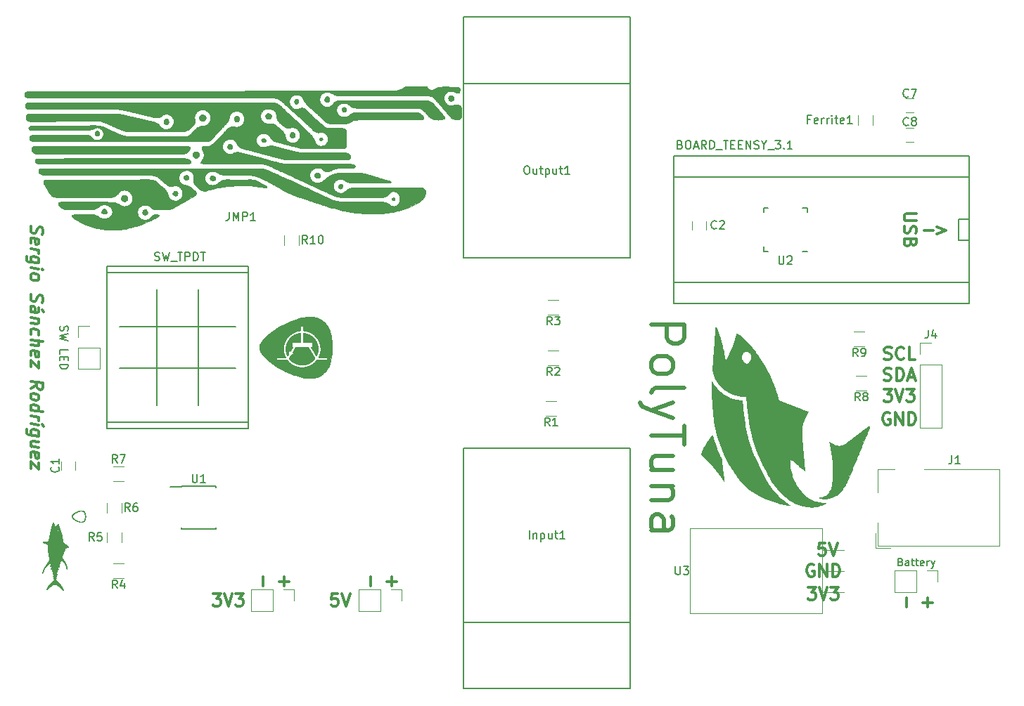
<source format=gto>
G04 #@! TF.FileFunction,Legend,Top*
%FSLAX46Y46*%
G04 Gerber Fmt 4.6, Leading zero omitted, Abs format (unit mm)*
G04 Created by KiCad (PCBNEW 4.0.7) date 04/13/18 12:18:04*
%MOMM*%
%LPD*%
G01*
G04 APERTURE LIST*
%ADD10C,0.100000*%
%ADD11C,0.150000*%
%ADD12C,0.300000*%
%ADD13C,0.500000*%
%ADD14C,0.200000*%
%ADD15C,0.120000*%
%ADD16C,0.010000*%
G04 APERTURE END LIST*
D10*
D11*
X235625714Y-137603714D02*
X235754285Y-137646571D01*
X235797142Y-137689429D01*
X235839999Y-137775143D01*
X235839999Y-137903714D01*
X235797142Y-137989429D01*
X235754285Y-138032286D01*
X235668571Y-138075143D01*
X235325714Y-138075143D01*
X235325714Y-137175143D01*
X235625714Y-137175143D01*
X235711428Y-137218000D01*
X235754285Y-137260857D01*
X235797142Y-137346571D01*
X235797142Y-137432286D01*
X235754285Y-137518000D01*
X235711428Y-137560857D01*
X235625714Y-137603714D01*
X235325714Y-137603714D01*
X236611428Y-138075143D02*
X236611428Y-137603714D01*
X236568571Y-137518000D01*
X236482857Y-137475143D01*
X236311428Y-137475143D01*
X236225714Y-137518000D01*
X236611428Y-138032286D02*
X236525714Y-138075143D01*
X236311428Y-138075143D01*
X236225714Y-138032286D01*
X236182857Y-137946571D01*
X236182857Y-137860857D01*
X236225714Y-137775143D01*
X236311428Y-137732286D01*
X236525714Y-137732286D01*
X236611428Y-137689429D01*
X236911428Y-137475143D02*
X237254285Y-137475143D01*
X237040000Y-137175143D02*
X237040000Y-137946571D01*
X237082857Y-138032286D01*
X237168571Y-138075143D01*
X237254285Y-138075143D01*
X237425714Y-137475143D02*
X237768571Y-137475143D01*
X237554286Y-137175143D02*
X237554286Y-137946571D01*
X237597143Y-138032286D01*
X237682857Y-138075143D01*
X237768571Y-138075143D01*
X238411429Y-138032286D02*
X238325715Y-138075143D01*
X238154286Y-138075143D01*
X238068572Y-138032286D01*
X238025715Y-137946571D01*
X238025715Y-137603714D01*
X238068572Y-137518000D01*
X238154286Y-137475143D01*
X238325715Y-137475143D01*
X238411429Y-137518000D01*
X238454286Y-137603714D01*
X238454286Y-137689429D01*
X238025715Y-137775143D01*
X238840001Y-138075143D02*
X238840001Y-137475143D01*
X238840001Y-137646571D02*
X238882858Y-137560857D01*
X238925715Y-137518000D01*
X239011429Y-137475143D01*
X239097144Y-137475143D01*
X239311429Y-137475143D02*
X239525715Y-138075143D01*
X239740001Y-137475143D02*
X239525715Y-138075143D01*
X239440001Y-138289429D01*
X239397144Y-138332286D01*
X239311429Y-138375143D01*
D12*
X130964857Y-97112679D02*
X130893429Y-97318037D01*
X130893429Y-97675180D01*
X130964857Y-97826965D01*
X131036286Y-97907323D01*
X131179143Y-97996608D01*
X131322000Y-98014465D01*
X131464857Y-97960894D01*
X131536286Y-97898394D01*
X131607714Y-97764465D01*
X131679143Y-97487680D01*
X131750571Y-97353750D01*
X131822000Y-97291251D01*
X131964857Y-97237679D01*
X132107714Y-97255536D01*
X132250571Y-97344822D01*
X132322000Y-97425179D01*
X132393429Y-97576966D01*
X132393429Y-97934108D01*
X132322000Y-98139465D01*
X130964857Y-99184107D02*
X130893429Y-99032322D01*
X130893429Y-98746608D01*
X130964857Y-98612679D01*
X131107714Y-98559107D01*
X131679143Y-98630536D01*
X131822000Y-98719822D01*
X131893429Y-98871608D01*
X131893429Y-99157322D01*
X131822000Y-99291250D01*
X131679143Y-99344822D01*
X131536286Y-99326965D01*
X131393429Y-98594822D01*
X130893429Y-99889465D02*
X131893429Y-100014465D01*
X131607714Y-99978750D02*
X131750571Y-100068035D01*
X131822000Y-100148393D01*
X131893429Y-100300179D01*
X131893429Y-100443036D01*
X131893429Y-101585893D02*
X130679143Y-101434107D01*
X130536286Y-101344821D01*
X130464857Y-101264464D01*
X130393429Y-101112679D01*
X130393429Y-100898393D01*
X130464857Y-100764464D01*
X130964857Y-101469821D02*
X130893429Y-101318036D01*
X130893429Y-101032322D01*
X130964857Y-100898392D01*
X131036286Y-100835893D01*
X131179143Y-100782321D01*
X131607714Y-100835892D01*
X131750571Y-100925178D01*
X131822000Y-101005535D01*
X131893429Y-101157322D01*
X131893429Y-101443036D01*
X131822000Y-101576964D01*
X130893429Y-102175179D02*
X131893429Y-102300179D01*
X132393429Y-102362679D02*
X132322000Y-102282321D01*
X132250571Y-102344821D01*
X132322000Y-102425178D01*
X132393429Y-102362679D01*
X132250571Y-102344821D01*
X130893429Y-103103751D02*
X130964857Y-102969821D01*
X131036286Y-102907322D01*
X131179143Y-102853750D01*
X131607714Y-102907321D01*
X131750571Y-102996607D01*
X131822000Y-103076964D01*
X131893429Y-103228751D01*
X131893429Y-103443036D01*
X131822000Y-103576964D01*
X131750571Y-103639464D01*
X131607714Y-103693036D01*
X131179143Y-103639465D01*
X131036286Y-103550179D01*
X130964857Y-103469821D01*
X130893429Y-103318036D01*
X130893429Y-103103751D01*
X130964857Y-105326964D02*
X130893429Y-105532322D01*
X130893429Y-105889465D01*
X130964857Y-106041250D01*
X131036286Y-106121608D01*
X131179143Y-106210893D01*
X131322000Y-106228750D01*
X131464857Y-106175179D01*
X131536286Y-106112679D01*
X131607714Y-105978750D01*
X131679143Y-105701965D01*
X131750571Y-105568035D01*
X131822000Y-105505536D01*
X131964857Y-105451964D01*
X132107714Y-105469821D01*
X132250571Y-105559107D01*
X132322000Y-105639464D01*
X132393429Y-105791251D01*
X132393429Y-106148393D01*
X132322000Y-106353750D01*
X130893429Y-107460893D02*
X131679143Y-107559107D01*
X131822000Y-107505535D01*
X131893429Y-107371607D01*
X131893429Y-107085893D01*
X131822000Y-106934107D01*
X130964857Y-107469821D02*
X130893429Y-107318036D01*
X130893429Y-106960893D01*
X130964857Y-106826964D01*
X131107714Y-106773392D01*
X131250571Y-106791249D01*
X131393429Y-106880536D01*
X131464857Y-107032321D01*
X131464857Y-107389464D01*
X131536286Y-107541250D01*
X132464857Y-107443035D02*
X132250571Y-107201964D01*
X131893429Y-108300179D02*
X130893429Y-108175179D01*
X131750571Y-108282321D02*
X131822000Y-108362678D01*
X131893429Y-108514465D01*
X131893429Y-108728750D01*
X131822000Y-108862678D01*
X131679143Y-108916250D01*
X130893429Y-108818036D01*
X130964857Y-110184107D02*
X130893429Y-110032322D01*
X130893429Y-109746608D01*
X130964857Y-109612678D01*
X131036286Y-109550179D01*
X131179143Y-109496607D01*
X131607714Y-109550178D01*
X131750571Y-109639464D01*
X131822000Y-109719821D01*
X131893429Y-109871608D01*
X131893429Y-110157322D01*
X131822000Y-110291250D01*
X130893429Y-110818036D02*
X132393429Y-111005536D01*
X130893429Y-111460893D02*
X131679143Y-111559107D01*
X131822000Y-111505535D01*
X131893429Y-111371607D01*
X131893429Y-111157322D01*
X131822000Y-111005535D01*
X131750571Y-110925178D01*
X130964857Y-112755535D02*
X130893429Y-112603750D01*
X130893429Y-112318036D01*
X130964857Y-112184107D01*
X131107714Y-112130535D01*
X131679143Y-112201964D01*
X131822000Y-112291250D01*
X131893429Y-112443036D01*
X131893429Y-112728750D01*
X131822000Y-112862678D01*
X131679143Y-112916250D01*
X131536286Y-112898393D01*
X131393429Y-112166250D01*
X131893429Y-113443036D02*
X131893429Y-114228750D01*
X130893429Y-113318036D01*
X130893429Y-114103750D01*
X130893429Y-116675179D02*
X131607714Y-116264464D01*
X130893429Y-115818036D02*
X132393429Y-116005536D01*
X132393429Y-116576964D01*
X132322000Y-116710893D01*
X132250571Y-116773392D01*
X132107714Y-116826964D01*
X131893429Y-116800179D01*
X131750571Y-116710892D01*
X131679143Y-116630536D01*
X131607714Y-116478749D01*
X131607714Y-115907321D01*
X130893429Y-117532322D02*
X130964857Y-117398392D01*
X131036286Y-117335893D01*
X131179143Y-117282321D01*
X131607714Y-117335892D01*
X131750571Y-117425178D01*
X131822000Y-117505535D01*
X131893429Y-117657322D01*
X131893429Y-117871607D01*
X131822000Y-118005535D01*
X131750571Y-118068035D01*
X131607714Y-118121607D01*
X131179143Y-118068036D01*
X131036286Y-117978750D01*
X130964857Y-117898392D01*
X130893429Y-117746607D01*
X130893429Y-117532322D01*
X130893429Y-119318036D02*
X132393429Y-119505536D01*
X130964857Y-119326964D02*
X130893429Y-119175179D01*
X130893429Y-118889465D01*
X130964857Y-118755535D01*
X131036286Y-118693036D01*
X131179143Y-118639464D01*
X131607714Y-118693035D01*
X131750571Y-118782321D01*
X131822000Y-118862678D01*
X131893429Y-119014465D01*
X131893429Y-119300179D01*
X131822000Y-119434107D01*
X130893429Y-120032322D02*
X131893429Y-120157322D01*
X131607714Y-120121607D02*
X131750571Y-120210892D01*
X131822000Y-120291250D01*
X131893429Y-120443036D01*
X131893429Y-120585893D01*
X130893429Y-120960893D02*
X131893429Y-121085893D01*
X132464857Y-121300178D02*
X132250571Y-121059106D01*
X131893429Y-122443036D02*
X130679143Y-122291250D01*
X130536286Y-122201964D01*
X130464857Y-122121607D01*
X130393429Y-121969822D01*
X130393429Y-121755536D01*
X130464857Y-121621607D01*
X130964857Y-122326964D02*
X130893429Y-122175179D01*
X130893429Y-121889465D01*
X130964857Y-121755535D01*
X131036286Y-121693036D01*
X131179143Y-121639464D01*
X131607714Y-121693035D01*
X131750571Y-121782321D01*
X131822000Y-121862678D01*
X131893429Y-122014465D01*
X131893429Y-122300179D01*
X131822000Y-122434107D01*
X131893429Y-123800179D02*
X130893429Y-123675179D01*
X131893429Y-123157322D02*
X131107714Y-123059107D01*
X130964857Y-123112678D01*
X130893429Y-123246608D01*
X130893429Y-123460893D01*
X130964857Y-123612678D01*
X131036286Y-123693036D01*
X130964857Y-124969821D02*
X130893429Y-124818036D01*
X130893429Y-124532322D01*
X130964857Y-124398393D01*
X131107714Y-124344821D01*
X131679143Y-124416250D01*
X131822000Y-124505536D01*
X131893429Y-124657322D01*
X131893429Y-124943036D01*
X131822000Y-125076964D01*
X131679143Y-125130536D01*
X131536286Y-125112679D01*
X131393429Y-124380536D01*
X131893429Y-125657322D02*
X131893429Y-126443036D01*
X130893429Y-125532322D01*
X130893429Y-126318036D01*
D13*
X205581476Y-109031047D02*
X209581476Y-109031047D01*
X209581476Y-110554856D01*
X209391000Y-110935809D01*
X209200524Y-111126285D01*
X208819571Y-111316761D01*
X208248143Y-111316761D01*
X207867190Y-111126285D01*
X207676714Y-110935809D01*
X207486238Y-110554856D01*
X207486238Y-109031047D01*
X205581476Y-113602476D02*
X205771952Y-113221523D01*
X205962429Y-113031047D01*
X206343381Y-112840571D01*
X207486238Y-112840571D01*
X207867190Y-113031047D01*
X208057667Y-113221523D01*
X208248143Y-113602476D01*
X208248143Y-114173904D01*
X208057667Y-114554856D01*
X207867190Y-114745333D01*
X207486238Y-114935809D01*
X206343381Y-114935809D01*
X205962429Y-114745333D01*
X205771952Y-114554856D01*
X205581476Y-114173904D01*
X205581476Y-113602476D01*
X205581476Y-117221524D02*
X205771952Y-116840571D01*
X206152905Y-116650095D01*
X209581476Y-116650095D01*
X208248143Y-118364381D02*
X205581476Y-119316762D01*
X208248143Y-120269142D02*
X205581476Y-119316762D01*
X204629095Y-118935809D01*
X204438619Y-118745333D01*
X204248143Y-118364381D01*
X209581476Y-121221523D02*
X209581476Y-123507238D01*
X205581476Y-122364381D02*
X209581476Y-122364381D01*
X208248143Y-126554857D02*
X205581476Y-126554857D01*
X208248143Y-124840571D02*
X206152905Y-124840571D01*
X205771952Y-125031047D01*
X205581476Y-125412000D01*
X205581476Y-125983428D01*
X205771952Y-126364380D01*
X205962429Y-126554857D01*
X208248143Y-128459619D02*
X205581476Y-128459619D01*
X207867190Y-128459619D02*
X208057667Y-128650095D01*
X208248143Y-129031048D01*
X208248143Y-129602476D01*
X208057667Y-129983428D01*
X207676714Y-130173905D01*
X205581476Y-130173905D01*
X205581476Y-133792953D02*
X207676714Y-133792953D01*
X208057667Y-133602476D01*
X208248143Y-133221524D01*
X208248143Y-132459619D01*
X208057667Y-132078667D01*
X205771952Y-133792953D02*
X205581476Y-133412000D01*
X205581476Y-132459619D01*
X205771952Y-132078667D01*
X206152905Y-131888191D01*
X206533857Y-131888191D01*
X206914810Y-132078667D01*
X207105286Y-132459619D01*
X207105286Y-133412000D01*
X207295762Y-133792953D01*
D12*
X167862287Y-141418571D02*
X167148001Y-141418571D01*
X167076572Y-142132857D01*
X167148001Y-142061429D01*
X167290858Y-141990000D01*
X167648001Y-141990000D01*
X167790858Y-142061429D01*
X167862287Y-142132857D01*
X167933715Y-142275714D01*
X167933715Y-142632857D01*
X167862287Y-142775714D01*
X167790858Y-142847143D01*
X167648001Y-142918571D01*
X167290858Y-142918571D01*
X167148001Y-142847143D01*
X167076572Y-142775714D01*
X168362286Y-141418571D02*
X168862286Y-142918571D01*
X169362286Y-141418571D01*
X152828858Y-141418571D02*
X153757429Y-141418571D01*
X153257429Y-141990000D01*
X153471715Y-141990000D01*
X153614572Y-142061429D01*
X153686001Y-142132857D01*
X153757429Y-142275714D01*
X153757429Y-142632857D01*
X153686001Y-142775714D01*
X153614572Y-142847143D01*
X153471715Y-142918571D01*
X153043143Y-142918571D01*
X152900286Y-142847143D01*
X152828858Y-142775714D01*
X154186000Y-141418571D02*
X154686000Y-142918571D01*
X155186000Y-141418571D01*
X155543143Y-141418571D02*
X156471714Y-141418571D01*
X155971714Y-141990000D01*
X156186000Y-141990000D01*
X156328857Y-142061429D01*
X156400286Y-142132857D01*
X156471714Y-142275714D01*
X156471714Y-142632857D01*
X156400286Y-142775714D01*
X156328857Y-142847143D01*
X156186000Y-142918571D01*
X155757428Y-142918571D01*
X155614571Y-142847143D01*
X155543143Y-142775714D01*
D14*
X134469238Y-109164762D02*
X134421619Y-109307619D01*
X134421619Y-109545715D01*
X134469238Y-109640953D01*
X134516857Y-109688572D01*
X134612095Y-109736191D01*
X134707333Y-109736191D01*
X134802571Y-109688572D01*
X134850190Y-109640953D01*
X134897810Y-109545715D01*
X134945429Y-109355238D01*
X134993048Y-109260000D01*
X135040667Y-109212381D01*
X135135905Y-109164762D01*
X135231143Y-109164762D01*
X135326381Y-109212381D01*
X135374000Y-109260000D01*
X135421619Y-109355238D01*
X135421619Y-109593334D01*
X135374000Y-109736191D01*
X135421619Y-110069524D02*
X134421619Y-110307619D01*
X135135905Y-110498096D01*
X134421619Y-110688572D01*
X135421619Y-110926667D01*
X134421619Y-112545715D02*
X134421619Y-112069524D01*
X135421619Y-112069524D01*
X134945429Y-112879048D02*
X134945429Y-113212382D01*
X134421619Y-113355239D02*
X134421619Y-112879048D01*
X135421619Y-112879048D01*
X135421619Y-113355239D01*
X134421619Y-113783810D02*
X135421619Y-113783810D01*
X135421619Y-114021905D01*
X135374000Y-114164763D01*
X135278762Y-114260001D01*
X135183524Y-114307620D01*
X134993048Y-114355239D01*
X134850190Y-114355239D01*
X134659714Y-114307620D01*
X134564476Y-114260001D01*
X134469238Y-114164763D01*
X134421619Y-114021905D01*
X134421619Y-113783810D01*
D12*
X238442572Y-97643143D02*
X239585429Y-97643143D01*
X239966572Y-97214571D02*
X241109429Y-97643143D01*
X239966572Y-98071714D01*
X237549429Y-95643143D02*
X236335143Y-95643143D01*
X236192286Y-95714571D01*
X236120857Y-95786000D01*
X236049429Y-95928857D01*
X236049429Y-96214571D01*
X236120857Y-96357429D01*
X236192286Y-96428857D01*
X236335143Y-96500286D01*
X237549429Y-96500286D01*
X236120857Y-97143143D02*
X236049429Y-97357429D01*
X236049429Y-97714572D01*
X236120857Y-97857429D01*
X236192286Y-97928858D01*
X236335143Y-98000286D01*
X236478000Y-98000286D01*
X236620857Y-97928858D01*
X236692286Y-97857429D01*
X236763714Y-97714572D01*
X236835143Y-97428858D01*
X236906571Y-97286000D01*
X236978000Y-97214572D01*
X237120857Y-97143143D01*
X237263714Y-97143143D01*
X237406571Y-97214572D01*
X237478000Y-97286000D01*
X237549429Y-97428858D01*
X237549429Y-97786000D01*
X237478000Y-98000286D01*
X236835143Y-99143143D02*
X236763714Y-99357429D01*
X236692286Y-99428857D01*
X236549429Y-99500286D01*
X236335143Y-99500286D01*
X236192286Y-99428857D01*
X236120857Y-99357429D01*
X236049429Y-99214571D01*
X236049429Y-98643143D01*
X237549429Y-98643143D01*
X237549429Y-99143143D01*
X237478000Y-99286000D01*
X237406571Y-99357429D01*
X237263714Y-99428857D01*
X237120857Y-99428857D01*
X236978000Y-99357429D01*
X236906571Y-99286000D01*
X236835143Y-99143143D01*
X236835143Y-98643143D01*
X174351143Y-140525428D02*
X174351143Y-139382571D01*
X174922571Y-139954000D02*
X173779714Y-139954000D01*
X171811143Y-140525428D02*
X171811143Y-139382571D01*
X158857143Y-140525428D02*
X158857143Y-139382571D01*
X161397143Y-140525428D02*
X161397143Y-139382571D01*
X161968571Y-139954000D02*
X160825714Y-139954000D01*
X224456858Y-140656571D02*
X225385429Y-140656571D01*
X224885429Y-141228000D01*
X225099715Y-141228000D01*
X225242572Y-141299429D01*
X225314001Y-141370857D01*
X225385429Y-141513714D01*
X225385429Y-141870857D01*
X225314001Y-142013714D01*
X225242572Y-142085143D01*
X225099715Y-142156571D01*
X224671143Y-142156571D01*
X224528286Y-142085143D01*
X224456858Y-142013714D01*
X225814000Y-140656571D02*
X226314000Y-142156571D01*
X226814000Y-140656571D01*
X227171143Y-140656571D02*
X228099714Y-140656571D01*
X227599714Y-141228000D01*
X227814000Y-141228000D01*
X227956857Y-141299429D01*
X228028286Y-141370857D01*
X228099714Y-141513714D01*
X228099714Y-141870857D01*
X228028286Y-142013714D01*
X227956857Y-142085143D01*
X227814000Y-142156571D01*
X227385428Y-142156571D01*
X227242571Y-142085143D01*
X227171143Y-142013714D01*
X225171143Y-137934000D02*
X225028286Y-137862571D01*
X224814000Y-137862571D01*
X224599715Y-137934000D01*
X224456857Y-138076857D01*
X224385429Y-138219714D01*
X224314000Y-138505429D01*
X224314000Y-138719714D01*
X224385429Y-139005429D01*
X224456857Y-139148286D01*
X224599715Y-139291143D01*
X224814000Y-139362571D01*
X224956857Y-139362571D01*
X225171143Y-139291143D01*
X225242572Y-139219714D01*
X225242572Y-138719714D01*
X224956857Y-138719714D01*
X225885429Y-139362571D02*
X225885429Y-137862571D01*
X226742572Y-139362571D01*
X226742572Y-137862571D01*
X227456858Y-139362571D02*
X227456858Y-137862571D01*
X227814001Y-137862571D01*
X228028286Y-137934000D01*
X228171144Y-138076857D01*
X228242572Y-138219714D01*
X228314001Y-138505429D01*
X228314001Y-138719714D01*
X228242572Y-139005429D01*
X228171144Y-139148286D01*
X228028286Y-139291143D01*
X227814001Y-139362571D01*
X227456858Y-139362571D01*
X226536287Y-135322571D02*
X225822001Y-135322571D01*
X225750572Y-136036857D01*
X225822001Y-135965429D01*
X225964858Y-135894000D01*
X226322001Y-135894000D01*
X226464858Y-135965429D01*
X226536287Y-136036857D01*
X226607715Y-136179714D01*
X226607715Y-136536857D01*
X226536287Y-136679714D01*
X226464858Y-136751143D01*
X226322001Y-136822571D01*
X225964858Y-136822571D01*
X225822001Y-136751143D01*
X225750572Y-136679714D01*
X227036286Y-135322571D02*
X227536286Y-136822571D01*
X228036286Y-135322571D01*
X236327143Y-143065428D02*
X236327143Y-141922571D01*
X238867143Y-143065428D02*
X238867143Y-141922571D01*
X239438571Y-142494000D02*
X238295714Y-142494000D01*
X234315143Y-119646000D02*
X234172286Y-119574571D01*
X233958000Y-119574571D01*
X233743715Y-119646000D01*
X233600857Y-119788857D01*
X233529429Y-119931714D01*
X233458000Y-120217429D01*
X233458000Y-120431714D01*
X233529429Y-120717429D01*
X233600857Y-120860286D01*
X233743715Y-121003143D01*
X233958000Y-121074571D01*
X234100857Y-121074571D01*
X234315143Y-121003143D01*
X234386572Y-120931714D01*
X234386572Y-120431714D01*
X234100857Y-120431714D01*
X235029429Y-121074571D02*
X235029429Y-119574571D01*
X235886572Y-121074571D01*
X235886572Y-119574571D01*
X236600858Y-121074571D02*
X236600858Y-119574571D01*
X236958001Y-119574571D01*
X237172286Y-119646000D01*
X237315144Y-119788857D01*
X237386572Y-119931714D01*
X237458001Y-120217429D01*
X237458001Y-120431714D01*
X237386572Y-120717429D01*
X237315144Y-120860286D01*
X237172286Y-121003143D01*
X236958001Y-121074571D01*
X236600858Y-121074571D01*
X233600858Y-116780571D02*
X234529429Y-116780571D01*
X234029429Y-117352000D01*
X234243715Y-117352000D01*
X234386572Y-117423429D01*
X234458001Y-117494857D01*
X234529429Y-117637714D01*
X234529429Y-117994857D01*
X234458001Y-118137714D01*
X234386572Y-118209143D01*
X234243715Y-118280571D01*
X233815143Y-118280571D01*
X233672286Y-118209143D01*
X233600858Y-118137714D01*
X234958000Y-116780571D02*
X235458000Y-118280571D01*
X235958000Y-116780571D01*
X236315143Y-116780571D02*
X237243714Y-116780571D01*
X236743714Y-117352000D01*
X236958000Y-117352000D01*
X237100857Y-117423429D01*
X237172286Y-117494857D01*
X237243714Y-117637714D01*
X237243714Y-117994857D01*
X237172286Y-118137714D01*
X237100857Y-118209143D01*
X236958000Y-118280571D01*
X236529428Y-118280571D01*
X236386571Y-118209143D01*
X236315143Y-118137714D01*
X233636572Y-115669143D02*
X233850858Y-115740571D01*
X234208001Y-115740571D01*
X234350858Y-115669143D01*
X234422287Y-115597714D01*
X234493715Y-115454857D01*
X234493715Y-115312000D01*
X234422287Y-115169143D01*
X234350858Y-115097714D01*
X234208001Y-115026286D01*
X233922287Y-114954857D01*
X233779429Y-114883429D01*
X233708001Y-114812000D01*
X233636572Y-114669143D01*
X233636572Y-114526286D01*
X233708001Y-114383429D01*
X233779429Y-114312000D01*
X233922287Y-114240571D01*
X234279429Y-114240571D01*
X234493715Y-114312000D01*
X235136572Y-115740571D02*
X235136572Y-114240571D01*
X235493715Y-114240571D01*
X235708000Y-114312000D01*
X235850858Y-114454857D01*
X235922286Y-114597714D01*
X235993715Y-114883429D01*
X235993715Y-115097714D01*
X235922286Y-115383429D01*
X235850858Y-115526286D01*
X235708000Y-115669143D01*
X235493715Y-115740571D01*
X235136572Y-115740571D01*
X236565143Y-115312000D02*
X237279429Y-115312000D01*
X236422286Y-115740571D02*
X236922286Y-114240571D01*
X237422286Y-115740571D01*
X233672286Y-113129143D02*
X233886572Y-113200571D01*
X234243715Y-113200571D01*
X234386572Y-113129143D01*
X234458001Y-113057714D01*
X234529429Y-112914857D01*
X234529429Y-112772000D01*
X234458001Y-112629143D01*
X234386572Y-112557714D01*
X234243715Y-112486286D01*
X233958001Y-112414857D01*
X233815143Y-112343429D01*
X233743715Y-112272000D01*
X233672286Y-112129143D01*
X233672286Y-111986286D01*
X233743715Y-111843429D01*
X233815143Y-111772000D01*
X233958001Y-111700571D01*
X234315143Y-111700571D01*
X234529429Y-111772000D01*
X236029429Y-113057714D02*
X235958000Y-113129143D01*
X235743714Y-113200571D01*
X235600857Y-113200571D01*
X235386572Y-113129143D01*
X235243714Y-112986286D01*
X235172286Y-112843429D01*
X235100857Y-112557714D01*
X235100857Y-112343429D01*
X235172286Y-112057714D01*
X235243714Y-111914857D01*
X235386572Y-111772000D01*
X235600857Y-111700571D01*
X235743714Y-111700571D01*
X235958000Y-111772000D01*
X236029429Y-111843429D01*
X237386572Y-113200571D02*
X236672286Y-113200571D01*
X236672286Y-111700571D01*
D11*
X243840000Y-96266000D02*
X242570000Y-96266000D01*
X242570000Y-96266000D02*
X242570000Y-98806000D01*
X242570000Y-98806000D02*
X243840000Y-98806000D01*
X243840000Y-91186000D02*
X243840000Y-103886000D01*
X208280000Y-91186000D02*
X208280000Y-103886000D01*
X243840000Y-103886000D02*
X208280000Y-103886000D01*
X208280000Y-103886000D02*
X208280000Y-106426000D01*
X208280000Y-106426000D02*
X243840000Y-106426000D01*
X243840000Y-106426000D02*
X243840000Y-103886000D01*
X243840000Y-88646000D02*
X208280000Y-88646000D01*
X208280000Y-88646000D02*
X208280000Y-91186000D01*
X208280000Y-91186000D02*
X243840000Y-91186000D01*
X243840000Y-91186000D02*
X243840000Y-88646000D01*
D15*
X234890000Y-138624000D02*
X234890000Y-141284000D01*
X237490000Y-138624000D02*
X234890000Y-138624000D01*
X237490000Y-141284000D02*
X234890000Y-141284000D01*
X237490000Y-138624000D02*
X237490000Y-141284000D01*
X238760000Y-138624000D02*
X240090000Y-138624000D01*
X240090000Y-138624000D02*
X240090000Y-139954000D01*
X134532000Y-125484000D02*
X134532000Y-126484000D01*
X136232000Y-126484000D02*
X136232000Y-125484000D01*
X212178000Y-97528000D02*
X212178000Y-96528000D01*
X210478000Y-96528000D02*
X210478000Y-97528000D01*
X237228000Y-81700000D02*
X236228000Y-81700000D01*
X236228000Y-83400000D02*
X237228000Y-83400000D01*
X237228000Y-85256000D02*
X236228000Y-85256000D01*
X236228000Y-86956000D02*
X237228000Y-86956000D01*
X230514000Y-84928000D02*
X230514000Y-83728000D01*
X232274000Y-83728000D02*
X232274000Y-84928000D01*
X238480000Y-126464000D02*
X247480000Y-126464000D01*
X247480000Y-126464000D02*
X247480000Y-135664000D01*
X247480000Y-135664000D02*
X232880000Y-135664000D01*
X232880000Y-135664000D02*
X232880000Y-132864000D01*
X232880000Y-129264000D02*
X232880000Y-126464000D01*
X232880000Y-126464000D02*
X234880000Y-126464000D01*
X234380000Y-135904000D02*
X232640000Y-135904000D01*
X232640000Y-135904000D02*
X232640000Y-134164000D01*
X192948000Y-118246000D02*
X194148000Y-118246000D01*
X194148000Y-120006000D02*
X192948000Y-120006000D01*
X193202000Y-112150000D02*
X194402000Y-112150000D01*
X194402000Y-113910000D02*
X193202000Y-113910000D01*
X193202000Y-106054000D02*
X194402000Y-106054000D01*
X194402000Y-107814000D02*
X193202000Y-107814000D01*
X140878000Y-137804000D02*
X142078000Y-137804000D01*
X142078000Y-139564000D02*
X140878000Y-139564000D01*
X141850000Y-134020000D02*
X141850000Y-135220000D01*
X140090000Y-135220000D02*
X140090000Y-134020000D01*
X140090000Y-131664000D02*
X140090000Y-130464000D01*
X141850000Y-130464000D02*
X141850000Y-131664000D01*
X140878000Y-126120000D02*
X142078000Y-126120000D01*
X142078000Y-127880000D02*
X140878000Y-127880000D01*
X230286000Y-115198000D02*
X231486000Y-115198000D01*
X231486000Y-116958000D02*
X230286000Y-116958000D01*
X230032000Y-109864000D02*
X231232000Y-109864000D01*
X231232000Y-111624000D02*
X230032000Y-111624000D01*
X161426000Y-99406000D02*
X161426000Y-98206000D01*
X163186000Y-98206000D02*
X163186000Y-99406000D01*
D11*
X219117000Y-100161000D02*
X219117000Y-99636000D01*
X224367000Y-94911000D02*
X224367000Y-95436000D01*
X219117000Y-94911000D02*
X219117000Y-95436000D01*
X224367000Y-100161000D02*
X223842000Y-100161000D01*
X224367000Y-94911000D02*
X223842000Y-94911000D01*
X219117000Y-94911000D02*
X219642000Y-94911000D01*
X219117000Y-100161000D02*
X219642000Y-100161000D01*
D15*
X226180000Y-143804000D02*
X226180000Y-133564000D01*
X210290000Y-143804000D02*
X210290000Y-133564000D01*
X210290000Y-143804000D02*
X226180000Y-143804000D01*
X210290000Y-133564000D02*
X226180000Y-133564000D01*
X226180000Y-141224000D02*
X228820000Y-141224000D01*
X226180000Y-138684000D02*
X228804000Y-138684000D01*
X226180000Y-136144000D02*
X228804000Y-136144000D01*
D11*
X203040000Y-144866000D02*
X203040000Y-152866000D01*
X203040000Y-152866000D02*
X183040000Y-152866000D01*
X183040000Y-152866000D02*
X183040000Y-144866000D01*
X183040000Y-123866000D02*
X183040000Y-144866000D01*
X183040000Y-144866000D02*
X203040000Y-144866000D01*
X203040000Y-144866000D02*
X203040000Y-123866000D01*
X203040000Y-123866000D02*
X183040000Y-123866000D01*
X183040000Y-79924000D02*
X183040000Y-71924000D01*
X183040000Y-71924000D02*
X203040000Y-71924000D01*
X203040000Y-71924000D02*
X203040000Y-79924000D01*
X203040000Y-100924000D02*
X203040000Y-79924000D01*
X203040000Y-79924000D02*
X183040000Y-79924000D01*
X183040000Y-79924000D02*
X183040000Y-100924000D01*
X183040000Y-100924000D02*
X203040000Y-100924000D01*
X146090000Y-118760000D02*
X146090000Y-104760000D01*
X151090000Y-104760000D02*
X151090000Y-118760000D01*
X141590000Y-114260000D02*
X155590000Y-114260000D01*
X155590000Y-109260000D02*
X141590000Y-109260000D01*
X140090000Y-102760000D02*
X140090000Y-101960000D01*
X140090000Y-101960000D02*
X157090000Y-101960000D01*
X157090000Y-101960000D02*
X157090000Y-102760000D01*
X140090000Y-121560000D02*
X140090000Y-120760000D01*
X140090000Y-121560000D02*
X157090000Y-121560000D01*
X157090000Y-121560000D02*
X157090000Y-120760000D01*
X140090000Y-102760000D02*
X157090000Y-102760000D01*
X157090000Y-102760000D02*
X157090000Y-120760000D01*
X157090000Y-120760000D02*
X148590000Y-120760000D01*
X140090000Y-102760000D02*
X140090000Y-120760000D01*
X140090000Y-120760000D02*
X148590000Y-120760000D01*
D15*
X157420000Y-140910000D02*
X157420000Y-143570000D01*
X160020000Y-140910000D02*
X157420000Y-140910000D01*
X160020000Y-143570000D02*
X157420000Y-143570000D01*
X160020000Y-140910000D02*
X160020000Y-143570000D01*
X161290000Y-140910000D02*
X162620000Y-140910000D01*
X162620000Y-140910000D02*
X162620000Y-142240000D01*
X170374000Y-140910000D02*
X170374000Y-143570000D01*
X172974000Y-140910000D02*
X170374000Y-140910000D01*
X172974000Y-143570000D02*
X170374000Y-143570000D01*
X172974000Y-140910000D02*
X172974000Y-143570000D01*
X174244000Y-140910000D02*
X175574000Y-140910000D01*
X175574000Y-140910000D02*
X175574000Y-142240000D01*
X237938000Y-121472000D02*
X240598000Y-121472000D01*
X237938000Y-113792000D02*
X237938000Y-121472000D01*
X240598000Y-113792000D02*
X240598000Y-121472000D01*
X237938000Y-113792000D02*
X240598000Y-113792000D01*
X237938000Y-112522000D02*
X237938000Y-111192000D01*
X237938000Y-111192000D02*
X239268000Y-111192000D01*
X136592000Y-114360000D02*
X139252000Y-114360000D01*
X136592000Y-111760000D02*
X136592000Y-114360000D01*
X139252000Y-111760000D02*
X139252000Y-114360000D01*
X136592000Y-111760000D02*
X139252000Y-111760000D01*
X136592000Y-110490000D02*
X136592000Y-109160000D01*
X136592000Y-109160000D02*
X137922000Y-109160000D01*
D16*
G36*
X140343078Y-97580702D02*
X140073104Y-97565195D01*
X139805145Y-97541096D01*
X139539147Y-97508403D01*
X139275056Y-97467116D01*
X139080596Y-97430984D01*
X138820314Y-97374790D01*
X138562014Y-97309914D01*
X138305734Y-97236370D01*
X138051514Y-97154173D01*
X137799393Y-97063339D01*
X137549410Y-96963883D01*
X137301603Y-96855820D01*
X137056012Y-96739165D01*
X136812676Y-96613933D01*
X136571633Y-96480140D01*
X136447017Y-96407074D01*
X136391580Y-96373699D01*
X136334615Y-96338903D01*
X136277991Y-96303850D01*
X136223578Y-96269706D01*
X136173248Y-96237636D01*
X136130073Y-96209597D01*
X136093390Y-96183418D01*
X136058373Y-96153944D01*
X136024151Y-96120228D01*
X135989851Y-96081320D01*
X135954601Y-96036271D01*
X135917528Y-95984134D01*
X135903258Y-95962983D01*
X135888489Y-95941148D01*
X135870983Y-95915766D01*
X135853265Y-95890478D01*
X135841997Y-95874654D01*
X135829685Y-95857230D01*
X135819721Y-95842568D01*
X135813033Y-95832078D01*
X135810551Y-95827171D01*
X135810592Y-95827010D01*
X135815252Y-95825025D01*
X135827519Y-95820430D01*
X135846571Y-95813516D01*
X135871589Y-95804576D01*
X135901752Y-95793900D01*
X135936238Y-95781780D01*
X135974228Y-95768507D01*
X136014902Y-95754372D01*
X136025682Y-95750638D01*
X136091361Y-95729846D01*
X136151520Y-95714917D01*
X136207139Y-95705620D01*
X136220649Y-95704128D01*
X136230372Y-95703599D01*
X136248508Y-95703067D01*
X136274553Y-95702533D01*
X136308009Y-95701999D01*
X136348374Y-95701467D01*
X136395147Y-95700940D01*
X136447828Y-95700419D01*
X136505915Y-95699906D01*
X136568909Y-95699402D01*
X136636307Y-95698911D01*
X136707610Y-95698433D01*
X136782316Y-95697971D01*
X136859926Y-95697526D01*
X136939937Y-95697101D01*
X137021849Y-95696697D01*
X137105162Y-95696317D01*
X137189374Y-95695961D01*
X137273985Y-95695633D01*
X137358495Y-95695333D01*
X137442401Y-95695065D01*
X137525204Y-95694829D01*
X137606402Y-95694628D01*
X137685496Y-95694464D01*
X137761983Y-95694338D01*
X137835363Y-95694252D01*
X137905137Y-95694209D01*
X137970801Y-95694210D01*
X138031857Y-95694257D01*
X138087803Y-95694352D01*
X138138138Y-95694497D01*
X138182361Y-95694694D01*
X138219973Y-95694945D01*
X138250471Y-95695252D01*
X138273355Y-95695616D01*
X138288125Y-95696039D01*
X138291859Y-95696240D01*
X138408657Y-95708383D01*
X138520763Y-95728011D01*
X138628497Y-95755240D01*
X138732179Y-95790184D01*
X138832128Y-95832959D01*
X138928663Y-95883681D01*
X139022105Y-95942464D01*
X139070807Y-95977167D01*
X139129879Y-96019842D01*
X139184288Y-96056553D01*
X139235284Y-96088002D01*
X139284119Y-96114893D01*
X139332044Y-96137929D01*
X139380308Y-96157812D01*
X139413393Y-96169698D01*
X139476893Y-96189531D01*
X139536929Y-96204361D01*
X139596254Y-96214634D01*
X139657622Y-96220797D01*
X139723787Y-96223297D01*
X139744561Y-96223400D01*
X139793891Y-96222696D01*
X139837164Y-96220522D01*
X139877163Y-96216539D01*
X139916671Y-96210408D01*
X139958473Y-96201789D01*
X139995708Y-96192807D01*
X140078888Y-96167792D01*
X140159671Y-96135691D01*
X140237438Y-96097042D01*
X140311571Y-96052382D01*
X140381450Y-96002250D01*
X140446456Y-95947184D01*
X140505969Y-95887721D01*
X140559372Y-95824399D01*
X140606045Y-95757756D01*
X140645368Y-95688330D01*
X140676723Y-95616659D01*
X140684663Y-95594262D01*
X140696130Y-95558219D01*
X140704707Y-95526276D01*
X140710776Y-95495957D01*
X140714718Y-95464787D01*
X140716914Y-95430293D01*
X140717746Y-95389997D01*
X140717784Y-95379228D01*
X140717665Y-95346406D01*
X140717125Y-95320499D01*
X140716019Y-95299512D01*
X140714198Y-95281454D01*
X140711517Y-95264331D01*
X140708037Y-95247114D01*
X140686282Y-95167711D01*
X140656253Y-95091435D01*
X140617905Y-95018203D01*
X140571193Y-94947932D01*
X140516070Y-94880540D01*
X140493311Y-94856087D01*
X140423676Y-94790005D01*
X140349171Y-94731378D01*
X140269859Y-94680237D01*
X140185804Y-94636614D01*
X140097070Y-94600542D01*
X140003720Y-94572053D01*
X139905818Y-94551178D01*
X139882701Y-94547463D01*
X139848680Y-94543566D01*
X139808413Y-94540966D01*
X139764376Y-94539662D01*
X139719046Y-94539651D01*
X139674898Y-94540930D01*
X139634408Y-94543498D01*
X139600052Y-94547351D01*
X139597508Y-94547736D01*
X139509272Y-94565165D01*
X139425642Y-94589562D01*
X139345126Y-94621395D01*
X139310928Y-94637566D01*
X139263586Y-94662941D01*
X139217368Y-94691730D01*
X139170324Y-94725246D01*
X139120502Y-94764797D01*
X139116245Y-94768338D01*
X139092359Y-94787982D01*
X139066706Y-94808587D01*
X139041746Y-94828209D01*
X139019935Y-94844906D01*
X139011400Y-94851242D01*
X138919572Y-94913387D01*
X138824371Y-94967822D01*
X138725396Y-95014701D01*
X138622242Y-95054179D01*
X138514509Y-95086411D01*
X138401792Y-95111551D01*
X138287403Y-95129297D01*
X138261836Y-95132403D01*
X138237656Y-95135154D01*
X138214212Y-95137563D01*
X138190857Y-95139644D01*
X138166940Y-95141409D01*
X138141813Y-95142871D01*
X138114827Y-95144043D01*
X138085332Y-95144938D01*
X138052679Y-95145570D01*
X138016219Y-95145950D01*
X137975303Y-95146093D01*
X137929282Y-95146011D01*
X137877507Y-95145718D01*
X137819327Y-95145225D01*
X137754096Y-95144547D01*
X137681162Y-95143695D01*
X137611559Y-95142832D01*
X137542047Y-95142010D01*
X137471941Y-95141297D01*
X137400617Y-95140692D01*
X137327455Y-95140193D01*
X137251834Y-95139801D01*
X137173130Y-95139515D01*
X137090723Y-95139333D01*
X137003991Y-95139255D01*
X136912312Y-95139280D01*
X136815066Y-95139408D01*
X136711629Y-95139636D01*
X136601381Y-95139966D01*
X136483700Y-95140395D01*
X136357963Y-95140924D01*
X136308138Y-95141149D01*
X136188159Y-95141702D01*
X136076754Y-95142213D01*
X135973587Y-95142680D01*
X135878320Y-95143102D01*
X135790616Y-95143479D01*
X135710137Y-95143808D01*
X135636546Y-95144089D01*
X135569506Y-95144322D01*
X135508678Y-95144503D01*
X135453727Y-95144633D01*
X135404313Y-95144710D01*
X135360101Y-95144734D01*
X135320753Y-95144702D01*
X135285930Y-95144614D01*
X135255297Y-95144469D01*
X135228515Y-95144265D01*
X135205247Y-95144002D01*
X135185156Y-95143678D01*
X135167904Y-95143291D01*
X135153155Y-95142842D01*
X135140569Y-95142328D01*
X135129811Y-95141749D01*
X135120543Y-95141104D01*
X135112428Y-95140390D01*
X135105127Y-95139608D01*
X135098304Y-95138755D01*
X135091622Y-95137832D01*
X135085666Y-95136971D01*
X134988259Y-95119027D01*
X134895796Y-95094131D01*
X134807489Y-95061933D01*
X134722548Y-95022082D01*
X134640184Y-94974227D01*
X134559608Y-94918017D01*
X134516666Y-94884152D01*
X134485341Y-94856957D01*
X134450836Y-94824418D01*
X134414581Y-94788082D01*
X134378004Y-94749496D01*
X134342534Y-94710207D01*
X134309599Y-94671762D01*
X134280628Y-94635708D01*
X134257050Y-94603592D01*
X134255512Y-94601345D01*
X134227234Y-94554327D01*
X134207487Y-94509197D01*
X134196167Y-94466252D01*
X134193171Y-94425789D01*
X134198395Y-94388106D01*
X134211735Y-94353501D01*
X134233088Y-94322270D01*
X134262349Y-94294710D01*
X134299416Y-94271120D01*
X134344184Y-94251796D01*
X134381316Y-94240644D01*
X134407374Y-94234458D01*
X134432674Y-94229468D01*
X134458974Y-94225463D01*
X134488031Y-94222229D01*
X134521602Y-94219554D01*
X134561447Y-94217228D01*
X134584351Y-94216124D01*
X134600121Y-94215621D01*
X134624509Y-94215149D01*
X134657220Y-94214707D01*
X134697959Y-94214295D01*
X134746431Y-94213913D01*
X134802341Y-94213561D01*
X134865395Y-94213237D01*
X134935298Y-94212941D01*
X135011755Y-94212674D01*
X135094472Y-94212433D01*
X135183153Y-94212220D01*
X135277505Y-94212034D01*
X135377231Y-94211874D01*
X135482038Y-94211740D01*
X135591630Y-94211631D01*
X135705713Y-94211547D01*
X135823993Y-94211488D01*
X135946174Y-94211452D01*
X136071961Y-94211441D01*
X136201060Y-94211452D01*
X136333177Y-94211487D01*
X136468015Y-94211544D01*
X136605282Y-94211623D01*
X136744681Y-94211723D01*
X136885918Y-94211844D01*
X137028699Y-94211987D01*
X137172728Y-94212149D01*
X137317711Y-94212331D01*
X137463353Y-94212533D01*
X137609360Y-94212754D01*
X137755436Y-94212993D01*
X137901286Y-94213250D01*
X138046617Y-94213525D01*
X138191133Y-94213818D01*
X138334540Y-94214127D01*
X138476542Y-94214453D01*
X138616846Y-94214794D01*
X138755155Y-94215151D01*
X138891176Y-94215524D01*
X139024614Y-94215911D01*
X139155174Y-94216312D01*
X139282561Y-94216727D01*
X139406481Y-94217156D01*
X139526639Y-94217597D01*
X139642739Y-94218051D01*
X139754487Y-94218518D01*
X139861590Y-94218996D01*
X139963750Y-94219485D01*
X140060675Y-94219985D01*
X140152069Y-94220496D01*
X140237637Y-94221016D01*
X140317085Y-94221547D01*
X140390118Y-94222086D01*
X140456441Y-94222634D01*
X140515760Y-94223190D01*
X140567779Y-94223755D01*
X140612204Y-94224326D01*
X140648740Y-94224905D01*
X140649158Y-94224913D01*
X140702823Y-94225903D01*
X140748621Y-94226877D01*
X140787595Y-94227965D01*
X140820789Y-94229294D01*
X140849245Y-94230995D01*
X140874008Y-94233196D01*
X140896120Y-94236027D01*
X140916626Y-94239617D01*
X140936569Y-94244095D01*
X140956992Y-94249591D01*
X140978940Y-94256233D01*
X141003454Y-94264150D01*
X141025764Y-94271539D01*
X141043302Y-94277475D01*
X141060554Y-94283575D01*
X141078306Y-94290173D01*
X141097341Y-94297602D01*
X141118443Y-94306197D01*
X141142396Y-94316290D01*
X141169985Y-94328216D01*
X141201993Y-94342307D01*
X141239205Y-94358898D01*
X141282404Y-94378322D01*
X141332375Y-94400912D01*
X141371052Y-94418447D01*
X141412841Y-94437486D01*
X141447936Y-94453702D01*
X141477805Y-94467854D01*
X141503917Y-94480700D01*
X141527739Y-94492997D01*
X141550741Y-94505502D01*
X141574389Y-94518975D01*
X141600152Y-94534173D01*
X141629498Y-94551852D01*
X141629508Y-94551859D01*
X141673299Y-94578269D01*
X141710602Y-94600434D01*
X141742435Y-94618915D01*
X141769816Y-94634276D01*
X141793761Y-94647077D01*
X141815287Y-94657880D01*
X141835413Y-94667248D01*
X141849483Y-94673367D01*
X141918218Y-94698085D01*
X141991992Y-94716536D01*
X142069429Y-94728641D01*
X142149152Y-94734318D01*
X142229784Y-94733487D01*
X142309949Y-94726068D01*
X142388271Y-94711982D01*
X142412162Y-94706196D01*
X142494363Y-94680774D01*
X142575353Y-94647488D01*
X142653384Y-94607206D01*
X142726711Y-94560794D01*
X142770280Y-94528341D01*
X142791966Y-94509995D01*
X142817322Y-94486766D01*
X142844343Y-94460646D01*
X142871026Y-94433627D01*
X142895368Y-94407699D01*
X142915365Y-94384854D01*
X142918486Y-94381053D01*
X142970030Y-94310887D01*
X143015131Y-94235922D01*
X143053492Y-94157102D01*
X143084815Y-94075371D01*
X143108801Y-93991672D01*
X143125154Y-93906949D01*
X143133575Y-93822145D01*
X143133766Y-93738204D01*
X143131550Y-93705948D01*
X143118905Y-93613573D01*
X143097770Y-93523770D01*
X143068250Y-93436764D01*
X143030453Y-93352777D01*
X142984485Y-93272032D01*
X142930453Y-93194754D01*
X142868462Y-93121166D01*
X142837176Y-93088487D01*
X142763759Y-93020361D01*
X142687373Y-92960385D01*
X142608189Y-92908650D01*
X142526381Y-92865246D01*
X142442122Y-92830262D01*
X142355586Y-92803789D01*
X142266947Y-92785917D01*
X142249798Y-92783490D01*
X142213967Y-92779934D01*
X142172925Y-92777794D01*
X142129422Y-92777066D01*
X142086210Y-92777748D01*
X142046040Y-92779838D01*
X142011664Y-92783332D01*
X142008852Y-92783729D01*
X141924691Y-92800215D01*
X141844553Y-92824530D01*
X141768710Y-92856506D01*
X141697438Y-92895979D01*
X141631009Y-92942782D01*
X141569697Y-92996748D01*
X141513777Y-93057712D01*
X141476153Y-93107055D01*
X141438809Y-93158934D01*
X141403572Y-93205600D01*
X141371109Y-93246199D01*
X141342084Y-93279873D01*
X141339155Y-93283091D01*
X141274808Y-93348455D01*
X141207689Y-93406849D01*
X141137246Y-93458526D01*
X141062932Y-93503741D01*
X140984196Y-93542746D01*
X140900490Y-93575796D01*
X140811263Y-93603144D01*
X140715966Y-93625043D01*
X140614050Y-93641748D01*
X140544438Y-93649896D01*
X140519552Y-93652226D01*
X140493712Y-93654288D01*
X140466368Y-93656088D01*
X140436970Y-93657633D01*
X140404966Y-93658928D01*
X140369805Y-93659981D01*
X140330938Y-93660800D01*
X140287814Y-93661389D01*
X140239881Y-93661757D01*
X140186589Y-93661909D01*
X140127388Y-93661853D01*
X140061726Y-93661596D01*
X139989053Y-93661143D01*
X139908819Y-93660502D01*
X139820472Y-93659680D01*
X139777982Y-93659253D01*
X139653490Y-93658066D01*
X139521323Y-93656971D01*
X139382026Y-93655969D01*
X139236145Y-93655059D01*
X139084226Y-93654240D01*
X138926814Y-93653512D01*
X138764455Y-93652874D01*
X138597695Y-93652326D01*
X138427079Y-93651868D01*
X138253153Y-93651498D01*
X138076463Y-93651217D01*
X137897554Y-93651023D01*
X137716972Y-93650917D01*
X137535263Y-93650898D01*
X137352972Y-93650964D01*
X137170645Y-93651117D01*
X136988828Y-93651355D01*
X136808066Y-93651677D01*
X136628906Y-93652084D01*
X136451892Y-93652575D01*
X136277570Y-93653149D01*
X136106486Y-93653805D01*
X135939186Y-93654544D01*
X135776216Y-93655365D01*
X135618120Y-93656267D01*
X135465446Y-93657249D01*
X135318737Y-93658312D01*
X135178541Y-93659454D01*
X135045402Y-93660675D01*
X134919867Y-93661976D01*
X134802481Y-93663354D01*
X134758140Y-93663924D01*
X134663561Y-93665155D01*
X134577387Y-93666226D01*
X134499109Y-93667126D01*
X134428221Y-93667846D01*
X134364215Y-93668375D01*
X134306585Y-93668702D01*
X134254823Y-93668817D01*
X134208423Y-93668710D01*
X134166877Y-93668369D01*
X134129677Y-93667785D01*
X134096318Y-93666947D01*
X134066292Y-93665845D01*
X134039091Y-93664468D01*
X134014209Y-93662805D01*
X133991139Y-93660847D01*
X133969373Y-93658582D01*
X133948404Y-93656001D01*
X133927726Y-93653092D01*
X133906830Y-93649846D01*
X133885211Y-93646251D01*
X133882937Y-93645863D01*
X133780834Y-93624644D01*
X133684640Y-93596822D01*
X133594087Y-93562219D01*
X133508912Y-93520658D01*
X133428848Y-93471964D01*
X133353629Y-93415961D01*
X133282990Y-93352470D01*
X133216666Y-93281317D01*
X133154390Y-93202324D01*
X133104136Y-93128406D01*
X133094912Y-93113089D01*
X133082341Y-93090996D01*
X133067069Y-93063318D01*
X133049737Y-93031250D01*
X133030989Y-92995983D01*
X133011468Y-92958712D01*
X132991817Y-92920628D01*
X132986657Y-92910527D01*
X132965877Y-92869865D01*
X132946960Y-92833144D01*
X132929340Y-92799348D01*
X132912450Y-92767461D01*
X132895723Y-92736469D01*
X132878593Y-92705357D01*
X132860493Y-92673108D01*
X132840856Y-92638709D01*
X132819117Y-92601144D01*
X132794707Y-92559397D01*
X132767062Y-92512454D01*
X132735613Y-92459300D01*
X132721768Y-92435948D01*
X132681100Y-92367171D01*
X132644845Y-92305372D01*
X132612693Y-92249969D01*
X132584336Y-92200380D01*
X132559466Y-92156026D01*
X132537773Y-92116323D01*
X132518949Y-92080691D01*
X132502687Y-92048547D01*
X132488676Y-92019312D01*
X132476608Y-91992402D01*
X132466175Y-91967237D01*
X132457068Y-91943235D01*
X132450947Y-91925720D01*
X132438906Y-91886538D01*
X132429297Y-91848132D01*
X132422552Y-91812593D01*
X132419104Y-91782011D01*
X132418744Y-91770285D01*
X132420945Y-91743366D01*
X132426735Y-91714120D01*
X132435163Y-91686455D01*
X132443847Y-91666819D01*
X132453312Y-91652573D01*
X132466848Y-91635983D01*
X132481686Y-91620418D01*
X132483131Y-91619051D01*
X132512022Y-91596044D01*
X132546194Y-91576403D01*
X132586370Y-91559862D01*
X132633273Y-91546156D01*
X132687627Y-91535018D01*
X132728368Y-91528888D01*
X132736868Y-91528205D01*
X132751949Y-91527542D01*
X132773671Y-91526899D01*
X132802095Y-91526275D01*
X132837282Y-91525670D01*
X132879292Y-91525084D01*
X132928185Y-91524517D01*
X132984023Y-91523968D01*
X133046866Y-91523439D01*
X133116773Y-91522928D01*
X133193807Y-91522435D01*
X133278027Y-91521960D01*
X133369494Y-91521504D01*
X133468269Y-91521066D01*
X133574412Y-91520645D01*
X133687983Y-91520242D01*
X133809044Y-91519857D01*
X133937655Y-91519489D01*
X134073875Y-91519138D01*
X134217767Y-91518804D01*
X134369390Y-91518488D01*
X134528805Y-91518188D01*
X134696072Y-91517905D01*
X134871253Y-91517639D01*
X135054407Y-91517389D01*
X135245596Y-91517155D01*
X135444879Y-91516938D01*
X135652317Y-91516737D01*
X135867971Y-91516551D01*
X136091902Y-91516381D01*
X136324170Y-91516227D01*
X136564835Y-91516089D01*
X136813958Y-91515966D01*
X137071600Y-91515858D01*
X137337821Y-91515765D01*
X137612682Y-91515687D01*
X137896243Y-91515624D01*
X138188564Y-91515576D01*
X138489708Y-91515542D01*
X138643894Y-91515530D01*
X138842229Y-91515513D01*
X139040999Y-91515488D01*
X139239918Y-91515455D01*
X139438705Y-91515413D01*
X139637075Y-91515364D01*
X139834744Y-91515307D01*
X140031430Y-91515242D01*
X140226848Y-91515170D01*
X140420714Y-91515092D01*
X140612747Y-91515006D01*
X140802660Y-91514914D01*
X140990172Y-91514816D01*
X141174999Y-91514712D01*
X141356856Y-91514602D01*
X141535460Y-91514486D01*
X141710528Y-91514364D01*
X141881776Y-91514237D01*
X142048920Y-91514106D01*
X142211677Y-91513969D01*
X142369764Y-91513828D01*
X142522896Y-91513682D01*
X142670790Y-91513533D01*
X142813162Y-91513379D01*
X142949729Y-91513222D01*
X143080207Y-91513061D01*
X143204313Y-91512897D01*
X143321763Y-91512729D01*
X143432273Y-91512559D01*
X143535559Y-91512386D01*
X143631339Y-91512211D01*
X143719329Y-91512034D01*
X143799244Y-91511854D01*
X143870802Y-91511673D01*
X143931105Y-91511498D01*
X144049177Y-91511146D01*
X144163332Y-91510838D01*
X144273274Y-91510573D01*
X144378711Y-91510351D01*
X144479346Y-91510172D01*
X144574888Y-91510037D01*
X144665040Y-91509944D01*
X144749509Y-91509895D01*
X144828000Y-91509889D01*
X144900220Y-91509926D01*
X144965874Y-91510005D01*
X145024667Y-91510128D01*
X145076307Y-91510293D01*
X145120497Y-91510501D01*
X145156945Y-91510752D01*
X145185356Y-91511045D01*
X145205435Y-91511381D01*
X145216701Y-91511749D01*
X145337294Y-91521848D01*
X145452375Y-91538717D01*
X145562396Y-91562502D01*
X145667811Y-91593351D01*
X145769072Y-91631412D01*
X145866633Y-91676833D01*
X145960947Y-91729760D01*
X146035873Y-91778654D01*
X146058536Y-91794790D01*
X146081226Y-91811812D01*
X146104804Y-91830453D01*
X146130131Y-91851446D01*
X146158068Y-91875524D01*
X146189475Y-91903420D01*
X146225213Y-91935867D01*
X146266142Y-91973597D01*
X146281174Y-91987555D01*
X146372114Y-92071307D01*
X146458156Y-92148836D01*
X146540065Y-92220802D01*
X146618603Y-92287865D01*
X146694533Y-92350686D01*
X146768619Y-92409925D01*
X146776351Y-92415986D01*
X146855219Y-92479600D01*
X146926446Y-92541175D01*
X146990824Y-92601550D01*
X147049149Y-92661563D01*
X147102213Y-92722052D01*
X147150810Y-92783855D01*
X147195734Y-92847811D01*
X147217985Y-92882322D01*
X147259151Y-92951963D01*
X147295560Y-93022210D01*
X147327776Y-93094516D01*
X147356367Y-93170333D01*
X147381898Y-93251115D01*
X147404935Y-93338315D01*
X147418216Y-93396246D01*
X147438738Y-93476851D01*
X147463965Y-93550634D01*
X147494445Y-93618654D01*
X147530724Y-93681973D01*
X147573349Y-93741651D01*
X147622867Y-93798747D01*
X147629351Y-93805529D01*
X147692931Y-93865083D01*
X147761499Y-93917375D01*
X147834642Y-93962234D01*
X147911950Y-93999490D01*
X147993012Y-94028972D01*
X148077416Y-94050510D01*
X148164752Y-94063934D01*
X148254607Y-94069071D01*
X148264701Y-94069123D01*
X148355608Y-94064842D01*
X148444037Y-94052175D01*
X148529570Y-94031383D01*
X148611783Y-94002731D01*
X148690257Y-93966480D01*
X148764569Y-93922893D01*
X148834300Y-93872234D01*
X148899027Y-93814764D01*
X148958330Y-93750747D01*
X149011788Y-93680445D01*
X149058979Y-93604121D01*
X149082488Y-93558895D01*
X149116538Y-93481388D01*
X149142464Y-93404944D01*
X149160644Y-93327946D01*
X149171453Y-93248775D01*
X149175268Y-93165815D01*
X149175283Y-93160071D01*
X149174108Y-93105373D01*
X149170296Y-93055912D01*
X149163421Y-93008287D01*
X149153053Y-92959100D01*
X149146904Y-92934672D01*
X149121016Y-92852171D01*
X149087899Y-92773187D01*
X149048064Y-92698103D01*
X149002020Y-92627302D01*
X148950277Y-92561166D01*
X148893343Y-92500078D01*
X148831729Y-92444421D01*
X148765944Y-92394576D01*
X148696497Y-92350928D01*
X148623898Y-92313858D01*
X148548657Y-92283749D01*
X148471284Y-92260984D01*
X148392287Y-92245946D01*
X148312176Y-92239016D01*
X148231461Y-92240578D01*
X148223459Y-92241209D01*
X148192413Y-92244305D01*
X148162637Y-92248400D01*
X148132238Y-92253880D01*
X148099327Y-92261129D01*
X148062010Y-92270531D01*
X148018397Y-92282472D01*
X148012930Y-92284015D01*
X147966764Y-92296419D01*
X147926101Y-92305708D01*
X147888246Y-92312271D01*
X147850508Y-92316499D01*
X147810194Y-92318781D01*
X147767842Y-92319499D01*
X147706872Y-92317973D01*
X147651778Y-92312616D01*
X147600149Y-92302883D01*
X147549576Y-92288228D01*
X147497649Y-92268106D01*
X147455912Y-92248876D01*
X147416935Y-92228884D01*
X147380347Y-92207844D01*
X147344679Y-92184715D01*
X147308458Y-92158457D01*
X147270214Y-92128030D01*
X147228474Y-92092391D01*
X147204222Y-92070846D01*
X147182637Y-92051519D01*
X147162443Y-92033608D01*
X147142850Y-92016452D01*
X147123065Y-91999393D01*
X147102295Y-91981770D01*
X147079750Y-91962924D01*
X147054636Y-91942196D01*
X147026162Y-91918925D01*
X146993537Y-91892454D01*
X146955967Y-91862121D01*
X146912661Y-91827268D01*
X146885526Y-91805462D01*
X146829092Y-91760033D01*
X146779004Y-91719484D01*
X146734571Y-91683228D01*
X146695098Y-91650680D01*
X146659894Y-91621254D01*
X146628265Y-91594362D01*
X146599520Y-91569419D01*
X146572966Y-91545839D01*
X146547910Y-91523034D01*
X146523659Y-91500420D01*
X146511189Y-91488590D01*
X146433134Y-91416845D01*
X146357145Y-91352677D01*
X146282119Y-91295329D01*
X146206954Y-91244048D01*
X146130548Y-91198078D01*
X146051798Y-91156666D01*
X145974204Y-91121028D01*
X145904104Y-91092450D01*
X145834304Y-91067281D01*
X145763457Y-91045188D01*
X145690215Y-91025839D01*
X145613231Y-91008902D01*
X145531157Y-90994046D01*
X145442645Y-90980938D01*
X145368210Y-90971706D01*
X145363143Y-90971465D01*
X145352129Y-90971226D01*
X145335098Y-90970991D01*
X145311980Y-90970760D01*
X145282703Y-90970532D01*
X145247197Y-90970306D01*
X145205391Y-90970084D01*
X145157213Y-90969865D01*
X145102593Y-90969648D01*
X145041461Y-90969435D01*
X144973744Y-90969223D01*
X144899374Y-90969015D01*
X144818278Y-90968809D01*
X144730385Y-90968605D01*
X144635626Y-90968404D01*
X144533929Y-90968204D01*
X144425222Y-90968007D01*
X144309437Y-90967812D01*
X144186501Y-90967619D01*
X144056343Y-90967427D01*
X143918893Y-90967238D01*
X143774081Y-90967049D01*
X143621834Y-90966863D01*
X143462083Y-90966678D01*
X143294756Y-90966494D01*
X143119783Y-90966311D01*
X142937092Y-90966130D01*
X142746614Y-90965950D01*
X142548276Y-90965770D01*
X142342009Y-90965592D01*
X142127741Y-90965414D01*
X141905401Y-90965237D01*
X141674919Y-90965061D01*
X141436224Y-90964885D01*
X141189245Y-90964710D01*
X140933911Y-90964535D01*
X140670151Y-90964360D01*
X140397895Y-90964186D01*
X140117071Y-90964011D01*
X139827609Y-90963836D01*
X139529438Y-90963662D01*
X139222486Y-90963487D01*
X138949140Y-90963335D01*
X138641629Y-90963164D01*
X138342937Y-90962994D01*
X138052968Y-90962825D01*
X137771629Y-90962656D01*
X137498825Y-90962489D01*
X137234463Y-90962321D01*
X136978447Y-90962154D01*
X136730685Y-90961988D01*
X136491081Y-90961821D01*
X136259542Y-90961655D01*
X136035973Y-90961488D01*
X135820280Y-90961321D01*
X135612369Y-90961154D01*
X135412146Y-90960986D01*
X135219516Y-90960818D01*
X135034385Y-90960649D01*
X134856659Y-90960478D01*
X134686244Y-90960307D01*
X134523046Y-90960135D01*
X134366971Y-90959961D01*
X134217923Y-90959787D01*
X134075810Y-90959610D01*
X133940536Y-90959432D01*
X133812008Y-90959252D01*
X133690132Y-90959070D01*
X133574813Y-90958886D01*
X133465956Y-90958700D01*
X133363469Y-90958512D01*
X133267256Y-90958321D01*
X133177224Y-90958128D01*
X133093278Y-90957932D01*
X133015324Y-90957734D01*
X132943268Y-90957532D01*
X132877016Y-90957327D01*
X132816473Y-90957120D01*
X132761545Y-90956909D01*
X132712138Y-90956694D01*
X132668158Y-90956476D01*
X132629511Y-90956254D01*
X132596102Y-90956029D01*
X132567837Y-90955799D01*
X132544622Y-90955566D01*
X132526363Y-90955328D01*
X132512966Y-90955086D01*
X132504336Y-90954840D01*
X132501395Y-90954689D01*
X132414498Y-90946720D01*
X132335547Y-90935874D01*
X132263995Y-90921968D01*
X132199292Y-90904820D01*
X132140890Y-90884248D01*
X132088240Y-90860068D01*
X132040794Y-90832100D01*
X131998003Y-90800160D01*
X131975063Y-90779706D01*
X131933255Y-90734497D01*
X131899774Y-90686140D01*
X131874548Y-90634467D01*
X131857504Y-90579309D01*
X131848571Y-90520499D01*
X131847073Y-90481930D01*
X131850152Y-90424333D01*
X131859284Y-90373224D01*
X131874583Y-90328451D01*
X131896161Y-90289860D01*
X131924130Y-90257298D01*
X131958602Y-90230612D01*
X131999689Y-90209647D01*
X132047505Y-90194251D01*
X132059661Y-90191440D01*
X132071109Y-90189202D01*
X132083684Y-90187289D01*
X132098347Y-90185645D01*
X132116058Y-90184215D01*
X132137777Y-90182944D01*
X132164465Y-90181777D01*
X132197082Y-90180658D01*
X132236588Y-90179532D01*
X132283944Y-90178344D01*
X132289438Y-90178213D01*
X132302801Y-90178003D01*
X132324927Y-90177801D01*
X132355820Y-90177608D01*
X132395484Y-90177423D01*
X132443922Y-90177246D01*
X132501138Y-90177078D01*
X132567136Y-90176918D01*
X132641919Y-90176766D01*
X132725490Y-90176622D01*
X132817854Y-90176486D01*
X132919014Y-90176359D01*
X133028973Y-90176240D01*
X133147736Y-90176129D01*
X133275305Y-90176026D01*
X133411685Y-90175932D01*
X133556879Y-90175845D01*
X133710890Y-90175767D01*
X133873722Y-90175697D01*
X134045380Y-90175636D01*
X134225865Y-90175582D01*
X134415183Y-90175537D01*
X134613336Y-90175500D01*
X134820328Y-90175472D01*
X135036163Y-90175451D01*
X135260845Y-90175439D01*
X135494376Y-90175435D01*
X135736761Y-90175439D01*
X135988004Y-90175451D01*
X136248107Y-90175472D01*
X136517074Y-90175501D01*
X136794910Y-90175538D01*
X137081617Y-90175583D01*
X137377199Y-90175636D01*
X137681660Y-90175698D01*
X137995004Y-90175768D01*
X138317234Y-90175846D01*
X138648353Y-90175932D01*
X138988365Y-90176027D01*
X139337275Y-90176129D01*
X139695084Y-90176240D01*
X140061798Y-90176359D01*
X140437420Y-90176487D01*
X140546666Y-90176524D01*
X141030716Y-90176688D01*
X141505937Y-90176837D01*
X141972413Y-90176972D01*
X142430226Y-90177092D01*
X142879459Y-90177198D01*
X143320197Y-90177289D01*
X143752522Y-90177365D01*
X144176518Y-90177427D01*
X144592268Y-90177475D01*
X144999855Y-90177508D01*
X145399362Y-90177526D01*
X145790873Y-90177530D01*
X146174471Y-90177519D01*
X146550240Y-90177493D01*
X146918262Y-90177453D01*
X147278620Y-90177397D01*
X147631399Y-90177328D01*
X147976681Y-90177243D01*
X148314550Y-90177144D01*
X148645089Y-90177030D01*
X148968381Y-90176901D01*
X149284509Y-90176758D01*
X149593557Y-90176599D01*
X149895608Y-90176426D01*
X150190746Y-90176238D01*
X150479053Y-90176035D01*
X150760612Y-90175817D01*
X151035508Y-90175584D01*
X151303823Y-90175337D01*
X151565641Y-90175074D01*
X151821045Y-90174796D01*
X152070118Y-90174504D01*
X152312943Y-90174196D01*
X152495807Y-90173949D01*
X152802912Y-90173532D01*
X153101182Y-90173148D01*
X153390692Y-90172797D01*
X153671519Y-90172479D01*
X153943739Y-90172194D01*
X154207428Y-90171942D01*
X154462663Y-90171724D01*
X154709520Y-90171540D01*
X154948074Y-90171389D01*
X155178404Y-90171272D01*
X155400584Y-90171189D01*
X155614691Y-90171140D01*
X155820801Y-90171126D01*
X156018992Y-90171146D01*
X156209338Y-90171201D01*
X156391916Y-90171290D01*
X156566803Y-90171414D01*
X156734075Y-90171574D01*
X156893809Y-90171768D01*
X157046079Y-90171998D01*
X157190964Y-90172263D01*
X157328538Y-90172564D01*
X157458879Y-90172900D01*
X157582063Y-90173273D01*
X157698165Y-90173681D01*
X157807263Y-90174126D01*
X157909433Y-90174606D01*
X158004750Y-90175124D01*
X158093292Y-90175677D01*
X158175134Y-90176268D01*
X158250353Y-90176895D01*
X158319025Y-90177560D01*
X158381226Y-90178261D01*
X158437033Y-90179000D01*
X158486522Y-90179776D01*
X158529770Y-90180590D01*
X158566851Y-90181442D01*
X158597844Y-90182331D01*
X158622824Y-90183258D01*
X158641868Y-90184224D01*
X158655051Y-90185228D01*
X158656421Y-90185370D01*
X158787697Y-90202900D01*
X158918698Y-90226827D01*
X159047939Y-90256772D01*
X159173933Y-90292352D01*
X159295193Y-90333186D01*
X159409508Y-90378581D01*
X159420865Y-90383567D01*
X159439970Y-90392078D01*
X159466460Y-90403950D01*
X159499970Y-90419017D01*
X159540139Y-90437114D01*
X159586601Y-90458077D01*
X159638993Y-90481739D01*
X159696951Y-90507937D01*
X159760111Y-90536505D01*
X159828111Y-90567279D01*
X159900585Y-90600092D01*
X159977171Y-90634780D01*
X160057504Y-90671179D01*
X160141221Y-90709122D01*
X160227958Y-90748445D01*
X160317351Y-90788983D01*
X160409037Y-90830571D01*
X160502652Y-90873044D01*
X160597832Y-90916237D01*
X160694214Y-90959985D01*
X160791433Y-91004122D01*
X160889126Y-91048484D01*
X160986930Y-91092906D01*
X161084480Y-91137223D01*
X161181412Y-91181269D01*
X161277364Y-91224879D01*
X161371971Y-91267890D01*
X161464870Y-91310135D01*
X161555697Y-91351449D01*
X161644087Y-91391668D01*
X161729678Y-91430626D01*
X161812106Y-91468159D01*
X161891007Y-91504101D01*
X161966017Y-91538288D01*
X162036772Y-91570553D01*
X162063140Y-91582583D01*
X162418524Y-91744915D01*
X162768122Y-91904955D01*
X163111755Y-92062618D01*
X163449245Y-92217823D01*
X163780414Y-92370487D01*
X164105083Y-92520526D01*
X164423074Y-92667859D01*
X164734209Y-92812401D01*
X165038310Y-92954072D01*
X165335198Y-93092787D01*
X165624694Y-93228464D01*
X165906622Y-93361020D01*
X166180802Y-93490372D01*
X166447056Y-93616438D01*
X166626228Y-93701545D01*
X166690157Y-93731921D01*
X166746820Y-93758765D01*
X166796975Y-93782423D01*
X166841380Y-93803242D01*
X166880794Y-93821567D01*
X166915974Y-93837745D01*
X166947680Y-93852121D01*
X166976669Y-93865042D01*
X167003700Y-93876852D01*
X167029531Y-93887899D01*
X167054920Y-93898529D01*
X167080626Y-93909086D01*
X167085210Y-93910951D01*
X167263080Y-93978402D01*
X167443864Y-94037434D01*
X167627568Y-94088049D01*
X167814196Y-94130246D01*
X168003753Y-94164028D01*
X168196245Y-94189395D01*
X168310649Y-94200370D01*
X168344364Y-94203084D01*
X168376754Y-94205498D01*
X168408465Y-94207620D01*
X168440141Y-94209459D01*
X168472427Y-94211026D01*
X168505968Y-94212328D01*
X168541407Y-94213375D01*
X168579390Y-94214177D01*
X168620562Y-94214741D01*
X168665566Y-94215078D01*
X168715048Y-94215197D01*
X168769652Y-94215106D01*
X168830023Y-94214815D01*
X168896805Y-94214332D01*
X168970643Y-94213668D01*
X169052182Y-94212830D01*
X169130579Y-94211960D01*
X169173647Y-94211521D01*
X169223873Y-94211101D01*
X169280916Y-94210699D01*
X169344430Y-94210317D01*
X169414073Y-94209953D01*
X169489502Y-94209608D01*
X169570372Y-94209281D01*
X169656341Y-94208974D01*
X169747065Y-94208685D01*
X169842201Y-94208415D01*
X169941405Y-94208164D01*
X170044334Y-94207931D01*
X170150644Y-94207718D01*
X170259993Y-94207523D01*
X170372036Y-94207347D01*
X170486431Y-94207190D01*
X170602833Y-94207051D01*
X170720901Y-94206931D01*
X170840289Y-94206830D01*
X170960655Y-94206748D01*
X171081655Y-94206685D01*
X171202947Y-94206640D01*
X171324186Y-94206614D01*
X171445029Y-94206607D01*
X171565133Y-94206618D01*
X171684154Y-94206649D01*
X171801749Y-94206698D01*
X171917575Y-94206766D01*
X172031287Y-94206853D01*
X172142544Y-94206958D01*
X172251001Y-94207082D01*
X172356315Y-94207225D01*
X172458143Y-94207387D01*
X172556140Y-94207567D01*
X172649965Y-94207767D01*
X172739273Y-94207985D01*
X172823720Y-94208221D01*
X172902965Y-94208477D01*
X172976662Y-94208751D01*
X173044470Y-94209044D01*
X173106044Y-94209356D01*
X173161040Y-94209686D01*
X173209117Y-94210035D01*
X173249929Y-94210403D01*
X173283135Y-94210790D01*
X173308390Y-94211196D01*
X173325350Y-94211620D01*
X173332719Y-94211973D01*
X173435870Y-94223348D01*
X173532998Y-94240788D01*
X173624789Y-94264493D01*
X173711928Y-94294660D01*
X173795102Y-94331490D01*
X173855136Y-94363514D01*
X173885763Y-94381571D01*
X173914687Y-94399757D01*
X173943206Y-94419022D01*
X173972619Y-94440314D01*
X174004225Y-94464585D01*
X174039323Y-94492782D01*
X174079211Y-94525856D01*
X174092491Y-94537028D01*
X174158950Y-94587919D01*
X174228541Y-94631346D01*
X174300660Y-94667141D01*
X174374702Y-94695137D01*
X174450063Y-94715167D01*
X174526137Y-94727063D01*
X174602320Y-94730659D01*
X174678008Y-94725788D01*
X174738320Y-94715567D01*
X174812672Y-94694890D01*
X174883359Y-94666303D01*
X174950032Y-94630170D01*
X175012343Y-94586853D01*
X175069943Y-94536718D01*
X175122482Y-94480125D01*
X175169613Y-94417439D01*
X175210987Y-94349022D01*
X175246254Y-94275238D01*
X175275066Y-94196449D01*
X175290738Y-94140421D01*
X175308089Y-94055278D01*
X175319328Y-93966463D01*
X175324503Y-93875550D01*
X175323662Y-93784113D01*
X175316850Y-93693723D01*
X175304117Y-93605954D01*
X175285509Y-93522379D01*
X175270598Y-93472000D01*
X175258430Y-93439049D01*
X175242364Y-93401651D01*
X175223634Y-93362260D01*
X175203472Y-93323329D01*
X175183112Y-93287314D01*
X175163788Y-93256667D01*
X175158663Y-93249287D01*
X175135703Y-93219752D01*
X175107465Y-93187596D01*
X175075989Y-93154858D01*
X175043315Y-93123579D01*
X175011485Y-93095798D01*
X174983719Y-93074387D01*
X174917198Y-93032459D01*
X174847852Y-92998511D01*
X174776320Y-92972600D01*
X174703238Y-92954781D01*
X174629244Y-92945112D01*
X174554976Y-92943647D01*
X174481071Y-92950443D01*
X174408168Y-92965556D01*
X174336902Y-92989042D01*
X174283612Y-93012833D01*
X174244263Y-93033814D01*
X174207925Y-93056125D01*
X174173355Y-93080798D01*
X174139310Y-93108866D01*
X174104547Y-93141363D01*
X174067821Y-93179321D01*
X174027890Y-93223773D01*
X174023216Y-93229141D01*
X173968483Y-93289749D01*
X173915544Y-93343172D01*
X173863046Y-93390558D01*
X173809632Y-93433060D01*
X173753948Y-93471828D01*
X173694682Y-93507984D01*
X173613648Y-93549546D01*
X173527175Y-93584467D01*
X173435118Y-93612786D01*
X173337335Y-93634540D01*
X173233683Y-93649768D01*
X173129965Y-93658208D01*
X173120197Y-93658475D01*
X173101846Y-93658717D01*
X173075237Y-93658936D01*
X173040699Y-93659130D01*
X172998560Y-93659302D01*
X172949148Y-93659451D01*
X172892790Y-93659578D01*
X172829813Y-93659683D01*
X172760546Y-93659768D01*
X172685317Y-93659832D01*
X172604453Y-93659877D01*
X172518281Y-93659902D01*
X172427131Y-93659908D01*
X172331328Y-93659896D01*
X172231202Y-93659866D01*
X172127079Y-93659819D01*
X172019288Y-93659755D01*
X171908156Y-93659675D01*
X171794011Y-93659579D01*
X171677181Y-93659468D01*
X171557993Y-93659343D01*
X171436776Y-93659203D01*
X171313856Y-93659050D01*
X171189563Y-93658883D01*
X171064222Y-93658704D01*
X170938163Y-93658513D01*
X170811713Y-93658311D01*
X170685199Y-93658097D01*
X170558950Y-93657873D01*
X170433292Y-93657639D01*
X170308555Y-93657396D01*
X170185065Y-93657144D01*
X170063151Y-93656883D01*
X169943139Y-93656615D01*
X169825359Y-93656339D01*
X169710136Y-93656057D01*
X169597800Y-93655768D01*
X169488678Y-93655473D01*
X169383098Y-93655174D01*
X169281388Y-93654869D01*
X169183874Y-93654561D01*
X169090885Y-93654248D01*
X169002749Y-93653933D01*
X168919794Y-93653615D01*
X168842346Y-93653295D01*
X168770735Y-93652973D01*
X168705287Y-93652650D01*
X168646330Y-93652327D01*
X168594193Y-93652004D01*
X168549202Y-93651681D01*
X168511686Y-93651360D01*
X168481972Y-93651040D01*
X168462158Y-93650753D01*
X168413147Y-93649832D01*
X168365364Y-93648800D01*
X168319813Y-93647688D01*
X168277497Y-93646528D01*
X168239421Y-93645348D01*
X168206590Y-93644180D01*
X168180006Y-93643053D01*
X168160676Y-93641999D01*
X168152456Y-93641366D01*
X168009247Y-93623401D01*
X167866981Y-93597070D01*
X167726695Y-93562627D01*
X167589425Y-93520321D01*
X167468438Y-93475377D01*
X167453966Y-93469354D01*
X167433362Y-93460483D01*
X167406566Y-93448735D01*
X167373518Y-93434084D01*
X167334158Y-93416501D01*
X167288425Y-93395959D01*
X167236259Y-93372430D01*
X167177600Y-93345886D01*
X167112387Y-93316301D01*
X167040560Y-93283646D01*
X166962060Y-93247893D01*
X166876825Y-93209016D01*
X166784795Y-93166986D01*
X166685910Y-93121775D01*
X166580111Y-93073357D01*
X166467336Y-93021704D01*
X166347525Y-92966787D01*
X166220618Y-92908579D01*
X166086554Y-92847053D01*
X165945275Y-92782181D01*
X165796718Y-92713936D01*
X165640824Y-92642289D01*
X165477533Y-92567213D01*
X165306784Y-92488680D01*
X165128517Y-92406663D01*
X164942672Y-92321135D01*
X164749188Y-92232067D01*
X164548006Y-92139432D01*
X164339064Y-92043202D01*
X164122303Y-91943350D01*
X163897663Y-91839848D01*
X163665082Y-91732668D01*
X163424501Y-91621783D01*
X163315316Y-91571452D01*
X163080622Y-91463275D01*
X162853862Y-91358777D01*
X162634886Y-91257889D01*
X162423542Y-91160540D01*
X162219678Y-91066663D01*
X162023145Y-90976186D01*
X161833790Y-90889042D01*
X161651463Y-90805160D01*
X161476012Y-90724472D01*
X161307286Y-90646907D01*
X161145133Y-90572396D01*
X160989404Y-90500870D01*
X160839946Y-90432259D01*
X160696608Y-90366495D01*
X160559239Y-90303507D01*
X160427689Y-90243226D01*
X160301805Y-90185583D01*
X160181437Y-90130508D01*
X160066433Y-90077932D01*
X159956642Y-90027785D01*
X159851914Y-89979999D01*
X159752096Y-89934503D01*
X159657038Y-89891228D01*
X159574386Y-89853648D01*
X159517956Y-89828105D01*
X159468573Y-89806008D01*
X159425235Y-89786978D01*
X159386940Y-89770634D01*
X159352685Y-89756596D01*
X159321469Y-89744483D01*
X159292291Y-89733915D01*
X159264147Y-89724512D01*
X159236036Y-89715893D01*
X159206956Y-89707677D01*
X159175906Y-89699484D01*
X159153280Y-89693764D01*
X159105425Y-89682223D01*
X159059661Y-89672103D01*
X159014989Y-89663301D01*
X158970411Y-89655716D01*
X158924929Y-89649245D01*
X158877544Y-89643787D01*
X158827259Y-89639240D01*
X158773074Y-89635501D01*
X158713991Y-89632468D01*
X158649013Y-89630039D01*
X158577140Y-89628112D01*
X158497375Y-89626585D01*
X158496000Y-89626563D01*
X158460494Y-89626059D01*
X158416319Y-89625550D01*
X158363718Y-89625036D01*
X158302934Y-89624518D01*
X158234211Y-89623996D01*
X158157790Y-89623473D01*
X158073916Y-89622947D01*
X157982832Y-89622421D01*
X157884780Y-89621895D01*
X157780003Y-89621370D01*
X157668746Y-89620846D01*
X157551251Y-89620324D01*
X157427760Y-89619806D01*
X157298518Y-89619292D01*
X157163767Y-89618782D01*
X157023750Y-89618278D01*
X156878711Y-89617780D01*
X156728893Y-89617290D01*
X156574538Y-89616807D01*
X156415890Y-89616333D01*
X156253192Y-89615869D01*
X156086687Y-89615415D01*
X155916618Y-89614972D01*
X155743229Y-89614541D01*
X155566762Y-89614123D01*
X155387460Y-89613718D01*
X155205567Y-89613328D01*
X155021325Y-89612952D01*
X154834979Y-89612593D01*
X154646770Y-89612250D01*
X154456943Y-89611925D01*
X154265739Y-89611618D01*
X154073403Y-89611330D01*
X153880178Y-89611062D01*
X153686305Y-89610814D01*
X153680652Y-89610807D01*
X151746199Y-89608454D01*
X151688757Y-89592780D01*
X151668997Y-89587224D01*
X151644287Y-89580021D01*
X151615760Y-89571522D01*
X151584545Y-89562082D01*
X151551776Y-89552054D01*
X151518583Y-89541790D01*
X151486097Y-89531644D01*
X151455451Y-89521970D01*
X151427776Y-89513120D01*
X151404202Y-89505448D01*
X151385862Y-89499306D01*
X151373886Y-89495049D01*
X151369464Y-89493100D01*
X151370054Y-89488174D01*
X151373683Y-89476256D01*
X151379877Y-89458542D01*
X151388157Y-89436229D01*
X151398046Y-89410514D01*
X151409069Y-89382593D01*
X151420748Y-89353664D01*
X151432607Y-89324922D01*
X151444169Y-89297565D01*
X151454957Y-89272789D01*
X151464494Y-89251791D01*
X151470827Y-89238667D01*
X151479835Y-89222008D01*
X151492756Y-89199830D01*
X151508469Y-89173971D01*
X151525855Y-89146267D01*
X151543791Y-89118553D01*
X151548344Y-89111667D01*
X151590942Y-89044718D01*
X151627048Y-88981602D01*
X151657346Y-88920866D01*
X151682520Y-88861056D01*
X151703254Y-88800719D01*
X151716194Y-88754662D01*
X151728364Y-88702500D01*
X151736833Y-88654214D01*
X151741943Y-88606657D01*
X151744037Y-88556678D01*
X151743525Y-88503404D01*
X151742317Y-88473672D01*
X151740491Y-88443746D01*
X151738240Y-88416076D01*
X151735754Y-88393108D01*
X151733928Y-88380860D01*
X151717605Y-88305908D01*
X151695588Y-88232050D01*
X151667376Y-88158007D01*
X151632470Y-88082499D01*
X151590372Y-88004246D01*
X151580070Y-87986492D01*
X151548875Y-87931108D01*
X151521859Y-87878416D01*
X151499647Y-87829702D01*
X151482969Y-87786561D01*
X151476032Y-87765807D01*
X151471395Y-87749528D01*
X151468594Y-87734799D01*
X151467161Y-87718692D01*
X151466632Y-87698282D01*
X151466555Y-87683474D01*
X151466638Y-87659765D01*
X151467216Y-87642840D01*
X151468611Y-87630569D01*
X151471143Y-87620826D01*
X151475132Y-87611484D01*
X151478347Y-87605209D01*
X151498741Y-87576029D01*
X151526490Y-87551509D01*
X151561149Y-87531997D01*
X151582980Y-87523530D01*
X151600788Y-87517838D01*
X151617907Y-87513106D01*
X151635383Y-87509242D01*
X151654263Y-87506154D01*
X151675593Y-87503751D01*
X151700417Y-87501941D01*
X151729783Y-87500632D01*
X151764737Y-87499732D01*
X151806323Y-87499148D01*
X151855588Y-87498791D01*
X151865263Y-87498744D01*
X151915771Y-87498415D01*
X151958486Y-87497908D01*
X151994526Y-87497181D01*
X152025012Y-87496194D01*
X152051060Y-87494908D01*
X152073790Y-87493282D01*
X152094321Y-87491275D01*
X152103666Y-87490172D01*
X152215985Y-87472371D01*
X152323731Y-87447363D01*
X152427501Y-87414893D01*
X152527892Y-87374707D01*
X152625502Y-87326547D01*
X152720928Y-87270160D01*
X152814766Y-87205291D01*
X152870033Y-87162610D01*
X152898483Y-87139494D01*
X152924992Y-87117266D01*
X152950409Y-87095098D01*
X152975586Y-87072160D01*
X153001373Y-87047623D01*
X153028620Y-87020660D01*
X153058179Y-86990441D01*
X153090900Y-86956137D01*
X153127633Y-86916920D01*
X153169230Y-86871960D01*
X153176977Y-86863544D01*
X153208231Y-86829586D01*
X153237269Y-86798077D01*
X153264533Y-86768558D01*
X153290463Y-86740567D01*
X153315498Y-86713645D01*
X153340079Y-86687332D01*
X153364646Y-86661167D01*
X153389639Y-86634691D01*
X153415499Y-86607443D01*
X153442665Y-86578963D01*
X153471577Y-86548791D01*
X153502676Y-86516467D01*
X153536402Y-86481530D01*
X153573195Y-86443520D01*
X153613496Y-86401978D01*
X153657743Y-86356443D01*
X153706378Y-86306455D01*
X153759841Y-86251553D01*
X153818571Y-86191278D01*
X153883009Y-86125170D01*
X153895180Y-86112685D01*
X153960694Y-86045465D01*
X154020455Y-85984105D01*
X154074948Y-85928103D01*
X154124658Y-85876954D01*
X154170070Y-85830154D01*
X154211670Y-85787199D01*
X154249942Y-85747586D01*
X154285372Y-85710809D01*
X154318445Y-85676366D01*
X154349646Y-85643752D01*
X154379460Y-85612464D01*
X154408372Y-85581997D01*
X154436868Y-85551847D01*
X154465433Y-85521511D01*
X154494551Y-85490484D01*
X154508625Y-85475457D01*
X154549980Y-85431517D01*
X154586279Y-85393546D01*
X154618332Y-85360803D01*
X154646948Y-85332547D01*
X154672937Y-85308035D01*
X154697108Y-85286528D01*
X154720271Y-85267282D01*
X154743235Y-85249558D01*
X154766810Y-85232613D01*
X154791805Y-85215707D01*
X154793299Y-85214723D01*
X154864313Y-85172854D01*
X154936792Y-85139765D01*
X155010838Y-85115429D01*
X155086555Y-85099818D01*
X155164044Y-85092906D01*
X155243409Y-85094664D01*
X155243542Y-85094674D01*
X155277999Y-85097619D01*
X155308546Y-85101091D01*
X155337406Y-85105506D01*
X155366807Y-85111279D01*
X155398975Y-85118826D01*
X155436134Y-85128564D01*
X155459640Y-85135041D01*
X155522283Y-85151092D01*
X155579340Y-85162541D01*
X155632720Y-85169612D01*
X155684327Y-85172530D01*
X155736069Y-85171521D01*
X155756512Y-85170127D01*
X155842405Y-85158809D01*
X155925751Y-85138993D01*
X156006331Y-85110786D01*
X156083930Y-85074292D01*
X156158329Y-85029616D01*
X156229310Y-84976864D01*
X156296657Y-84916140D01*
X156310573Y-84902123D01*
X156371846Y-84833781D01*
X156424828Y-84762915D01*
X156469953Y-84688822D01*
X156507654Y-84610802D01*
X156534833Y-84538942D01*
X156553933Y-84474939D01*
X156568087Y-84411451D01*
X156577633Y-84346241D01*
X156582911Y-84277071D01*
X156584295Y-84212258D01*
X156580155Y-84115074D01*
X156567825Y-84021164D01*
X156547372Y-83930692D01*
X156518861Y-83843821D01*
X156482357Y-83760717D01*
X156437928Y-83681541D01*
X156385639Y-83606459D01*
X156325555Y-83535635D01*
X156302716Y-83511902D01*
X156236222Y-83451002D01*
X156165740Y-83397935D01*
X156091680Y-83352814D01*
X156014450Y-83315753D01*
X155934459Y-83286867D01*
X155852115Y-83266268D01*
X155767827Y-83254072D01*
X155682004Y-83250391D01*
X155595054Y-83255340D01*
X155507386Y-83269033D01*
X155465792Y-83278588D01*
X155375827Y-83305375D01*
X155291477Y-83338629D01*
X155212946Y-83378186D01*
X155140437Y-83423880D01*
X155074153Y-83475547D01*
X155014298Y-83533023D01*
X154961075Y-83596144D01*
X154914687Y-83664744D01*
X154875338Y-83738660D01*
X154863234Y-83765832D01*
X154846037Y-83809188D01*
X154831459Y-83852497D01*
X154818754Y-83898317D01*
X154807178Y-83949205D01*
X154801532Y-83977607D01*
X154781388Y-84072656D01*
X154758420Y-84160651D01*
X154732047Y-84243159D01*
X154701688Y-84321752D01*
X154666763Y-84397999D01*
X154626692Y-84473469D01*
X154603506Y-84513131D01*
X154574194Y-84560361D01*
X154544398Y-84605273D01*
X154513237Y-84648964D01*
X154479835Y-84692529D01*
X154443313Y-84737066D01*
X154402792Y-84783670D01*
X154357394Y-84833438D01*
X154306241Y-84887465D01*
X154290686Y-84903590D01*
X154228270Y-84968148D01*
X154166114Y-85032623D01*
X154103851Y-85097402D01*
X154041114Y-85162877D01*
X153977535Y-85229437D01*
X153912747Y-85297472D01*
X153846382Y-85367371D01*
X153778072Y-85439525D01*
X153707451Y-85514323D01*
X153634149Y-85592156D01*
X153557801Y-85673412D01*
X153478039Y-85758482D01*
X153394494Y-85847756D01*
X153306800Y-85941623D01*
X153214588Y-86040473D01*
X153117492Y-86144696D01*
X153015143Y-86254682D01*
X152907175Y-86370820D01*
X152898103Y-86380583D01*
X152844539Y-86438140D01*
X152796478Y-86489544D01*
X152753434Y-86535240D01*
X152714919Y-86575673D01*
X152680446Y-86611289D01*
X152649529Y-86642534D01*
X152621680Y-86669853D01*
X152596411Y-86693692D01*
X152573238Y-86714496D01*
X152551671Y-86732710D01*
X152531225Y-86748780D01*
X152511411Y-86763152D01*
X152491744Y-86776271D01*
X152471737Y-86788582D01*
X152450901Y-86800532D01*
X152428750Y-86812565D01*
X152421902Y-86816191D01*
X152371921Y-86840853D01*
X152323581Y-86860960D01*
X152275140Y-86876942D01*
X152224861Y-86889229D01*
X152171002Y-86898251D01*
X152111824Y-86904439D01*
X152050193Y-86908037D01*
X152041889Y-86908194D01*
X152024863Y-86908347D01*
X151999265Y-86908495D01*
X151965247Y-86908639D01*
X151922959Y-86908779D01*
X151872554Y-86908915D01*
X151814181Y-86909046D01*
X151747993Y-86909173D01*
X151674140Y-86909296D01*
X151592774Y-86909415D01*
X151504046Y-86909530D01*
X151408107Y-86909640D01*
X151305109Y-86909747D01*
X151195201Y-86909850D01*
X151078537Y-86909948D01*
X150955266Y-86910043D01*
X150825540Y-86910134D01*
X150689510Y-86910221D01*
X150547328Y-86910304D01*
X150399144Y-86910383D01*
X150245110Y-86910458D01*
X150085377Y-86910530D01*
X149920096Y-86910598D01*
X149749419Y-86910662D01*
X149573496Y-86910722D01*
X149392478Y-86910779D01*
X149206518Y-86910832D01*
X149015765Y-86910882D01*
X148820372Y-86910928D01*
X148620489Y-86910970D01*
X148416268Y-86911009D01*
X148207859Y-86911044D01*
X147995415Y-86911076D01*
X147779085Y-86911104D01*
X147559023Y-86911129D01*
X147335377Y-86911151D01*
X147108301Y-86911169D01*
X146877944Y-86911184D01*
X146644458Y-86911196D01*
X146407995Y-86911204D01*
X146168705Y-86911209D01*
X145926740Y-86911211D01*
X145682251Y-86911210D01*
X145435388Y-86911205D01*
X145186304Y-86911198D01*
X144935150Y-86911187D01*
X144682076Y-86911173D01*
X144427233Y-86911156D01*
X144170774Y-86911136D01*
X143912849Y-86911114D01*
X143653609Y-86911088D01*
X143393206Y-86911059D01*
X143131790Y-86911027D01*
X142869514Y-86910993D01*
X142606527Y-86910955D01*
X142342982Y-86910915D01*
X142079029Y-86910872D01*
X141814820Y-86910826D01*
X141550506Y-86910778D01*
X141286237Y-86910727D01*
X141022166Y-86910673D01*
X140758444Y-86910616D01*
X140495221Y-86910557D01*
X140232648Y-86910495D01*
X139970878Y-86910431D01*
X139710061Y-86910364D01*
X139450348Y-86910295D01*
X139191891Y-86910223D01*
X138934840Y-86910148D01*
X138679347Y-86910072D01*
X138425564Y-86909993D01*
X138173640Y-86909911D01*
X137923728Y-86909827D01*
X137675979Y-86909741D01*
X137430544Y-86909652D01*
X137187573Y-86909562D01*
X136947219Y-86909469D01*
X136709632Y-86909374D01*
X136474964Y-86909276D01*
X136243365Y-86909177D01*
X136014987Y-86909075D01*
X135789982Y-86908972D01*
X135568500Y-86908866D01*
X135350692Y-86908758D01*
X135136710Y-86908648D01*
X134926705Y-86908537D01*
X134720828Y-86908423D01*
X134519230Y-86908307D01*
X134322063Y-86908190D01*
X134129477Y-86908070D01*
X133941624Y-86907949D01*
X133758655Y-86907826D01*
X133580722Y-86907701D01*
X133407974Y-86907575D01*
X133240564Y-86907447D01*
X133078643Y-86907317D01*
X132922362Y-86907185D01*
X132771872Y-86907052D01*
X132627325Y-86906917D01*
X132488870Y-86906780D01*
X132356661Y-86906642D01*
X132230847Y-86906503D01*
X132111581Y-86906362D01*
X131999012Y-86906219D01*
X131893293Y-86906075D01*
X131794575Y-86905930D01*
X131703008Y-86905783D01*
X131618745Y-86905635D01*
X131541935Y-86905486D01*
X131472731Y-86905335D01*
X131411284Y-86905183D01*
X131357744Y-86905030D01*
X131312263Y-86904876D01*
X131274992Y-86904720D01*
X131246083Y-86904563D01*
X131225686Y-86904406D01*
X131213953Y-86904247D01*
X131211052Y-86904144D01*
X131152298Y-86897836D01*
X131101356Y-86891026D01*
X131057127Y-86883406D01*
X131018512Y-86874666D01*
X130984413Y-86864498D01*
X130953731Y-86852594D01*
X130925368Y-86838644D01*
X130898225Y-86822339D01*
X130882957Y-86811930D01*
X130843413Y-86778525D01*
X130809280Y-86738552D01*
X130781097Y-86692903D01*
X130759404Y-86642473D01*
X130744743Y-86588157D01*
X130743385Y-86580875D01*
X130740523Y-86556845D01*
X130739038Y-86526986D01*
X130738889Y-86494268D01*
X130740034Y-86461661D01*
X130742432Y-86432133D01*
X130745770Y-86409944D01*
X130760459Y-86359268D01*
X130782595Y-86313424D01*
X130812024Y-86272590D01*
X130848594Y-86236943D01*
X130892151Y-86206661D01*
X130942541Y-86181921D01*
X130942753Y-86181835D01*
X130976754Y-86169575D01*
X131014256Y-86159210D01*
X131056333Y-86150550D01*
X131104060Y-86143406D01*
X131158512Y-86137589D01*
X131219965Y-86132958D01*
X131229026Y-86132669D01*
X131246702Y-86132388D01*
X131272713Y-86132116D01*
X131306784Y-86131853D01*
X131348636Y-86131599D01*
X131397992Y-86131354D01*
X131454575Y-86131118D01*
X131518108Y-86130891D01*
X131588313Y-86130672D01*
X131664912Y-86130463D01*
X131747629Y-86130263D01*
X131836186Y-86130071D01*
X131930305Y-86129888D01*
X132029710Y-86129715D01*
X132134123Y-86129550D01*
X132243267Y-86129395D01*
X132356864Y-86129248D01*
X132474636Y-86129110D01*
X132596307Y-86128982D01*
X132721600Y-86128862D01*
X132850236Y-86128752D01*
X132981939Y-86128650D01*
X133116431Y-86128558D01*
X133253434Y-86128475D01*
X133392672Y-86128401D01*
X133533867Y-86128335D01*
X133676742Y-86128279D01*
X133821019Y-86128233D01*
X133966421Y-86128195D01*
X134112671Y-86128166D01*
X134259491Y-86128146D01*
X134406604Y-86128136D01*
X134553732Y-86128135D01*
X134700599Y-86128143D01*
X134846926Y-86128160D01*
X134992437Y-86128186D01*
X135136854Y-86128222D01*
X135279900Y-86128266D01*
X135421297Y-86128320D01*
X135560768Y-86128383D01*
X135698036Y-86128456D01*
X135832823Y-86128537D01*
X135964852Y-86128628D01*
X136093846Y-86128728D01*
X136219527Y-86128837D01*
X136341618Y-86128956D01*
X136459841Y-86129084D01*
X136573920Y-86129221D01*
X136683576Y-86129367D01*
X136788533Y-86129523D01*
X136888513Y-86129688D01*
X136983239Y-86129863D01*
X137072433Y-86130047D01*
X137155819Y-86130240D01*
X137233118Y-86130442D01*
X137304053Y-86130654D01*
X137368347Y-86130875D01*
X137425723Y-86131106D01*
X137475903Y-86131346D01*
X137518610Y-86131596D01*
X137553567Y-86131854D01*
X137580495Y-86132123D01*
X137599119Y-86132400D01*
X137609160Y-86132688D01*
X137610070Y-86132743D01*
X137698474Y-86141582D01*
X137779680Y-86154675D01*
X137854471Y-86172311D01*
X137923634Y-86194781D01*
X137987951Y-86222377D01*
X138048208Y-86255388D01*
X138105189Y-86294106D01*
X138155057Y-86334721D01*
X138197298Y-86375495D01*
X138239871Y-86423774D01*
X138283286Y-86480147D01*
X138291704Y-86491866D01*
X138308577Y-86514538D01*
X138327254Y-86537907D01*
X138345552Y-86559338D01*
X138361290Y-86576193D01*
X138362412Y-86577303D01*
X138410965Y-86618882D01*
X138465758Y-86654913D01*
X138526001Y-86685325D01*
X138590902Y-86710048D01*
X138659674Y-86729014D01*
X138731525Y-86742151D01*
X138805665Y-86749391D01*
X138881305Y-86750663D01*
X138957655Y-86745898D01*
X139033925Y-86735025D01*
X139109325Y-86717975D01*
X139183064Y-86694679D01*
X139254354Y-86665065D01*
X139269982Y-86657521D01*
X139332910Y-86622238D01*
X139388843Y-86582047D01*
X139438318Y-86536379D01*
X139481872Y-86484661D01*
X139520042Y-86426322D01*
X139553365Y-86360790D01*
X139557438Y-86351553D01*
X139585574Y-86276697D01*
X139606488Y-86199197D01*
X139620190Y-86120047D01*
X139626687Y-86040243D01*
X139625990Y-85960780D01*
X139618106Y-85882653D01*
X139603045Y-85806859D01*
X139580815Y-85734392D01*
X139551425Y-85666248D01*
X139551410Y-85666217D01*
X139512480Y-85598428D01*
X139466030Y-85534500D01*
X139412869Y-85475120D01*
X139353803Y-85420974D01*
X139289641Y-85372748D01*
X139221190Y-85331129D01*
X139149258Y-85296802D01*
X139091716Y-85275678D01*
X139044730Y-85262023D01*
X139001300Y-85252655D01*
X138957831Y-85247013D01*
X138910730Y-85244533D01*
X138891210Y-85244303D01*
X138851215Y-85244964D01*
X138815149Y-85247471D01*
X138781390Y-85252263D01*
X138748316Y-85259780D01*
X138714303Y-85270463D01*
X138677731Y-85284751D01*
X138636975Y-85303085D01*
X138590421Y-85325901D01*
X138527745Y-85356718D01*
X138470119Y-85383267D01*
X138415321Y-85406433D01*
X138361127Y-85427099D01*
X138305314Y-85446148D01*
X138245660Y-85464462D01*
X138231043Y-85468698D01*
X138142980Y-85491791D01*
X138051176Y-85511518D01*
X137954621Y-85528037D01*
X137852305Y-85541506D01*
X137743215Y-85552083D01*
X137659087Y-85558047D01*
X137647769Y-85558461D01*
X137627914Y-85558856D01*
X137599792Y-85559232D01*
X137563673Y-85559589D01*
X137519827Y-85559927D01*
X137468522Y-85560246D01*
X137410029Y-85560547D01*
X137344617Y-85560830D01*
X137272556Y-85561094D01*
X137194114Y-85561341D01*
X137109563Y-85561570D01*
X137019170Y-85561782D01*
X136923206Y-85561976D01*
X136821941Y-85562154D01*
X136715644Y-85562314D01*
X136604584Y-85562458D01*
X136489031Y-85562586D01*
X136369254Y-85562697D01*
X136245524Y-85562792D01*
X136118109Y-85562872D01*
X135987280Y-85562935D01*
X135853305Y-85562984D01*
X135716454Y-85563017D01*
X135576998Y-85563035D01*
X135435204Y-85563039D01*
X135291344Y-85563027D01*
X135145686Y-85563002D01*
X134998501Y-85562962D01*
X134850056Y-85562908D01*
X134700623Y-85562840D01*
X134550471Y-85562759D01*
X134399869Y-85562664D01*
X134249087Y-85562556D01*
X134098394Y-85562435D01*
X133948060Y-85562302D01*
X133798354Y-85562155D01*
X133649547Y-85561997D01*
X133501907Y-85561826D01*
X133355704Y-85561643D01*
X133211208Y-85561448D01*
X133068688Y-85561242D01*
X132928413Y-85561024D01*
X132790655Y-85560795D01*
X132655681Y-85560556D01*
X132523761Y-85560305D01*
X132395165Y-85560044D01*
X132270163Y-85559772D01*
X132149024Y-85559490D01*
X132032017Y-85559199D01*
X131919413Y-85558897D01*
X131811481Y-85558586D01*
X131708489Y-85558265D01*
X131610709Y-85557936D01*
X131518409Y-85557597D01*
X131431858Y-85557250D01*
X131351328Y-85556894D01*
X131277086Y-85556529D01*
X131209403Y-85556157D01*
X131148548Y-85555776D01*
X131094791Y-85555388D01*
X131048400Y-85554992D01*
X131009647Y-85554589D01*
X130978800Y-85554179D01*
X130956129Y-85553762D01*
X130941903Y-85553338D01*
X130937000Y-85553023D01*
X130894014Y-85546129D01*
X130856269Y-85536389D01*
X130822364Y-85522961D01*
X130790902Y-85505006D01*
X130760485Y-85481683D01*
X130729713Y-85452151D01*
X130697188Y-85415571D01*
X130686293Y-85402375D01*
X130669520Y-85381895D01*
X130652248Y-85361021D01*
X130636507Y-85342194D01*
X130624326Y-85327856D01*
X130624298Y-85327824D01*
X130600745Y-85300507D01*
X130686471Y-85216306D01*
X130725331Y-85178930D01*
X130759363Y-85147983D01*
X130789279Y-85122912D01*
X130815793Y-85103165D01*
X130839617Y-85088190D01*
X130861464Y-85077436D01*
X130870158Y-85074068D01*
X130881553Y-85070801D01*
X130895814Y-85068366D01*
X130914484Y-85066614D01*
X130939106Y-85065395D01*
X130968193Y-85064620D01*
X131114196Y-85061695D01*
X131258978Y-85058773D01*
X131403819Y-85055830D01*
X131550002Y-85052837D01*
X131698807Y-85049769D01*
X131851516Y-85046599D01*
X132009409Y-85043302D01*
X132173769Y-85039850D01*
X132329544Y-85036562D01*
X132476888Y-85033455D01*
X132615837Y-85030547D01*
X132746904Y-85027830D01*
X132870603Y-85025299D01*
X132987449Y-85022948D01*
X133097955Y-85020769D01*
X133202636Y-85018755D01*
X133302005Y-85016902D01*
X133396577Y-85015201D01*
X133486866Y-85013647D01*
X133573386Y-85012233D01*
X133656650Y-85010952D01*
X133737173Y-85009798D01*
X133815470Y-85008764D01*
X133892053Y-85007845D01*
X133967438Y-85007032D01*
X134042138Y-85006321D01*
X134116668Y-85005704D01*
X134191540Y-85005175D01*
X134267271Y-85004727D01*
X134344372Y-85004353D01*
X134423360Y-85004049D01*
X134504747Y-85003805D01*
X134589048Y-85003617D01*
X134676777Y-85003478D01*
X134768448Y-85003381D01*
X134864574Y-85003320D01*
X134954210Y-85003290D01*
X135052443Y-85003308D01*
X135155117Y-85003402D01*
X135261259Y-85003566D01*
X135369894Y-85003797D01*
X135480049Y-85004091D01*
X135590750Y-85004445D01*
X135701025Y-85004853D01*
X135809898Y-85005312D01*
X135916398Y-85005817D01*
X136019549Y-85006366D01*
X136118378Y-85006953D01*
X136211912Y-85007575D01*
X136299177Y-85008228D01*
X136379199Y-85008908D01*
X136431421Y-85009408D01*
X136513792Y-85010212D01*
X136599159Y-85010992D01*
X136686511Y-85011742D01*
X136774836Y-85012455D01*
X136863124Y-85013125D01*
X136950364Y-85013744D01*
X137035547Y-85014306D01*
X137117661Y-85014804D01*
X137195695Y-85015231D01*
X137268639Y-85015581D01*
X137335482Y-85015847D01*
X137395214Y-85016022D01*
X137436280Y-85016092D01*
X137503788Y-85016151D01*
X137563080Y-85016177D01*
X137614851Y-85016154D01*
X137659799Y-85016069D01*
X137698618Y-85015908D01*
X137732005Y-85015657D01*
X137760656Y-85015302D01*
X137785268Y-85014829D01*
X137806535Y-85014223D01*
X137825154Y-85013472D01*
X137841822Y-85012561D01*
X137857233Y-85011475D01*
X137872085Y-85010202D01*
X137887073Y-85008727D01*
X137902894Y-85007035D01*
X137906403Y-85006650D01*
X138102654Y-84989149D01*
X138296402Y-84980196D01*
X138487689Y-84979796D01*
X138676553Y-84987956D01*
X138863036Y-85004681D01*
X139047179Y-85029978D01*
X139229022Y-85063852D01*
X139408606Y-85106310D01*
X139585971Y-85157357D01*
X139761158Y-85216999D01*
X139934208Y-85285242D01*
X140001423Y-85314321D01*
X140020337Y-85322936D01*
X140046135Y-85335028D01*
X140077736Y-85350074D01*
X140114059Y-85367551D01*
X140154024Y-85386936D01*
X140196551Y-85407706D01*
X140240558Y-85429339D01*
X140284965Y-85451312D01*
X140299985Y-85458778D01*
X140385996Y-85501445D01*
X140465709Y-85540665D01*
X140540695Y-85577181D01*
X140612524Y-85611732D01*
X140682766Y-85645061D01*
X140752991Y-85677907D01*
X140824769Y-85711011D01*
X140899670Y-85745115D01*
X140979265Y-85780958D01*
X141045754Y-85810662D01*
X141098939Y-85834241D01*
X141155390Y-85859065D01*
X141214421Y-85884842D01*
X141275344Y-85911283D01*
X141337471Y-85938097D01*
X141400114Y-85964994D01*
X141462587Y-85991684D01*
X141524200Y-86017876D01*
X141584267Y-86043280D01*
X141642100Y-86067605D01*
X141697011Y-86090562D01*
X141748312Y-86111859D01*
X141795317Y-86131207D01*
X141837336Y-86148315D01*
X141873684Y-86162893D01*
X141903671Y-86174650D01*
X141926611Y-86183296D01*
X141936982Y-86186964D01*
X142040106Y-86217530D01*
X142148897Y-86241287D01*
X142263248Y-86258217D01*
X142351403Y-86266337D01*
X142360235Y-86266649D01*
X142377709Y-86266966D01*
X142403555Y-86267289D01*
X142437500Y-86267618D01*
X142479277Y-86267951D01*
X142528613Y-86268289D01*
X142585238Y-86268630D01*
X142648882Y-86268974D01*
X142719274Y-86269321D01*
X142796143Y-86269670D01*
X142879220Y-86270020D01*
X142968234Y-86270371D01*
X143062914Y-86270723D01*
X143162990Y-86271074D01*
X143268190Y-86271425D01*
X143378246Y-86271774D01*
X143492885Y-86272122D01*
X143611838Y-86272467D01*
X143734834Y-86272809D01*
X143861603Y-86273148D01*
X143991874Y-86273483D01*
X144125377Y-86273814D01*
X144261840Y-86274140D01*
X144400995Y-86274460D01*
X144542569Y-86274773D01*
X144686293Y-86275081D01*
X144831896Y-86275381D01*
X144979107Y-86275673D01*
X145127657Y-86275957D01*
X145277274Y-86276232D01*
X145427688Y-86276498D01*
X145578629Y-86276754D01*
X145729825Y-86276999D01*
X145881008Y-86277233D01*
X146031905Y-86277456D01*
X146182246Y-86277667D01*
X146331762Y-86277865D01*
X146480181Y-86278050D01*
X146627233Y-86278222D01*
X146772648Y-86278379D01*
X146916154Y-86278521D01*
X147057482Y-86278648D01*
X147196361Y-86278759D01*
X147332520Y-86278854D01*
X147465689Y-86278931D01*
X147595598Y-86278992D01*
X147721975Y-86279034D01*
X147844551Y-86279058D01*
X147963055Y-86279062D01*
X148077216Y-86279047D01*
X148186764Y-86279012D01*
X148291428Y-86278956D01*
X148390938Y-86278878D01*
X148485024Y-86278779D01*
X148534298Y-86278715D01*
X149661701Y-86277146D01*
X149710719Y-86267513D01*
X149796341Y-86247260D01*
X149875174Y-86221501D01*
X149947104Y-86190275D01*
X149990903Y-86166598D01*
X150031609Y-86141200D01*
X150069551Y-86114287D01*
X150106066Y-86084677D01*
X150142493Y-86051192D01*
X150180170Y-86012650D01*
X150220435Y-85967872D01*
X150233682Y-85952504D01*
X150252868Y-85930149D01*
X150270687Y-85909634D01*
X150287911Y-85890134D01*
X150305312Y-85870825D01*
X150323662Y-85850884D01*
X150343735Y-85829486D01*
X150366301Y-85805809D01*
X150392134Y-85779026D01*
X150422006Y-85748316D01*
X150456689Y-85712853D01*
X150492861Y-85675983D01*
X150523191Y-85644864D01*
X150555629Y-85611172D01*
X150588583Y-85576589D01*
X150620460Y-85542797D01*
X150649669Y-85511476D01*
X150674618Y-85484309D01*
X150680615Y-85477685D01*
X150737942Y-85416110D01*
X150792616Y-85361698D01*
X150845760Y-85313535D01*
X150898493Y-85270709D01*
X150951937Y-85232307D01*
X151007214Y-85197418D01*
X151063158Y-85166321D01*
X151137434Y-85130626D01*
X151212990Y-85100826D01*
X151291040Y-85076613D01*
X151372799Y-85057679D01*
X151459480Y-85043714D01*
X151552298Y-85034410D01*
X151592190Y-85031883D01*
X151662980Y-85027084D01*
X151726533Y-85020477D01*
X151784410Y-85011701D01*
X151838169Y-85000396D01*
X151889367Y-84986199D01*
X151939565Y-84968751D01*
X151990320Y-84947690D01*
X152024798Y-84931675D01*
X152104712Y-84888655D01*
X152178275Y-84839583D01*
X152246058Y-84784024D01*
X152308630Y-84721544D01*
X152326799Y-84701003D01*
X152383448Y-84628479D01*
X152432209Y-84552119D01*
X152472992Y-84472397D01*
X152505710Y-84389787D01*
X152530276Y-84304762D01*
X152546601Y-84217796D01*
X152554597Y-84129362D01*
X152554177Y-84039934D01*
X152545253Y-83949986D01*
X152527736Y-83859990D01*
X152501539Y-83770421D01*
X152500196Y-83766527D01*
X152467369Y-83685138D01*
X152426626Y-83606450D01*
X152378613Y-83531035D01*
X152323976Y-83459469D01*
X152263361Y-83392326D01*
X152197414Y-83330180D01*
X152126781Y-83273605D01*
X152052107Y-83223176D01*
X151974040Y-83179468D01*
X151893224Y-83143054D01*
X151810306Y-83114510D01*
X151749663Y-83099152D01*
X151731791Y-83095417D01*
X151716243Y-83092546D01*
X151701429Y-83090428D01*
X151685759Y-83088951D01*
X151667643Y-83088002D01*
X151645492Y-83087470D01*
X151617716Y-83087242D01*
X151582725Y-83087208D01*
X151580070Y-83087209D01*
X151544517Y-83087289D01*
X151516266Y-83087544D01*
X151493706Y-83088093D01*
X151475227Y-83089050D01*
X151459217Y-83090532D01*
X151444067Y-83092655D01*
X151428166Y-83095535D01*
X151409904Y-83099289D01*
X151408508Y-83099585D01*
X151317776Y-83123178D01*
X151230520Y-83154508D01*
X151147170Y-83193166D01*
X151068157Y-83238744D01*
X150993911Y-83290833D01*
X150924863Y-83349024D01*
X150861442Y-83412910D01*
X150804079Y-83482080D01*
X150753203Y-83556128D01*
X150709246Y-83634644D01*
X150672636Y-83717219D01*
X150643806Y-83803445D01*
X150635889Y-83833369D01*
X150625230Y-83880932D01*
X150617336Y-83927059D01*
X150612127Y-83973376D01*
X150609523Y-84021510D01*
X150609446Y-84073087D01*
X150611815Y-84129732D01*
X150616550Y-84193073D01*
X150617661Y-84205457D01*
X150622811Y-84267869D01*
X150626798Y-84329488D01*
X150629614Y-84389338D01*
X150631255Y-84446445D01*
X150631714Y-84499834D01*
X150630986Y-84548531D01*
X150629064Y-84591560D01*
X150625944Y-84627948D01*
X150621620Y-84656720D01*
X150620376Y-84662494D01*
X150602883Y-84721240D01*
X150577326Y-84782353D01*
X150544097Y-84845385D01*
X150503587Y-84909884D01*
X150456188Y-84975403D01*
X150402292Y-85041491D01*
X150342290Y-85107699D01*
X150276574Y-85173577D01*
X150205535Y-85238676D01*
X150129565Y-85302547D01*
X150049056Y-85364739D01*
X149964399Y-85424804D01*
X149944666Y-85438082D01*
X149843124Y-85502129D01*
X149742956Y-85558086D01*
X149644368Y-85605864D01*
X149547569Y-85645372D01*
X149452763Y-85676520D01*
X149360158Y-85699218D01*
X149334987Y-85703988D01*
X149330913Y-85704641D01*
X149326108Y-85705257D01*
X149320306Y-85705835D01*
X149313243Y-85706377D01*
X149304653Y-85706885D01*
X149294270Y-85707359D01*
X149281828Y-85707800D01*
X149267063Y-85708211D01*
X149249708Y-85708591D01*
X149229498Y-85708942D01*
X149206168Y-85709265D01*
X149179452Y-85709562D01*
X149149084Y-85709833D01*
X149114799Y-85710079D01*
X149076332Y-85710302D01*
X149033416Y-85710503D01*
X148985787Y-85710683D01*
X148933179Y-85710843D01*
X148875327Y-85710984D01*
X148811964Y-85711108D01*
X148742825Y-85711215D01*
X148667645Y-85711307D01*
X148586159Y-85711385D01*
X148498100Y-85711449D01*
X148403204Y-85711502D01*
X148301204Y-85711544D01*
X148191835Y-85711576D01*
X148074832Y-85711599D01*
X147949929Y-85711616D01*
X147816861Y-85711626D01*
X147675361Y-85711631D01*
X147553947Y-85711632D01*
X147416446Y-85711643D01*
X147274993Y-85711677D01*
X147130223Y-85711733D01*
X146982775Y-85711809D01*
X146833286Y-85711906D01*
X146682392Y-85712021D01*
X146530730Y-85712155D01*
X146378939Y-85712305D01*
X146227655Y-85712473D01*
X146077515Y-85712656D01*
X145929156Y-85712853D01*
X145783216Y-85713065D01*
X145640332Y-85713290D01*
X145501140Y-85713527D01*
X145366278Y-85713775D01*
X145236384Y-85714034D01*
X145112093Y-85714302D01*
X144994044Y-85714579D01*
X144882874Y-85714864D01*
X144779219Y-85715156D01*
X144683717Y-85715455D01*
X144666368Y-85715512D01*
X144497514Y-85716048D01*
X144337338Y-85716482D01*
X144185605Y-85716813D01*
X144042084Y-85717038D01*
X143906539Y-85717155D01*
X143778737Y-85717162D01*
X143658444Y-85717056D01*
X143545426Y-85716834D01*
X143439450Y-85716495D01*
X143340282Y-85716036D01*
X143247688Y-85715454D01*
X143161435Y-85714748D01*
X143081288Y-85713914D01*
X143007014Y-85712951D01*
X142938379Y-85711855D01*
X142875149Y-85710625D01*
X142817090Y-85709259D01*
X142763970Y-85707753D01*
X142715553Y-85706106D01*
X142671607Y-85704314D01*
X142631897Y-85702376D01*
X142596190Y-85700290D01*
X142564252Y-85698052D01*
X142535848Y-85695661D01*
X142514052Y-85693477D01*
X142371154Y-85673985D01*
X142226841Y-85646568D01*
X142082847Y-85611641D01*
X141940904Y-85569618D01*
X141821123Y-85527866D01*
X141777095Y-85511173D01*
X141729771Y-85492806D01*
X141678845Y-85472635D01*
X141624013Y-85450529D01*
X141564971Y-85426358D01*
X141501412Y-85399994D01*
X141433033Y-85371304D01*
X141359528Y-85340160D01*
X141280594Y-85306431D01*
X141195925Y-85269987D01*
X141105216Y-85230698D01*
X141008163Y-85188434D01*
X140904462Y-85143065D01*
X140793806Y-85094460D01*
X140675892Y-85042490D01*
X140550415Y-84987025D01*
X140450859Y-84942920D01*
X140337706Y-84892787D01*
X140232479Y-84846249D01*
X140134987Y-84803221D01*
X140045037Y-84763622D01*
X139962439Y-84727369D01*
X139887000Y-84694378D01*
X139818528Y-84664566D01*
X139756832Y-84637851D01*
X139701720Y-84614150D01*
X139652999Y-84593379D01*
X139610479Y-84575456D01*
X139573967Y-84560298D01*
X139543271Y-84547822D01*
X139518200Y-84537945D01*
X139498561Y-84530584D01*
X139490561Y-84527767D01*
X139406619Y-84502664D01*
X139316921Y-84482583D01*
X139223312Y-84467896D01*
X139159212Y-84461249D01*
X139152661Y-84460815D01*
X139143788Y-84460411D01*
X139132457Y-84460038D01*
X139118528Y-84459696D01*
X139101864Y-84459386D01*
X139082327Y-84459108D01*
X139059778Y-84458864D01*
X139034079Y-84458653D01*
X139005092Y-84458477D01*
X138972679Y-84458336D01*
X138936702Y-84458231D01*
X138897022Y-84458162D01*
X138853502Y-84458129D01*
X138806003Y-84458135D01*
X138754387Y-84458178D01*
X138698516Y-84458261D01*
X138638251Y-84458382D01*
X138573456Y-84458544D01*
X138503991Y-84458747D01*
X138429718Y-84458991D01*
X138350499Y-84459277D01*
X138266197Y-84459605D01*
X138176672Y-84459977D01*
X138081787Y-84460392D01*
X137981404Y-84460852D01*
X137875384Y-84461358D01*
X137763589Y-84461908D01*
X137645881Y-84462506D01*
X137522122Y-84463150D01*
X137392174Y-84463842D01*
X137255899Y-84464582D01*
X137113158Y-84465371D01*
X136963814Y-84466209D01*
X136807727Y-84467098D01*
X136644761Y-84468038D01*
X136474776Y-84469028D01*
X136297636Y-84470071D01*
X136113200Y-84471167D01*
X135921333Y-84472316D01*
X135721894Y-84473518D01*
X135514746Y-84474776D01*
X135299752Y-84476088D01*
X135076772Y-84477456D01*
X134845669Y-84478881D01*
X134606304Y-84480363D01*
X134358540Y-84481902D01*
X134102237Y-84483500D01*
X133837259Y-84485157D01*
X133644105Y-84486367D01*
X133454991Y-84487549D01*
X133274583Y-84488668D01*
X133102673Y-84489723D01*
X132939056Y-84490716D01*
X132783525Y-84491646D01*
X132635873Y-84492516D01*
X132495894Y-84493324D01*
X132363382Y-84494073D01*
X132238129Y-84494761D01*
X132119930Y-84495390D01*
X132008577Y-84495961D01*
X131903864Y-84496474D01*
X131805585Y-84496929D01*
X131713534Y-84497327D01*
X131627503Y-84497668D01*
X131547285Y-84497954D01*
X131472676Y-84498185D01*
X131403467Y-84498360D01*
X131339453Y-84498481D01*
X131280427Y-84498549D01*
X131226183Y-84498564D01*
X131176513Y-84498525D01*
X131131211Y-84498435D01*
X131090072Y-84498294D01*
X131052887Y-84498101D01*
X131019451Y-84497858D01*
X130989558Y-84497565D01*
X130963000Y-84497223D01*
X130939572Y-84496832D01*
X130919066Y-84496393D01*
X130901276Y-84495907D01*
X130885995Y-84495373D01*
X130873018Y-84494792D01*
X130862137Y-84494166D01*
X130856789Y-84493788D01*
X130780866Y-84486301D01*
X130712847Y-84475892D01*
X130652143Y-84462335D01*
X130598162Y-84445402D01*
X130550315Y-84424865D01*
X130508010Y-84400497D01*
X130470657Y-84372071D01*
X130437666Y-84339358D01*
X130428677Y-84328852D01*
X130396715Y-84283652D01*
X130370990Y-84233000D01*
X130351425Y-84176633D01*
X130337944Y-84114287D01*
X130330467Y-84045700D01*
X130328754Y-83988762D01*
X130330448Y-83929352D01*
X130335717Y-83877213D01*
X130344894Y-83831316D01*
X130358311Y-83790630D01*
X130376300Y-83754127D01*
X130399195Y-83720775D01*
X130424381Y-83692489D01*
X130443133Y-83674311D01*
X130459318Y-83660824D01*
X130476002Y-83649813D01*
X130496248Y-83639062D01*
X130502526Y-83636011D01*
X130539683Y-83619860D01*
X130577621Y-83607047D01*
X130619289Y-83596678D01*
X130654360Y-83590038D01*
X130659485Y-83589315D01*
X130666307Y-83588617D01*
X130674975Y-83587943D01*
X130685638Y-83587293D01*
X130698445Y-83586665D01*
X130713545Y-83586061D01*
X130731087Y-83585478D01*
X130751221Y-83584917D01*
X130774095Y-83584378D01*
X130799858Y-83583860D01*
X130828659Y-83583362D01*
X130860648Y-83582884D01*
X130895973Y-83582426D01*
X130934783Y-83581987D01*
X130977229Y-83581567D01*
X131023457Y-83581165D01*
X131073619Y-83580781D01*
X131127862Y-83580415D01*
X131186335Y-83580065D01*
X131249189Y-83579733D01*
X131316571Y-83579416D01*
X131388631Y-83579116D01*
X131465518Y-83578831D01*
X131547381Y-83578560D01*
X131634369Y-83578305D01*
X131726631Y-83578063D01*
X131824316Y-83577835D01*
X131927573Y-83577620D01*
X132036552Y-83577418D01*
X132151400Y-83577229D01*
X132272268Y-83577051D01*
X132399304Y-83576885D01*
X132532658Y-83576730D01*
X132672478Y-83576586D01*
X132818913Y-83576452D01*
X132972113Y-83576328D01*
X133132227Y-83576213D01*
X133299403Y-83576107D01*
X133473791Y-83576010D01*
X133655539Y-83575920D01*
X133844797Y-83575839D01*
X134041714Y-83575764D01*
X134246439Y-83575697D01*
X134459121Y-83575636D01*
X134679908Y-83575580D01*
X134908951Y-83575531D01*
X135146397Y-83575486D01*
X135392397Y-83575446D01*
X135647099Y-83575411D01*
X135754087Y-83575397D01*
X136022804Y-83575369D01*
X136282758Y-83575350D01*
X136534098Y-83575341D01*
X136776976Y-83575344D01*
X137011539Y-83575358D01*
X137237938Y-83575385D01*
X137456322Y-83575424D01*
X137666841Y-83575478D01*
X137869644Y-83575545D01*
X138064881Y-83575627D01*
X138252702Y-83575725D01*
X138433256Y-83575839D01*
X138606693Y-83575970D01*
X138773162Y-83576118D01*
X138932813Y-83576284D01*
X139085796Y-83576469D01*
X139232260Y-83576673D01*
X139372354Y-83576896D01*
X139506229Y-83577141D01*
X139634033Y-83577407D01*
X139755917Y-83577694D01*
X139872030Y-83578004D01*
X139982522Y-83578337D01*
X140087541Y-83578694D01*
X140187239Y-83579075D01*
X140281764Y-83579481D01*
X140371266Y-83579913D01*
X140455894Y-83580371D01*
X140535799Y-83580856D01*
X140611129Y-83581368D01*
X140682034Y-83581909D01*
X140748665Y-83582478D01*
X140811170Y-83583077D01*
X140869699Y-83583706D01*
X140924401Y-83584365D01*
X140975427Y-83585056D01*
X141022925Y-83585779D01*
X141067046Y-83586534D01*
X141107939Y-83587323D01*
X141145754Y-83588145D01*
X141180639Y-83589002D01*
X141212746Y-83589894D01*
X141242222Y-83590822D01*
X141269219Y-83591786D01*
X141293885Y-83592787D01*
X141316370Y-83593826D01*
X141336824Y-83594903D01*
X141355396Y-83596019D01*
X141372236Y-83597174D01*
X141387494Y-83598370D01*
X141397789Y-83599275D01*
X141456051Y-83604941D01*
X141513220Y-83611129D01*
X141570055Y-83617970D01*
X141627310Y-83625598D01*
X141685743Y-83634146D01*
X141746109Y-83643746D01*
X141809165Y-83654533D01*
X141875667Y-83666638D01*
X141946371Y-83680196D01*
X142022034Y-83695338D01*
X142103412Y-83712198D01*
X142191261Y-83730909D01*
X142286337Y-83751604D01*
X142373684Y-83770918D01*
X142462029Y-83790624D01*
X142549746Y-83810303D01*
X142637502Y-83830111D01*
X142725966Y-83850202D01*
X142815808Y-83870732D01*
X142907696Y-83891856D01*
X143002298Y-83913731D01*
X143100284Y-83936511D01*
X143202321Y-83960351D01*
X143309080Y-83985408D01*
X143421229Y-84011836D01*
X143539435Y-84039792D01*
X143664369Y-84069430D01*
X143796699Y-84100905D01*
X143919965Y-84130287D01*
X144059586Y-84163573D01*
X144191131Y-84194880D01*
X144315180Y-84224346D01*
X144432316Y-84252106D01*
X144543120Y-84278296D01*
X144648172Y-84303053D01*
X144748055Y-84326513D01*
X144843350Y-84348811D01*
X144934639Y-84370084D01*
X145022502Y-84390467D01*
X145107521Y-84410098D01*
X145190278Y-84429111D01*
X145271354Y-84447643D01*
X145351330Y-84465830D01*
X145421684Y-84481753D01*
X145485613Y-84496271D01*
X145541671Y-84509192D01*
X145590710Y-84520742D01*
X145633583Y-84531146D01*
X145671143Y-84540628D01*
X145704243Y-84549412D01*
X145733735Y-84557724D01*
X145760471Y-84565789D01*
X145785306Y-84573830D01*
X145809092Y-84582072D01*
X145826412Y-84588394D01*
X145918317Y-84625633D01*
X146004150Y-84666923D01*
X146084821Y-84712935D01*
X146161240Y-84764345D01*
X146234319Y-84821825D01*
X146304968Y-84886050D01*
X146374096Y-84957692D01*
X146442616Y-85037426D01*
X146456285Y-85054351D01*
X146507230Y-85115676D01*
X146556181Y-85169501D01*
X146604167Y-85216712D01*
X146652218Y-85258193D01*
X146701360Y-85294829D01*
X146752624Y-85327506D01*
X146807038Y-85357108D01*
X146809772Y-85358479D01*
X146886855Y-85393064D01*
X146963422Y-85419272D01*
X147040855Y-85437431D01*
X147120538Y-85447874D01*
X147197456Y-85450948D01*
X147284862Y-85446593D01*
X147370332Y-85433658D01*
X147453493Y-85412335D01*
X147533971Y-85382820D01*
X147611393Y-85345306D01*
X147685384Y-85299986D01*
X147755572Y-85247055D01*
X147821582Y-85186705D01*
X147883041Y-85119132D01*
X147914842Y-85078860D01*
X147940047Y-85044427D01*
X147960974Y-85013594D01*
X147979404Y-84983432D01*
X147997115Y-84951012D01*
X148015889Y-84913404D01*
X148017759Y-84909527D01*
X148051152Y-84831680D01*
X148076311Y-84753687D01*
X148093464Y-84674394D01*
X148102838Y-84592644D01*
X148104662Y-84507281D01*
X148103460Y-84474371D01*
X148094779Y-84391341D01*
X148077460Y-84309332D01*
X148051761Y-84228885D01*
X148017942Y-84150541D01*
X147976264Y-84074844D01*
X147926987Y-84002335D01*
X147870371Y-83933556D01*
X147818384Y-83880066D01*
X147750498Y-83819406D01*
X147682280Y-83767020D01*
X147612857Y-83722286D01*
X147549491Y-83688471D01*
X147495117Y-83663733D01*
X147444877Y-83644552D01*
X147396451Y-83630338D01*
X147347522Y-83620501D01*
X147295768Y-83614453D01*
X147248095Y-83611858D01*
X147205698Y-83611084D01*
X147169570Y-83611844D01*
X147137161Y-83614387D01*
X147105922Y-83618962D01*
X147073303Y-83625819D01*
X147052631Y-83630970D01*
X147001001Y-83646234D01*
X146951388Y-83664871D01*
X146902402Y-83687604D01*
X146852653Y-83715157D01*
X146800751Y-83748253D01*
X146745305Y-83787617D01*
X146730509Y-83798686D01*
X146647457Y-83857181D01*
X146564410Y-83907075D01*
X146480684Y-83948653D01*
X146395591Y-83982198D01*
X146308447Y-84007996D01*
X146218566Y-84026330D01*
X146163631Y-84033801D01*
X146133481Y-84036271D01*
X146096741Y-84037848D01*
X146055685Y-84038548D01*
X146012591Y-84038387D01*
X145969733Y-84037381D01*
X145929388Y-84035547D01*
X145893830Y-84032900D01*
X145883030Y-84031795D01*
X145853231Y-84028318D01*
X145824585Y-84024596D01*
X145796226Y-84020451D01*
X145767290Y-84015702D01*
X145736912Y-84010169D01*
X145704227Y-84003671D01*
X145668371Y-83996029D01*
X145628479Y-83987063D01*
X145583686Y-83976591D01*
X145533127Y-83964435D01*
X145475939Y-83950413D01*
X145411256Y-83934346D01*
X145390491Y-83929158D01*
X145308128Y-83908628D01*
X145220580Y-83886940D01*
X145128230Y-83864183D01*
X145031457Y-83840448D01*
X144930643Y-83815824D01*
X144826169Y-83790401D01*
X144718416Y-83764268D01*
X144607765Y-83737515D01*
X144494598Y-83710232D01*
X144379294Y-83682509D01*
X144262236Y-83654435D01*
X144143804Y-83626100D01*
X144024380Y-83597594D01*
X143904344Y-83569007D01*
X143784077Y-83540427D01*
X143663961Y-83511946D01*
X143544377Y-83483653D01*
X143425705Y-83455637D01*
X143308327Y-83427988D01*
X143192624Y-83400796D01*
X143078977Y-83374151D01*
X142967767Y-83348142D01*
X142859374Y-83322860D01*
X142754181Y-83298393D01*
X142652568Y-83274831D01*
X142554916Y-83252265D01*
X142461606Y-83230784D01*
X142373020Y-83210478D01*
X142289538Y-83191436D01*
X142211541Y-83173748D01*
X142139411Y-83157504D01*
X142073529Y-83142793D01*
X142014275Y-83129707D01*
X141962030Y-83118333D01*
X141917177Y-83108762D01*
X141880095Y-83101083D01*
X141851166Y-83095387D01*
X141843403Y-83093945D01*
X141743042Y-83076964D01*
X141641143Y-83062185D01*
X141540353Y-83049938D01*
X141443319Y-83040555D01*
X141379965Y-83035925D01*
X141353106Y-83034187D01*
X141327372Y-83032404D01*
X141304954Y-83030736D01*
X141288046Y-83029343D01*
X141281930Y-83028758D01*
X141276488Y-83028648D01*
X141262309Y-83028534D01*
X141239568Y-83028416D01*
X141208439Y-83028293D01*
X141169097Y-83028167D01*
X141121718Y-83028036D01*
X141066475Y-83027902D01*
X141003545Y-83027765D01*
X140933102Y-83027625D01*
X140855321Y-83027481D01*
X140770376Y-83027335D01*
X140678443Y-83027186D01*
X140579697Y-83027035D01*
X140474312Y-83026882D01*
X140362464Y-83026726D01*
X140244327Y-83026569D01*
X140120076Y-83026411D01*
X139989886Y-83026250D01*
X139853932Y-83026089D01*
X139712389Y-83025927D01*
X139565432Y-83025764D01*
X139413236Y-83025600D01*
X139255976Y-83025436D01*
X139093826Y-83025271D01*
X138926961Y-83025107D01*
X138755557Y-83024943D01*
X138579788Y-83024779D01*
X138399829Y-83024616D01*
X138215855Y-83024453D01*
X138028042Y-83024292D01*
X137836563Y-83024131D01*
X137641594Y-83023973D01*
X137443310Y-83023815D01*
X137241885Y-83023660D01*
X137037495Y-83023506D01*
X136830314Y-83023354D01*
X136620518Y-83023205D01*
X136408280Y-83023059D01*
X136193777Y-83022915D01*
X136008087Y-83022794D01*
X135732781Y-83022615D01*
X135466273Y-83022437D01*
X135208448Y-83022261D01*
X134959192Y-83022085D01*
X134718391Y-83021911D01*
X134485930Y-83021737D01*
X134261695Y-83021564D01*
X134045571Y-83021391D01*
X133837445Y-83021218D01*
X133637201Y-83021045D01*
X133444726Y-83020872D01*
X133259904Y-83020698D01*
X133082622Y-83020524D01*
X132912765Y-83020349D01*
X132750219Y-83020173D01*
X132594869Y-83019996D01*
X132446600Y-83019817D01*
X132305300Y-83019637D01*
X132170852Y-83019455D01*
X132043143Y-83019271D01*
X131922059Y-83019085D01*
X131807484Y-83018897D01*
X131699305Y-83018706D01*
X131597407Y-83018513D01*
X131501675Y-83018317D01*
X131411996Y-83018117D01*
X131328255Y-83017915D01*
X131250337Y-83017709D01*
X131178129Y-83017499D01*
X131111515Y-83017286D01*
X131050381Y-83017068D01*
X130994614Y-83016847D01*
X130944097Y-83016621D01*
X130898718Y-83016391D01*
X130858362Y-83016155D01*
X130822914Y-83015915D01*
X130792259Y-83015670D01*
X130766285Y-83015420D01*
X130744875Y-83015164D01*
X130727916Y-83014902D01*
X130715294Y-83014635D01*
X130706893Y-83014361D01*
X130703052Y-83014130D01*
X130652043Y-83008931D01*
X130608604Y-83003623D01*
X130571395Y-82997909D01*
X130539076Y-82991493D01*
X130510306Y-82984076D01*
X130483746Y-82975361D01*
X130458055Y-82965052D01*
X130436096Y-82954908D01*
X130414865Y-82944173D01*
X130398121Y-82934351D01*
X130383255Y-82923547D01*
X130367657Y-82909867D01*
X130348890Y-82891587D01*
X130318451Y-82857967D01*
X130294755Y-82823938D01*
X130276339Y-82786939D01*
X130261741Y-82744407D01*
X130258803Y-82733700D01*
X130254281Y-82715478D01*
X130251117Y-82699278D01*
X130249078Y-82682761D01*
X130247932Y-82663591D01*
X130247445Y-82639431D01*
X130247372Y-82619071D01*
X130247545Y-82590209D01*
X130248219Y-82567918D01*
X130249629Y-82549862D01*
X130252005Y-82533703D01*
X130255583Y-82517105D01*
X130258803Y-82504442D01*
X130276475Y-82451715D01*
X130300075Y-82405322D01*
X130329739Y-82365161D01*
X130365604Y-82331131D01*
X130407807Y-82303132D01*
X130456487Y-82281064D01*
X130511778Y-82264824D01*
X130573820Y-82254313D01*
X130602789Y-82251515D01*
X130609097Y-82251025D01*
X130615180Y-82250545D01*
X130621131Y-82250076D01*
X130627046Y-82249616D01*
X130633022Y-82249167D01*
X130639152Y-82248727D01*
X130645533Y-82248297D01*
X130652259Y-82247877D01*
X130659426Y-82247466D01*
X130667129Y-82247065D01*
X130675464Y-82246673D01*
X130684526Y-82246291D01*
X130694409Y-82245917D01*
X130705211Y-82245553D01*
X130717024Y-82245197D01*
X130729946Y-82244851D01*
X130744071Y-82244513D01*
X130759495Y-82244183D01*
X130776313Y-82243862D01*
X130794619Y-82243549D01*
X130814511Y-82243245D01*
X130836082Y-82242948D01*
X130859428Y-82242660D01*
X130884644Y-82242380D01*
X130911826Y-82242107D01*
X130941070Y-82241842D01*
X130972469Y-82241585D01*
X131006120Y-82241335D01*
X131042118Y-82241092D01*
X131080558Y-82240857D01*
X131121535Y-82240629D01*
X131165145Y-82240408D01*
X131211484Y-82240194D01*
X131260645Y-82239986D01*
X131312725Y-82239785D01*
X131367820Y-82239591D01*
X131426023Y-82239404D01*
X131487431Y-82239222D01*
X131552139Y-82239047D01*
X131620242Y-82238878D01*
X131691835Y-82238716D01*
X131767015Y-82238559D01*
X131845875Y-82238407D01*
X131928511Y-82238262D01*
X132015020Y-82238122D01*
X132105495Y-82237988D01*
X132200032Y-82237859D01*
X132298727Y-82237735D01*
X132401675Y-82237617D01*
X132508970Y-82237503D01*
X132620710Y-82237394D01*
X132736988Y-82237291D01*
X132857900Y-82237192D01*
X132983541Y-82237097D01*
X133114007Y-82237007D01*
X133249393Y-82236921D01*
X133389794Y-82236840D01*
X133535305Y-82236763D01*
X133686022Y-82236690D01*
X133842041Y-82236621D01*
X134003456Y-82236555D01*
X134170362Y-82236494D01*
X134342856Y-82236436D01*
X134521032Y-82236381D01*
X134704985Y-82236330D01*
X134894811Y-82236282D01*
X135090606Y-82236237D01*
X135292464Y-82236196D01*
X135500481Y-82236157D01*
X135714751Y-82236121D01*
X135935372Y-82236088D01*
X136162436Y-82236057D01*
X136396041Y-82236029D01*
X136636282Y-82236004D01*
X136883252Y-82235980D01*
X137137049Y-82235959D01*
X137397767Y-82235940D01*
X137665501Y-82235923D01*
X137940347Y-82235907D01*
X138222400Y-82235894D01*
X138511755Y-82235882D01*
X138808508Y-82235871D01*
X139112754Y-82235862D01*
X139424589Y-82235855D01*
X139744107Y-82235848D01*
X140071403Y-82235843D01*
X140406574Y-82235838D01*
X140749714Y-82235834D01*
X141100919Y-82235831D01*
X141460284Y-82235829D01*
X141827905Y-82235827D01*
X142203876Y-82235826D01*
X142588293Y-82235825D01*
X142981251Y-82235824D01*
X143382846Y-82235823D01*
X143793172Y-82235822D01*
X144167280Y-82235821D01*
X144619483Y-82235819D01*
X145062854Y-82235815D01*
X145497472Y-82235809D01*
X145923419Y-82235801D01*
X146340774Y-82235791D01*
X146749617Y-82235779D01*
X147150029Y-82235765D01*
X147542089Y-82235749D01*
X147925878Y-82235730D01*
X148301475Y-82235710D01*
X148668962Y-82235687D01*
X149028417Y-82235662D01*
X149379922Y-82235634D01*
X149723556Y-82235605D01*
X150059400Y-82235573D01*
X150387532Y-82235539D01*
X150708035Y-82235502D01*
X151020987Y-82235463D01*
X151326469Y-82235421D01*
X151624561Y-82235377D01*
X151915344Y-82235331D01*
X152198896Y-82235282D01*
X152475299Y-82235230D01*
X152744632Y-82235176D01*
X153006976Y-82235119D01*
X153262410Y-82235059D01*
X153511016Y-82234997D01*
X153752872Y-82234932D01*
X153988059Y-82234864D01*
X154216658Y-82234794D01*
X154438748Y-82234720D01*
X154654409Y-82234644D01*
X154863722Y-82234565D01*
X155066766Y-82234483D01*
X155263622Y-82234398D01*
X155454370Y-82234310D01*
X155639090Y-82234219D01*
X155817863Y-82234125D01*
X155990767Y-82234027D01*
X156157884Y-82233927D01*
X156319293Y-82233824D01*
X156475075Y-82233717D01*
X156625310Y-82233607D01*
X156770077Y-82233494D01*
X156909458Y-82233378D01*
X157043531Y-82233259D01*
X157172378Y-82233136D01*
X157296078Y-82233010D01*
X157414712Y-82232880D01*
X157528359Y-82232747D01*
X157637100Y-82232610D01*
X157741014Y-82232470D01*
X157840183Y-82232327D01*
X157934685Y-82232180D01*
X158024602Y-82232029D01*
X158110013Y-82231875D01*
X158190998Y-82231717D01*
X158267638Y-82231556D01*
X158340013Y-82231390D01*
X158408202Y-82231222D01*
X158472286Y-82231049D01*
X158532345Y-82230872D01*
X158588460Y-82230692D01*
X158640709Y-82230508D01*
X158689174Y-82230320D01*
X158725491Y-82230166D01*
X158866973Y-82229552D01*
X158999695Y-82229004D01*
X159123810Y-82228521D01*
X159239470Y-82228103D01*
X159346826Y-82227750D01*
X159446032Y-82227461D01*
X159537240Y-82227237D01*
X159620601Y-82227077D01*
X159696269Y-82226982D01*
X159764395Y-82226952D01*
X159825131Y-82226985D01*
X159878631Y-82227082D01*
X159925046Y-82227244D01*
X159964529Y-82227469D01*
X159997231Y-82227758D01*
X160023305Y-82228111D01*
X160042904Y-82228527D01*
X160056179Y-82229007D01*
X160060105Y-82229242D01*
X160170857Y-82240890D01*
X160276988Y-82259531D01*
X160379077Y-82285407D01*
X160477701Y-82318764D01*
X160573437Y-82359846D01*
X160666863Y-82408896D01*
X160758556Y-82466159D01*
X160849094Y-82531879D01*
X160926824Y-82595651D01*
X160940881Y-82608126D01*
X160960335Y-82625875D01*
X160984190Y-82647965D01*
X161011448Y-82673463D01*
X161041113Y-82701435D01*
X161072188Y-82730946D01*
X161103676Y-82761064D01*
X161114147Y-82771130D01*
X161180088Y-82834554D01*
X161247548Y-82899334D01*
X161316818Y-82965748D01*
X161388188Y-83034071D01*
X161461952Y-83104581D01*
X161538399Y-83177556D01*
X161617822Y-83253272D01*
X161700512Y-83332006D01*
X161786760Y-83414035D01*
X161876859Y-83499637D01*
X161971099Y-83589089D01*
X162069772Y-83682667D01*
X162173169Y-83780648D01*
X162281582Y-83883310D01*
X162395303Y-83990930D01*
X162514622Y-84103784D01*
X162639832Y-84222151D01*
X162771223Y-84346306D01*
X162785035Y-84359354D01*
X162894578Y-84462844D01*
X162997987Y-84560551D01*
X163095612Y-84652807D01*
X163187801Y-84739944D01*
X163274904Y-84822292D01*
X163357271Y-84900185D01*
X163435251Y-84973953D01*
X163509193Y-85043929D01*
X163579446Y-85110444D01*
X163646361Y-85173831D01*
X163710286Y-85234420D01*
X163771571Y-85292544D01*
X163830566Y-85348535D01*
X163887619Y-85402725D01*
X163943080Y-85455444D01*
X163997299Y-85507025D01*
X164050625Y-85557800D01*
X164103407Y-85608101D01*
X164155994Y-85658259D01*
X164208737Y-85708606D01*
X164261984Y-85759475D01*
X164316085Y-85811196D01*
X164371390Y-85864101D01*
X164428247Y-85918523D01*
X164487006Y-85974793D01*
X164548017Y-86033243D01*
X164579530Y-86063441D01*
X164611367Y-86094216D01*
X164639744Y-86122392D01*
X164665239Y-86148805D01*
X164674877Y-86159398D01*
X163312081Y-86159398D01*
X163310863Y-86110457D01*
X163302156Y-86031816D01*
X163286255Y-85955640D01*
X163262912Y-85881391D01*
X163231876Y-85808530D01*
X163192900Y-85736517D01*
X163145734Y-85664815D01*
X163090130Y-85592883D01*
X163050802Y-85547371D01*
X162981777Y-85475924D01*
X162910776Y-85413046D01*
X162837851Y-85358769D01*
X162763053Y-85313125D01*
X162686431Y-85276146D01*
X162608039Y-85247866D01*
X162557772Y-85234531D01*
X162536712Y-85229968D01*
X162517640Y-85226573D01*
X162498380Y-85224126D01*
X162476757Y-85222406D01*
X162450596Y-85221191D01*
X162417723Y-85220260D01*
X162417311Y-85220251D01*
X162367602Y-85219862D01*
X162323925Y-85221388D01*
X162283548Y-85225123D01*
X162243739Y-85231362D01*
X162201766Y-85240400D01*
X162179795Y-85245885D01*
X162153302Y-85252737D01*
X162122840Y-85260614D01*
X162093068Y-85268310D01*
X162077942Y-85272220D01*
X162023942Y-85284843D01*
X161973472Y-85293570D01*
X161922935Y-85298855D01*
X161868735Y-85301152D01*
X161847017Y-85301336D01*
X161793491Y-85299971D01*
X161747082Y-85295545D01*
X161706415Y-85287694D01*
X161670112Y-85276054D01*
X161636798Y-85260261D01*
X161605095Y-85239952D01*
X161599698Y-85235973D01*
X161577817Y-85219614D01*
X161556158Y-85203589D01*
X161533760Y-85187213D01*
X161509664Y-85169798D01*
X161482909Y-85150657D01*
X161452537Y-85129103D01*
X161417586Y-85104448D01*
X161377098Y-85076006D01*
X161336789Y-85047764D01*
X161270512Y-85001153D01*
X161211011Y-84958816D01*
X161157575Y-84920190D01*
X161109494Y-84884712D01*
X161066057Y-84851820D01*
X161026554Y-84820949D01*
X160990275Y-84791539D01*
X160956509Y-84763025D01*
X160924546Y-84734846D01*
X160893675Y-84706439D01*
X160863187Y-84677240D01*
X160839439Y-84653779D01*
X160781244Y-84593218D01*
X160730179Y-84534807D01*
X160685196Y-84477151D01*
X160645248Y-84418854D01*
X160609289Y-84358520D01*
X160588340Y-84319088D01*
X160559076Y-84258010D01*
X160534138Y-84197864D01*
X160513219Y-84137332D01*
X160496008Y-84075099D01*
X160482200Y-84009847D01*
X160471484Y-83940260D01*
X160463554Y-83865020D01*
X160458101Y-83782810D01*
X160456945Y-83757614D01*
X160453997Y-83703945D01*
X160449720Y-83657310D01*
X160443715Y-83615880D01*
X160435581Y-83577825D01*
X160424919Y-83541317D01*
X160411327Y-83504526D01*
X160394405Y-83465623D01*
X160391876Y-83460177D01*
X160356080Y-83393887D01*
X160312172Y-83330437D01*
X160260643Y-83270347D01*
X160201986Y-83214137D01*
X160136692Y-83162326D01*
X160065484Y-83115571D01*
X159998163Y-83079447D01*
X159924628Y-83047206D01*
X159846989Y-83019547D01*
X159767358Y-82997170D01*
X159687845Y-82980772D01*
X159636772Y-82973600D01*
X159616271Y-82971287D01*
X159597344Y-82969142D01*
X159582971Y-82967502D01*
X159578842Y-82967026D01*
X159560607Y-82965807D01*
X159535417Y-82965376D01*
X159505187Y-82965654D01*
X159471832Y-82966561D01*
X159437266Y-82968019D01*
X159403405Y-82969949D01*
X159372164Y-82972270D01*
X159345456Y-82974904D01*
X159327070Y-82977444D01*
X159234768Y-82997310D01*
X159147121Y-83024774D01*
X159064101Y-83059848D01*
X158985681Y-83102548D01*
X158911832Y-83152887D01*
X158842526Y-83210880D01*
X158814214Y-83238074D01*
X158754146Y-83304253D01*
X158701484Y-83375014D01*
X158656403Y-83449824D01*
X158619080Y-83528153D01*
X158589692Y-83609467D01*
X158568416Y-83693235D01*
X158555427Y-83778926D01*
X158550902Y-83866008D01*
X158555019Y-83953948D01*
X158560848Y-84001286D01*
X158577989Y-84086089D01*
X158603341Y-84167843D01*
X158636604Y-84246147D01*
X158677480Y-84320603D01*
X158725670Y-84390810D01*
X158780875Y-84456368D01*
X158842797Y-84516879D01*
X158911136Y-84571941D01*
X158985594Y-84621155D01*
X159050789Y-84656759D01*
X159134660Y-84694013D01*
X159222275Y-84724277D01*
X159312421Y-84747337D01*
X159403887Y-84762979D01*
X159495460Y-84770991D01*
X159585927Y-84771159D01*
X159663508Y-84764668D01*
X159693238Y-84762117D01*
X159729405Y-84760911D01*
X159769650Y-84760973D01*
X159811612Y-84762228D01*
X159852930Y-84764601D01*
X159891243Y-84768015D01*
X159924191Y-84772396D01*
X159928649Y-84773153D01*
X160019169Y-84793502D01*
X160108813Y-84822535D01*
X160197651Y-84860290D01*
X160285751Y-84906801D01*
X160373182Y-84962105D01*
X160460014Y-85026239D01*
X160541717Y-85095114D01*
X160591492Y-85139563D01*
X160635379Y-85178610D01*
X160674087Y-85212850D01*
X160708323Y-85242876D01*
X160738794Y-85269283D01*
X160766208Y-85292663D01*
X160791271Y-85313611D01*
X160814692Y-85332721D01*
X160837178Y-85350586D01*
X160859436Y-85367801D01*
X160882174Y-85384958D01*
X160906099Y-85402653D01*
X160921499Y-85413906D01*
X161005602Y-85477694D01*
X161081506Y-85540761D01*
X161149815Y-85603764D01*
X161211135Y-85667363D01*
X161266071Y-85732216D01*
X161315228Y-85798982D01*
X161359211Y-85868319D01*
X161389833Y-85923684D01*
X161416694Y-85977906D01*
X161440268Y-86031461D01*
X161461056Y-86085904D01*
X161479558Y-86142794D01*
X161496273Y-86203687D01*
X161511702Y-86270140D01*
X161526344Y-86343710D01*
X161528520Y-86355544D01*
X161535665Y-86391988D01*
X161543641Y-86427919D01*
X161551840Y-86460792D01*
X161559653Y-86488060D01*
X161561617Y-86494127D01*
X161591796Y-86570503D01*
X161629836Y-86642931D01*
X161675425Y-86711017D01*
X161728249Y-86774366D01*
X161787998Y-86832585D01*
X161854358Y-86885280D01*
X161891579Y-86910498D01*
X161918706Y-86926583D01*
X161951808Y-86944188D01*
X161988364Y-86962129D01*
X162025856Y-86979224D01*
X162061765Y-86994288D01*
X162093573Y-87006138D01*
X162098789Y-87007877D01*
X162162345Y-87027043D01*
X162222045Y-87041531D01*
X162280615Y-87051766D01*
X162340778Y-87058174D01*
X162405258Y-87061181D01*
X162441912Y-87061542D01*
X162475352Y-87061427D01*
X162501747Y-87061046D01*
X162522966Y-87060255D01*
X162540875Y-87058907D01*
X162557342Y-87056858D01*
X162574234Y-87053962D01*
X162593419Y-87050073D01*
X162595909Y-87049544D01*
X162678107Y-87028091D01*
X162755271Y-86999666D01*
X162828017Y-86963924D01*
X162896966Y-86920521D01*
X162962735Y-86869109D01*
X163025808Y-86809485D01*
X163080955Y-86747548D01*
X163131156Y-86680856D01*
X163176031Y-86610345D01*
X163215198Y-86536949D01*
X163248277Y-86461602D01*
X163274885Y-86385239D01*
X163294643Y-86308795D01*
X163307169Y-86233203D01*
X163312081Y-86159398D01*
X164674877Y-86159398D01*
X164688430Y-86174292D01*
X164709896Y-86199689D01*
X164730214Y-86225833D01*
X164749963Y-86253559D01*
X164769721Y-86283703D01*
X164790066Y-86317103D01*
X164811577Y-86354595D01*
X164834830Y-86397014D01*
X164860405Y-86445198D01*
X164888880Y-86499982D01*
X164910845Y-86542702D01*
X164929963Y-86579952D01*
X164948539Y-86616059D01*
X164966019Y-86649956D01*
X164981851Y-86680575D01*
X164995482Y-86706847D01*
X165006359Y-86727704D01*
X165013931Y-86742078D01*
X165015739Y-86745457D01*
X165022406Y-86758355D01*
X165032198Y-86778029D01*
X165044483Y-86803174D01*
X165058628Y-86832483D01*
X165074002Y-86864651D01*
X165089972Y-86898372D01*
X165097694Y-86914790D01*
X165126198Y-86974712D01*
X165152055Y-87027163D01*
X165175791Y-87073001D01*
X165197928Y-87113083D01*
X165218994Y-87148269D01*
X165239512Y-87179414D01*
X165260008Y-87207378D01*
X165281006Y-87233017D01*
X165303033Y-87257190D01*
X165314274Y-87268675D01*
X165368535Y-87316712D01*
X165428447Y-87358275D01*
X165493365Y-87393199D01*
X165562644Y-87421317D01*
X165635639Y-87442464D01*
X165711706Y-87456475D01*
X165790199Y-87463183D01*
X165870473Y-87462423D01*
X165951885Y-87454029D01*
X166001181Y-87445224D01*
X166069783Y-87428134D01*
X166135588Y-87405588D01*
X166201831Y-87376455D01*
X166211807Y-87371546D01*
X166284662Y-87330375D01*
X166351877Y-87282419D01*
X166413241Y-87227962D01*
X166468545Y-87167285D01*
X166517577Y-87100672D01*
X166560126Y-87028406D01*
X166595983Y-86950770D01*
X166624935Y-86868047D01*
X166644802Y-86790018D01*
X166648702Y-86771142D01*
X166651681Y-86754838D01*
X166653862Y-86739431D01*
X166655368Y-86723246D01*
X166656322Y-86704608D01*
X166656848Y-86681843D01*
X166657070Y-86653275D01*
X166657110Y-86622913D01*
X166657050Y-86587980D01*
X166656787Y-86560296D01*
X166656202Y-86538199D01*
X166655174Y-86520026D01*
X166653581Y-86504114D01*
X166651303Y-86488800D01*
X166648219Y-86472422D01*
X166645079Y-86457384D01*
X166622468Y-86370763D01*
X166592770Y-86289115D01*
X166556169Y-86212687D01*
X166512850Y-86141724D01*
X166462995Y-86076471D01*
X166406788Y-86017174D01*
X166344414Y-85964078D01*
X166276055Y-85917429D01*
X166216263Y-85884457D01*
X166157858Y-85857767D01*
X166099980Y-85836471D01*
X166040491Y-85819995D01*
X165977253Y-85807761D01*
X165908128Y-85799196D01*
X165895394Y-85798042D01*
X165870994Y-85796065D01*
X165853157Y-85795112D01*
X165839580Y-85795293D01*
X165827960Y-85796717D01*
X165815995Y-85799493D01*
X165806271Y-85802272D01*
X165767843Y-85812330D01*
X165723634Y-85821705D01*
X165676778Y-85829836D01*
X165630407Y-85836160D01*
X165600736Y-85839144D01*
X165518272Y-85841601D01*
X165436023Y-85835198D01*
X165353964Y-85819927D01*
X165272067Y-85795780D01*
X165190304Y-85762747D01*
X165108651Y-85720822D01*
X165027078Y-85669995D01*
X165004009Y-85653997D01*
X164977308Y-85634687D01*
X164950852Y-85614715D01*
X164924036Y-85593537D01*
X164896257Y-85570612D01*
X164866908Y-85545395D01*
X164835385Y-85517343D01*
X164801084Y-85485912D01*
X164763399Y-85450559D01*
X164721726Y-85410741D01*
X164675460Y-85365913D01*
X164623996Y-85315534D01*
X164589668Y-85281722D01*
X164531667Y-85224589D01*
X164475184Y-85169187D01*
X164419811Y-85115133D01*
X164365135Y-85062044D01*
X164310747Y-85009539D01*
X164256236Y-84957236D01*
X164201190Y-84904753D01*
X164145200Y-84851706D01*
X164087855Y-84797715D01*
X164028743Y-84742397D01*
X163967455Y-84685369D01*
X163903580Y-84626251D01*
X163836707Y-84564658D01*
X163766426Y-84500211D01*
X163692325Y-84432525D01*
X163613994Y-84361220D01*
X163531022Y-84285912D01*
X163443000Y-84206221D01*
X163349516Y-84121763D01*
X163250159Y-84032157D01*
X163148210Y-83940342D01*
X163016941Y-83822022D01*
X162884802Y-83702584D01*
X162752327Y-83582521D01*
X162620051Y-83462322D01*
X162488508Y-83342478D01*
X162358232Y-83223481D01*
X162229758Y-83105820D01*
X162103620Y-82989988D01*
X161980351Y-82876474D01*
X161860487Y-82765769D01*
X161744562Y-82658364D01*
X161633109Y-82554750D01*
X161526664Y-82455417D01*
X161425760Y-82360857D01*
X161330932Y-82271560D01*
X161312280Y-82253939D01*
X161266697Y-82211022D01*
X161226613Y-82173686D01*
X161191217Y-82141217D01*
X161159700Y-82112899D01*
X161131251Y-82088020D01*
X161105062Y-82065863D01*
X161080321Y-82045716D01*
X161056219Y-82026863D01*
X161046181Y-82019225D01*
X160953241Y-81953309D01*
X160858283Y-81894529D01*
X160760660Y-81842647D01*
X160659723Y-81797423D01*
X160554823Y-81758619D01*
X160445314Y-81725996D01*
X160330546Y-81699316D01*
X160209872Y-81678338D01*
X160082644Y-81662825D01*
X160077930Y-81662365D01*
X160060533Y-81661192D01*
X160034296Y-81660180D01*
X159999288Y-81659330D01*
X159955580Y-81658640D01*
X159903241Y-81658111D01*
X159842342Y-81657743D01*
X159772953Y-81657536D01*
X159695144Y-81657489D01*
X159608985Y-81657603D01*
X159514547Y-81657877D01*
X159411898Y-81658312D01*
X159301110Y-81658907D01*
X159182253Y-81659662D01*
X159055396Y-81660578D01*
X158920610Y-81661653D01*
X158777965Y-81662888D01*
X158667561Y-81663904D01*
X158646343Y-81664062D01*
X158616523Y-81664220D01*
X158578233Y-81664376D01*
X158531604Y-81664531D01*
X158476768Y-81664685D01*
X158413857Y-81664837D01*
X158343002Y-81664989D01*
X158264335Y-81665139D01*
X158177987Y-81665289D01*
X158084090Y-81665437D01*
X157982777Y-81665583D01*
X157874177Y-81665729D01*
X157758424Y-81665873D01*
X157635649Y-81666016D01*
X157505983Y-81666157D01*
X157369558Y-81666298D01*
X157226506Y-81666437D01*
X157076959Y-81666574D01*
X156921047Y-81666710D01*
X156758904Y-81666845D01*
X156590659Y-81666978D01*
X156416446Y-81667110D01*
X156236395Y-81667240D01*
X156050638Y-81667369D01*
X155859308Y-81667496D01*
X155662535Y-81667622D01*
X155460451Y-81667746D01*
X155253188Y-81667869D01*
X155040878Y-81667990D01*
X154823652Y-81668109D01*
X154601642Y-81668227D01*
X154374979Y-81668343D01*
X154143796Y-81668458D01*
X153908223Y-81668571D01*
X153668393Y-81668682D01*
X153424437Y-81668791D01*
X153176487Y-81668899D01*
X152924674Y-81669005D01*
X152669130Y-81669109D01*
X152409987Y-81669211D01*
X152147377Y-81669311D01*
X151881430Y-81669410D01*
X151612279Y-81669507D01*
X151340056Y-81669602D01*
X151064891Y-81669695D01*
X150786917Y-81669786D01*
X150506265Y-81669875D01*
X150223068Y-81669962D01*
X149937456Y-81670047D01*
X149649561Y-81670130D01*
X149359515Y-81670211D01*
X149067449Y-81670290D01*
X148773496Y-81670367D01*
X148477786Y-81670442D01*
X148180453Y-81670515D01*
X147881626Y-81670586D01*
X147581438Y-81670655D01*
X147280020Y-81670721D01*
X146977505Y-81670786D01*
X146674023Y-81670848D01*
X146369707Y-81670908D01*
X146064688Y-81670965D01*
X145759097Y-81671021D01*
X145453067Y-81671074D01*
X145146729Y-81671125D01*
X144840214Y-81671173D01*
X144533655Y-81671220D01*
X144227183Y-81671263D01*
X143920929Y-81671305D01*
X143615026Y-81671344D01*
X143309604Y-81671381D01*
X143004797Y-81671415D01*
X142700734Y-81671447D01*
X142397548Y-81671476D01*
X142095371Y-81671503D01*
X141794334Y-81671528D01*
X141494569Y-81671550D01*
X141196207Y-81671569D01*
X140899380Y-81671586D01*
X140604220Y-81671600D01*
X140310859Y-81671612D01*
X140019428Y-81671621D01*
X139730058Y-81671627D01*
X139442882Y-81671631D01*
X139158031Y-81671632D01*
X138875636Y-81671630D01*
X138595830Y-81671626D01*
X138318744Y-81671619D01*
X138044509Y-81671609D01*
X137773258Y-81671596D01*
X137505122Y-81671581D01*
X137240232Y-81671563D01*
X136978720Y-81671542D01*
X136720719Y-81671518D01*
X136466359Y-81671491D01*
X136215772Y-81671462D01*
X135969090Y-81671429D01*
X135726445Y-81671394D01*
X135487967Y-81671355D01*
X135253790Y-81671314D01*
X135024044Y-81671269D01*
X134798861Y-81671222D01*
X134578372Y-81671172D01*
X134362711Y-81671118D01*
X134152007Y-81671062D01*
X133946393Y-81671002D01*
X133746000Y-81670939D01*
X133550961Y-81670874D01*
X133361406Y-81670805D01*
X133177467Y-81670733D01*
X132999276Y-81670657D01*
X132826965Y-81670579D01*
X132660665Y-81670497D01*
X132500508Y-81670412D01*
X132346626Y-81670324D01*
X132199150Y-81670233D01*
X132058212Y-81670138D01*
X131923943Y-81670040D01*
X131796476Y-81669938D01*
X131675941Y-81669834D01*
X131562471Y-81669726D01*
X131456197Y-81669614D01*
X131357250Y-81669499D01*
X131265764Y-81669381D01*
X131181868Y-81669259D01*
X131105695Y-81669134D01*
X131037376Y-81669005D01*
X130977043Y-81668873D01*
X130924829Y-81668737D01*
X130880863Y-81668598D01*
X130845278Y-81668455D01*
X130818206Y-81668308D01*
X130799779Y-81668158D01*
X130790127Y-81668005D01*
X130789947Y-81667999D01*
X130721192Y-81665526D01*
X130660528Y-81662682D01*
X130607137Y-81659372D01*
X130560202Y-81655502D01*
X130518905Y-81650977D01*
X130482430Y-81645702D01*
X130449957Y-81639582D01*
X130420671Y-81632524D01*
X130393754Y-81624432D01*
X130383524Y-81620904D01*
X130335753Y-81600803D01*
X130294261Y-81576512D01*
X130256883Y-81546686D01*
X130243942Y-81534260D01*
X130211216Y-81495185D01*
X130184979Y-81450555D01*
X130165478Y-81401176D01*
X130152962Y-81347857D01*
X130147680Y-81291406D01*
X130149879Y-81232630D01*
X130150209Y-81229465D01*
X130159945Y-81171037D01*
X130176002Y-81118797D01*
X130198553Y-81072481D01*
X130227771Y-81031825D01*
X130263831Y-80996563D01*
X130306904Y-80966432D01*
X130331326Y-80953107D01*
X130359652Y-80940193D01*
X130389539Y-80929338D01*
X130422114Y-80920332D01*
X130458505Y-80912964D01*
X130499841Y-80907023D01*
X130547250Y-80902299D01*
X130601860Y-80898582D01*
X130631754Y-80897056D01*
X130639408Y-80896876D01*
X130654554Y-80896697D01*
X130677219Y-80896521D01*
X130707432Y-80896347D01*
X130745218Y-80896176D01*
X130790607Y-80896007D01*
X130843625Y-80895840D01*
X130904299Y-80895675D01*
X130972658Y-80895512D01*
X131048728Y-80895352D01*
X131132537Y-80895193D01*
X131224113Y-80895037D01*
X131323484Y-80894883D01*
X131430675Y-80894732D01*
X131545716Y-80894582D01*
X131668633Y-80894434D01*
X131799454Y-80894289D01*
X131938206Y-80894145D01*
X132084917Y-80894004D01*
X132239615Y-80893864D01*
X132402326Y-80893727D01*
X132573079Y-80893591D01*
X132751900Y-80893458D01*
X132938817Y-80893326D01*
X133133858Y-80893197D01*
X133337050Y-80893069D01*
X133548420Y-80892944D01*
X133767997Y-80892820D01*
X133995807Y-80892698D01*
X134231878Y-80892578D01*
X134476237Y-80892459D01*
X134728912Y-80892343D01*
X134989931Y-80892228D01*
X135259320Y-80892116D01*
X135537108Y-80892005D01*
X135823321Y-80891895D01*
X136117987Y-80891788D01*
X136421134Y-80891682D01*
X136732789Y-80891578D01*
X137052980Y-80891476D01*
X137381734Y-80891375D01*
X137719078Y-80891276D01*
X138065040Y-80891178D01*
X138419647Y-80891083D01*
X138782928Y-80890989D01*
X139154908Y-80890896D01*
X139535617Y-80890805D01*
X139925081Y-80890716D01*
X140323327Y-80890628D01*
X140730384Y-80890542D01*
X141146278Y-80890457D01*
X141571038Y-80890373D01*
X141881280Y-80890315D01*
X142255885Y-80890243D01*
X142626111Y-80890168D01*
X142991870Y-80890091D01*
X143353077Y-80890011D01*
X143709645Y-80889929D01*
X144061490Y-80889844D01*
X144408523Y-80889756D01*
X144750661Y-80889666D01*
X145087815Y-80889574D01*
X145419901Y-80889479D01*
X145746832Y-80889382D01*
X146068522Y-80889283D01*
X146384885Y-80889182D01*
X146695834Y-80889079D01*
X147001285Y-80888973D01*
X147301150Y-80888865D01*
X147595343Y-80888756D01*
X147883779Y-80888644D01*
X148166371Y-80888531D01*
X148443034Y-80888415D01*
X148713680Y-80888298D01*
X148978225Y-80888179D01*
X149236581Y-80888059D01*
X149488663Y-80887937D01*
X149734385Y-80887813D01*
X149973661Y-80887687D01*
X150206403Y-80887560D01*
X150432528Y-80887432D01*
X150651947Y-80887302D01*
X150864576Y-80887170D01*
X151070328Y-80887038D01*
X151269116Y-80886904D01*
X151460856Y-80886769D01*
X151645460Y-80886632D01*
X151822843Y-80886495D01*
X151992919Y-80886356D01*
X152155601Y-80886217D01*
X152310803Y-80886076D01*
X152458440Y-80885934D01*
X152598425Y-80885792D01*
X152730671Y-80885648D01*
X152855094Y-80885504D01*
X152971606Y-80885359D01*
X153080123Y-80885214D01*
X153180557Y-80885067D01*
X153272822Y-80884920D01*
X153356833Y-80884773D01*
X153432503Y-80884625D01*
X153499746Y-80884476D01*
X153558477Y-80884327D01*
X153608608Y-80884178D01*
X153650054Y-80884028D01*
X153682729Y-80883878D01*
X153698965Y-80883782D01*
X153782269Y-80883222D01*
X153862166Y-80882668D01*
X153939062Y-80882117D01*
X154013366Y-80881561D01*
X154085485Y-80880995D01*
X154155826Y-80880414D01*
X154224796Y-80879811D01*
X154292804Y-80879182D01*
X154360256Y-80878519D01*
X154427560Y-80877818D01*
X154495124Y-80877072D01*
X154563355Y-80876276D01*
X154632659Y-80875425D01*
X154703446Y-80874511D01*
X154776122Y-80873531D01*
X154851094Y-80872477D01*
X154928771Y-80871344D01*
X155009559Y-80870127D01*
X155093866Y-80868819D01*
X155182100Y-80867415D01*
X155274667Y-80865909D01*
X155371976Y-80864295D01*
X155474433Y-80862569D01*
X155582447Y-80860722D01*
X155696425Y-80858751D01*
X155816773Y-80856650D01*
X155943900Y-80854412D01*
X156078213Y-80852031D01*
X156220120Y-80849503D01*
X156370027Y-80846821D01*
X156528343Y-80843980D01*
X156566491Y-80843294D01*
X156672745Y-80841380D01*
X156775738Y-80839520D01*
X156875634Y-80837712D01*
X156972596Y-80835955D01*
X157066787Y-80834250D01*
X157158370Y-80832595D01*
X157247509Y-80830989D01*
X157334367Y-80829432D01*
X157419107Y-80827923D01*
X157501893Y-80826461D01*
X157582887Y-80825045D01*
X157662253Y-80823676D01*
X157740154Y-80822351D01*
X157816754Y-80821070D01*
X157892216Y-80819833D01*
X157966703Y-80818638D01*
X158040378Y-80817486D01*
X158113405Y-80816374D01*
X158185946Y-80815303D01*
X158258166Y-80814271D01*
X158330227Y-80813279D01*
X158402293Y-80812324D01*
X158474527Y-80811407D01*
X158547092Y-80810527D01*
X158620151Y-80809682D01*
X158693868Y-80808873D01*
X158768406Y-80808098D01*
X158843929Y-80807356D01*
X158920599Y-80806648D01*
X158998580Y-80805971D01*
X159078034Y-80805326D01*
X159159127Y-80804712D01*
X159242020Y-80804127D01*
X159326876Y-80803571D01*
X159413860Y-80803044D01*
X159503135Y-80802544D01*
X159594863Y-80802071D01*
X159689208Y-80801624D01*
X159786333Y-80801202D01*
X159886402Y-80800805D01*
X159989577Y-80800432D01*
X160096023Y-80800082D01*
X160205901Y-80799754D01*
X160319377Y-80799447D01*
X160436612Y-80799162D01*
X160557770Y-80798896D01*
X160683015Y-80798649D01*
X160812510Y-80798422D01*
X160946417Y-80798211D01*
X161084900Y-80798018D01*
X161228123Y-80797841D01*
X161376249Y-80797680D01*
X161529441Y-80797533D01*
X161687861Y-80797400D01*
X161851675Y-80797281D01*
X162021044Y-80797174D01*
X162196132Y-80797078D01*
X162377103Y-80796994D01*
X162564119Y-80796920D01*
X162757344Y-80796855D01*
X162956941Y-80796799D01*
X163163074Y-80796751D01*
X163375905Y-80796710D01*
X163595598Y-80796676D01*
X163822317Y-80796647D01*
X164056224Y-80796623D01*
X164297482Y-80796603D01*
X164546256Y-80796587D01*
X164802708Y-80796573D01*
X165067001Y-80796561D01*
X165339300Y-80796551D01*
X165619766Y-80796540D01*
X165908564Y-80796530D01*
X166205856Y-80796518D01*
X166511806Y-80796504D01*
X166686386Y-80796495D01*
X166988547Y-80796479D01*
X167281924Y-80796460D01*
X167566643Y-80796441D01*
X167842831Y-80796419D01*
X168110616Y-80796395D01*
X168370124Y-80796370D01*
X168621484Y-80796342D01*
X168864823Y-80796312D01*
X169100267Y-80796280D01*
X169327944Y-80796245D01*
X169547981Y-80796208D01*
X169760505Y-80796168D01*
X169965644Y-80796125D01*
X170163525Y-80796079D01*
X170354274Y-80796030D01*
X170538021Y-80795978D01*
X170714890Y-80795923D01*
X170885011Y-80795864D01*
X171048510Y-80795801D01*
X171205513Y-80795735D01*
X171356150Y-80795665D01*
X171500546Y-80795591D01*
X171638829Y-80795513D01*
X171771126Y-80795430D01*
X171897565Y-80795344D01*
X172018273Y-80795253D01*
X172133376Y-80795157D01*
X172243003Y-80795057D01*
X172347280Y-80794952D01*
X172446335Y-80794842D01*
X172540295Y-80794727D01*
X172629287Y-80794607D01*
X172713438Y-80794482D01*
X172792876Y-80794351D01*
X172867728Y-80794215D01*
X172938121Y-80794073D01*
X173004183Y-80793925D01*
X173066040Y-80793772D01*
X173123820Y-80793612D01*
X173177649Y-80793446D01*
X173227657Y-80793274D01*
X173273968Y-80793096D01*
X173316712Y-80792911D01*
X173356015Y-80792720D01*
X173392004Y-80792522D01*
X173424806Y-80792317D01*
X173454549Y-80792105D01*
X173481360Y-80791886D01*
X173505367Y-80791659D01*
X173526696Y-80791426D01*
X173545474Y-80791185D01*
X173561830Y-80790936D01*
X173575890Y-80790680D01*
X173587781Y-80790416D01*
X173597631Y-80790144D01*
X173604544Y-80789904D01*
X173660076Y-80788014D01*
X173720141Y-80786459D01*
X173783632Y-80785235D01*
X173849441Y-80784341D01*
X173916462Y-80783776D01*
X173983588Y-80783537D01*
X174049711Y-80783623D01*
X174113726Y-80784032D01*
X174174526Y-80784762D01*
X174231003Y-80785811D01*
X174282050Y-80787177D01*
X174326561Y-80788859D01*
X174363429Y-80790855D01*
X174367971Y-80791163D01*
X174461097Y-80796381D01*
X174547772Y-80798410D01*
X174629910Y-80797146D01*
X174709420Y-80792486D01*
X174788216Y-80784325D01*
X174868207Y-80772561D01*
X174934701Y-80760414D01*
X175018122Y-80742376D01*
X175101667Y-80721015D01*
X175185962Y-80696068D01*
X175271634Y-80667274D01*
X175359312Y-80634370D01*
X175449621Y-80597094D01*
X175543189Y-80555185D01*
X175640643Y-80508380D01*
X175742610Y-80456417D01*
X175849717Y-80399035D01*
X175962590Y-80335970D01*
X175995954Y-80316890D01*
X176087997Y-80264000D01*
X178565740Y-80264000D01*
X178573217Y-80287395D01*
X178578109Y-80300488D01*
X178585982Y-80319095D01*
X178595771Y-80340787D01*
X178606410Y-80363138D01*
X178606962Y-80364264D01*
X178644317Y-80430664D01*
X178688328Y-80491672D01*
X178738480Y-80546769D01*
X178794259Y-80595437D01*
X178855154Y-80637156D01*
X178902894Y-80663099D01*
X178955896Y-80686373D01*
X179006437Y-80702833D01*
X179057083Y-80713026D01*
X179110398Y-80717501D01*
X179156894Y-80717323D01*
X179213094Y-80712746D01*
X179264489Y-80702811D01*
X179313456Y-80686796D01*
X179362376Y-80663979D01*
X179396104Y-80644650D01*
X179418026Y-80631249D01*
X179443743Y-80615519D01*
X179469451Y-80599787D01*
X179484421Y-80590621D01*
X179545194Y-80555834D01*
X179612318Y-80521749D01*
X179683243Y-80489525D01*
X179755420Y-80460321D01*
X179826165Y-80435339D01*
X179861271Y-80424652D01*
X179902678Y-80413233D01*
X179947874Y-80401690D01*
X179994349Y-80390632D01*
X180039591Y-80380666D01*
X180081091Y-80372402D01*
X180099368Y-80369146D01*
X180152644Y-80360625D01*
X180204466Y-80353452D01*
X180256294Y-80347516D01*
X180309587Y-80342702D01*
X180365802Y-80338898D01*
X180426400Y-80335990D01*
X180492838Y-80333865D01*
X180566576Y-80332409D01*
X180573947Y-80332303D01*
X180605998Y-80331982D01*
X180645827Y-80331800D01*
X180692613Y-80331747D01*
X180745532Y-80331816D01*
X180803765Y-80331999D01*
X180866487Y-80332288D01*
X180932877Y-80332675D01*
X181002113Y-80333151D01*
X181073372Y-80333710D01*
X181145834Y-80334342D01*
X181218675Y-80335040D01*
X181291073Y-80335797D01*
X181362207Y-80336603D01*
X181431254Y-80337451D01*
X181497392Y-80338333D01*
X181559799Y-80339242D01*
X181617653Y-80340168D01*
X181670131Y-80341104D01*
X181716413Y-80342042D01*
X181755675Y-80342975D01*
X181787095Y-80343893D01*
X181794930Y-80344167D01*
X181862606Y-80346814D01*
X181928023Y-80349691D01*
X181990494Y-80352752D01*
X182049336Y-80355952D01*
X182103864Y-80359246D01*
X182153392Y-80362588D01*
X182197237Y-80365932D01*
X182234714Y-80369234D01*
X182265137Y-80372447D01*
X182287823Y-80375527D01*
X182298879Y-80377612D01*
X182347610Y-80392185D01*
X182397695Y-80413334D01*
X182446348Y-80439743D01*
X182484256Y-80465165D01*
X182510862Y-80486233D01*
X182530567Y-80505690D01*
X182544573Y-80525637D01*
X182554081Y-80548173D01*
X182560294Y-80575397D01*
X182563935Y-80604335D01*
X182566503Y-80660511D01*
X182563857Y-80719260D01*
X182556370Y-80778691D01*
X182544414Y-80836919D01*
X182528361Y-80892053D01*
X182508583Y-80942206D01*
X182490425Y-80977309D01*
X182472058Y-81005662D01*
X182453573Y-81027076D01*
X182433068Y-81042824D01*
X182408639Y-81054175D01*
X182378382Y-81062401D01*
X182357241Y-81066269D01*
X182322119Y-81069708D01*
X182281499Y-81070046D01*
X182237903Y-81067550D01*
X182193853Y-81062484D01*
X182151870Y-81055114D01*
X182114477Y-81045706D01*
X182093624Y-81038543D01*
X182081692Y-81033236D01*
X182064027Y-81024613D01*
X182042677Y-81013708D01*
X182019687Y-81001553D01*
X182010414Y-80996531D01*
X181928254Y-80954563D01*
X181847183Y-80918803D01*
X181768038Y-80889548D01*
X181691659Y-80867095D01*
X181618884Y-80851742D01*
X181590425Y-80847587D01*
X181560828Y-80845016D01*
X181525389Y-80843773D01*
X181486410Y-80843777D01*
X181446196Y-80844950D01*
X181407050Y-80847211D01*
X181371275Y-80850480D01*
X181341175Y-80854679D01*
X181331491Y-80856547D01*
X181249658Y-80878393D01*
X181169071Y-80908442D01*
X181091263Y-80945986D01*
X181017763Y-80990320D01*
X180975000Y-81020930D01*
X180950022Y-81041475D01*
X180921786Y-81067112D01*
X180892359Y-81095790D01*
X180863808Y-81125455D01*
X180838202Y-81154055D01*
X180825615Y-81169220D01*
X180774490Y-81239874D01*
X180730844Y-81314505D01*
X180694858Y-81392439D01*
X180666710Y-81473001D01*
X180646580Y-81555514D01*
X180634649Y-81639305D01*
X180631096Y-81723698D01*
X180636100Y-81808017D01*
X180642872Y-81855913D01*
X180661626Y-81939150D01*
X180688520Y-82019600D01*
X180723081Y-82096780D01*
X180764840Y-82170208D01*
X180813327Y-82239403D01*
X180868070Y-82303882D01*
X180928600Y-82363164D01*
X180994446Y-82416767D01*
X181065139Y-82464210D01*
X181140207Y-82505009D01*
X181219180Y-82538683D01*
X181301588Y-82564751D01*
X181344714Y-82574946D01*
X181371247Y-82579954D01*
X181397693Y-82583638D01*
X181426644Y-82586266D01*
X181460692Y-82588104D01*
X181479125Y-82588769D01*
X181512364Y-82589489D01*
X181543294Y-82589319D01*
X181573085Y-82588080D01*
X181602907Y-82585595D01*
X181633931Y-82581687D01*
X181667328Y-82576179D01*
X181704268Y-82568894D01*
X181745922Y-82559654D01*
X181793460Y-82548282D01*
X181848054Y-82534601D01*
X181864279Y-82530457D01*
X181911256Y-82518487D01*
X181950890Y-82508615D01*
X181984449Y-82500639D01*
X182013199Y-82494359D01*
X182038408Y-82489573D01*
X182061343Y-82486080D01*
X182083273Y-82483679D01*
X182105463Y-82482168D01*
X182129183Y-82481346D01*
X182155698Y-82481011D01*
X182175930Y-82480960D01*
X182211740Y-82481121D01*
X182240280Y-82481697D01*
X182263187Y-82482786D01*
X182282099Y-82484487D01*
X182298650Y-82486899D01*
X182309614Y-82489043D01*
X182377876Y-82507522D01*
X182440335Y-82532580D01*
X182497471Y-82564476D01*
X182549763Y-82603471D01*
X182587796Y-82639288D01*
X182628671Y-82686689D01*
X182663110Y-82737683D01*
X182691401Y-82792979D01*
X182713830Y-82853283D01*
X182730685Y-82919303D01*
X182742251Y-82991744D01*
X182746012Y-83029035D01*
X182751888Y-83113389D01*
X182756091Y-83205697D01*
X182758607Y-83305161D01*
X182759427Y-83410980D01*
X182758539Y-83522353D01*
X182755931Y-83638480D01*
X182755143Y-83664035D01*
X182753022Y-83726017D01*
X182750865Y-83779912D01*
X182748556Y-83826546D01*
X182745978Y-83866745D01*
X182743017Y-83901334D01*
X182739555Y-83931139D01*
X182735478Y-83956984D01*
X182730669Y-83979696D01*
X182725013Y-84000101D01*
X182718393Y-84019023D01*
X182710695Y-84037288D01*
X182701801Y-84055721D01*
X182699557Y-84060105D01*
X182671553Y-84105390D01*
X182637210Y-84144946D01*
X182596387Y-84178855D01*
X182548942Y-84207199D01*
X182494734Y-84230057D01*
X182433622Y-84247511D01*
X182365464Y-84259642D01*
X182347491Y-84261832D01*
X182321287Y-84264056D01*
X182288566Y-84265747D01*
X182251197Y-84266904D01*
X182211050Y-84267526D01*
X182169993Y-84267612D01*
X182129895Y-84267162D01*
X182092626Y-84266173D01*
X182060055Y-84264646D01*
X182034051Y-84262580D01*
X182028877Y-84261989D01*
X181931050Y-84245864D01*
X181838014Y-84222269D01*
X181749643Y-84191167D01*
X181682050Y-84160771D01*
X181624756Y-84130367D01*
X181570768Y-84097426D01*
X181519063Y-84061092D01*
X181468618Y-84020508D01*
X181418409Y-83974818D01*
X181367415Y-83923166D01*
X181314611Y-83864693D01*
X181280362Y-83824457D01*
X181229984Y-83764183D01*
X181180376Y-83705028D01*
X181131151Y-83646540D01*
X181081920Y-83588269D01*
X181032291Y-83529762D01*
X180981877Y-83470570D01*
X180930288Y-83410242D01*
X180877134Y-83348326D01*
X180822026Y-83284371D01*
X180764574Y-83217927D01*
X180704390Y-83148543D01*
X180641084Y-83075768D01*
X180574266Y-82999151D01*
X180503547Y-82918241D01*
X180428538Y-82832587D01*
X180348849Y-82741737D01*
X180264091Y-82645242D01*
X180173874Y-82542651D01*
X180152894Y-82518807D01*
X180078166Y-82433872D01*
X180008867Y-82355072D01*
X179944521Y-82281866D01*
X179884653Y-82213710D01*
X179828789Y-82150064D01*
X179776453Y-82090385D01*
X179727171Y-82034132D01*
X179680468Y-81980763D01*
X179635869Y-81929737D01*
X179592898Y-81880510D01*
X179551081Y-81832542D01*
X179510363Y-81785772D01*
X179476529Y-81747040D01*
X179447605Y-81714331D01*
X179422788Y-81686832D01*
X179401274Y-81663727D01*
X179382258Y-81644200D01*
X179364938Y-81627437D01*
X179348508Y-81612623D01*
X179332165Y-81598942D01*
X179315106Y-81585579D01*
X179306688Y-81579233D01*
X179247753Y-81539997D01*
X179183558Y-81506474D01*
X179113574Y-81478459D01*
X179037273Y-81455745D01*
X178954128Y-81438127D01*
X178936868Y-81435235D01*
X178927352Y-81433769D01*
X178917709Y-81432460D01*
X178907368Y-81431294D01*
X178895758Y-81430258D01*
X178882309Y-81429337D01*
X178866449Y-81428518D01*
X178847608Y-81427787D01*
X178825216Y-81427129D01*
X178798701Y-81426531D01*
X178767493Y-81425980D01*
X178731021Y-81425460D01*
X178688714Y-81424959D01*
X178640002Y-81424461D01*
X178584313Y-81423954D01*
X178521078Y-81423424D01*
X178449726Y-81422856D01*
X178419403Y-81422620D01*
X178388983Y-81422412D01*
X178349934Y-81422193D01*
X178302541Y-81421963D01*
X178247089Y-81421722D01*
X178183862Y-81421472D01*
X178113143Y-81421213D01*
X178035217Y-81420946D01*
X177950368Y-81420671D01*
X177858881Y-81420390D01*
X177761040Y-81420102D01*
X177657128Y-81419810D01*
X177547430Y-81419512D01*
X177432231Y-81419210D01*
X177311814Y-81418906D01*
X177186464Y-81418598D01*
X177056465Y-81418289D01*
X176922100Y-81417978D01*
X176783656Y-81417667D01*
X176641414Y-81417356D01*
X176495661Y-81417046D01*
X176346679Y-81416737D01*
X176194754Y-81416431D01*
X176040169Y-81416127D01*
X175883208Y-81415827D01*
X175724157Y-81415532D01*
X175563298Y-81415242D01*
X175400917Y-81414957D01*
X175237297Y-81414678D01*
X175072723Y-81414407D01*
X175030508Y-81414339D01*
X174711253Y-81413822D01*
X174400810Y-81413310D01*
X174099080Y-81412803D01*
X173805965Y-81412301D01*
X173521364Y-81411804D01*
X173245179Y-81411311D01*
X172977311Y-81410822D01*
X172717658Y-81410337D01*
X172466124Y-81409855D01*
X172222607Y-81409376D01*
X171987009Y-81408900D01*
X171759230Y-81408426D01*
X171539172Y-81407953D01*
X171326733Y-81407483D01*
X171121816Y-81407014D01*
X170924321Y-81406546D01*
X170734149Y-81406079D01*
X170551199Y-81405612D01*
X170375374Y-81405145D01*
X170206572Y-81404678D01*
X170044696Y-81404210D01*
X169889645Y-81403742D01*
X169741321Y-81403272D01*
X169599624Y-81402801D01*
X169464454Y-81402327D01*
X169335713Y-81401852D01*
X169213300Y-81401374D01*
X169097117Y-81400893D01*
X168987065Y-81400409D01*
X168883043Y-81399922D01*
X168784952Y-81399431D01*
X168692693Y-81398935D01*
X168606168Y-81398435D01*
X168525275Y-81397931D01*
X168449917Y-81397421D01*
X168379993Y-81396906D01*
X168315404Y-81396385D01*
X168256052Y-81395858D01*
X168201836Y-81395325D01*
X168152657Y-81394785D01*
X168108416Y-81394238D01*
X168069013Y-81393683D01*
X168034350Y-81393121D01*
X168004326Y-81392551D01*
X167978842Y-81391972D01*
X167957800Y-81391385D01*
X167956386Y-81391340D01*
X167908730Y-81389614D01*
X167868234Y-81387602D01*
X167833146Y-81385086D01*
X167801713Y-81381850D01*
X167772183Y-81377675D01*
X167742804Y-81372344D01*
X167711823Y-81365638D01*
X167677489Y-81357339D01*
X167672236Y-81356018D01*
X167617774Y-81341118D01*
X167562010Y-81323493D01*
X167504013Y-81302768D01*
X167442853Y-81278568D01*
X167377599Y-81250518D01*
X167307321Y-81218242D01*
X167231088Y-81181364D01*
X167196443Y-81164099D01*
X167130941Y-81131550D01*
X167072127Y-81103145D01*
X167019013Y-81078501D01*
X166970609Y-81057238D01*
X166925926Y-81038972D01*
X166883976Y-81023323D01*
X166843769Y-81009909D01*
X166804316Y-80998347D01*
X166764628Y-80988257D01*
X166723715Y-80979255D01*
X166710894Y-80976678D01*
X166676364Y-80971327D01*
X166635752Y-80967387D01*
X166591637Y-80964922D01*
X166546597Y-80963995D01*
X166503207Y-80964672D01*
X166464046Y-80967017D01*
X166439070Y-80969898D01*
X166357484Y-80986061D01*
X166276454Y-81009945D01*
X166197148Y-81040953D01*
X166120732Y-81078488D01*
X166048376Y-81121953D01*
X165981246Y-81170751D01*
X165920510Y-81224286D01*
X165899230Y-81245873D01*
X165847239Y-81306641D01*
X165802288Y-81371777D01*
X165764182Y-81441702D01*
X165732725Y-81516836D01*
X165707725Y-81597596D01*
X165688987Y-81684404D01*
X165685152Y-81707790D01*
X165681687Y-81737085D01*
X165679167Y-81772498D01*
X165677590Y-81811996D01*
X165676957Y-81853544D01*
X165677266Y-81895109D01*
X165678517Y-81934656D01*
X165680710Y-81970152D01*
X165683844Y-81999562D01*
X165685223Y-82008388D01*
X165701729Y-82086573D01*
X165723006Y-82158450D01*
X165749617Y-82225568D01*
X165782126Y-82289475D01*
X165795863Y-82312785D01*
X165839407Y-82376180D01*
X165890986Y-82437430D01*
X165949845Y-82495855D01*
X166015227Y-82550774D01*
X166086377Y-82601507D01*
X166162538Y-82647373D01*
X166175096Y-82654192D01*
X166256697Y-82693343D01*
X166338532Y-82723646D01*
X166420482Y-82745096D01*
X166502426Y-82757690D01*
X166584243Y-82761424D01*
X166665814Y-82756293D01*
X166747018Y-82742296D01*
X166827735Y-82719426D01*
X166907844Y-82687682D01*
X166929245Y-82677642D01*
X166968344Y-82657966D01*
X167003807Y-82638391D01*
X167038024Y-82617438D01*
X167073380Y-82593628D01*
X167112264Y-82565483D01*
X167121759Y-82558389D01*
X167158340Y-82530168D01*
X167188710Y-82504800D01*
X167214393Y-82480714D01*
X167236915Y-82456341D01*
X167257802Y-82430109D01*
X167278579Y-82400447D01*
X167285710Y-82389579D01*
X167329251Y-82326155D01*
X167372941Y-82270499D01*
X167417830Y-82221510D01*
X167464966Y-82178090D01*
X167515399Y-82139139D01*
X167541965Y-82121136D01*
X167603006Y-82085217D01*
X167668088Y-82054301D01*
X167737831Y-82028223D01*
X167812852Y-82006814D01*
X167893771Y-81989909D01*
X167981206Y-81977340D01*
X168075778Y-81968940D01*
X168114579Y-81966765D01*
X168125915Y-81966446D01*
X168145885Y-81966148D01*
X168174210Y-81965873D01*
X168210611Y-81965620D01*
X168254809Y-81965389D01*
X168306526Y-81965182D01*
X168365483Y-81964997D01*
X168431402Y-81964836D01*
X168504003Y-81964699D01*
X168583008Y-81964585D01*
X168668138Y-81964496D01*
X168759115Y-81964432D01*
X168855660Y-81964392D01*
X168957494Y-81964377D01*
X169064338Y-81964388D01*
X169175914Y-81964424D01*
X169291943Y-81964486D01*
X169412146Y-81964574D01*
X169536246Y-81964689D01*
X169663961Y-81964830D01*
X169795016Y-81964999D01*
X169830193Y-81965048D01*
X169979674Y-81965232D01*
X170137559Y-81965372D01*
X170303340Y-81965470D01*
X170476508Y-81965526D01*
X170656556Y-81965541D01*
X170842974Y-81965516D01*
X171035255Y-81965453D01*
X171232890Y-81965351D01*
X171435371Y-81965213D01*
X171642190Y-81965038D01*
X171852839Y-81964829D01*
X172066809Y-81964585D01*
X172283592Y-81964308D01*
X172502680Y-81963998D01*
X172723564Y-81963657D01*
X172945737Y-81963286D01*
X173168689Y-81962885D01*
X173391914Y-81962456D01*
X173614901Y-81961999D01*
X173837144Y-81961515D01*
X174058134Y-81961005D01*
X174277363Y-81960471D01*
X174494322Y-81959913D01*
X174708503Y-81959332D01*
X174919398Y-81958728D01*
X175126499Y-81958104D01*
X175329297Y-81957460D01*
X175527285Y-81956796D01*
X175719953Y-81956114D01*
X175906793Y-81955415D01*
X176087299Y-81954700D01*
X176260960Y-81953968D01*
X176427269Y-81953223D01*
X176545596Y-81952661D01*
X176702183Y-81951903D01*
X176850111Y-81951198D01*
X176989637Y-81950546D01*
X177121014Y-81949948D01*
X177244497Y-81949403D01*
X177360341Y-81948911D01*
X177468799Y-81948474D01*
X177570127Y-81948090D01*
X177664579Y-81947761D01*
X177752409Y-81947486D01*
X177833872Y-81947266D01*
X177909223Y-81947101D01*
X177978716Y-81946991D01*
X178042605Y-81946936D01*
X178101146Y-81946936D01*
X178154591Y-81946992D01*
X178203197Y-81947104D01*
X178247218Y-81947272D01*
X178286907Y-81947497D01*
X178322520Y-81947777D01*
X178354311Y-81948115D01*
X178382535Y-81948509D01*
X178407446Y-81948960D01*
X178429298Y-81949469D01*
X178448347Y-81950035D01*
X178464846Y-81950658D01*
X178479051Y-81951339D01*
X178491215Y-81952079D01*
X178501593Y-81952876D01*
X178510440Y-81953732D01*
X178514387Y-81954184D01*
X178617320Y-81969281D01*
X178713300Y-81988973D01*
X178803209Y-82013611D01*
X178887928Y-82043544D01*
X178968341Y-82079123D01*
X179045330Y-82120698D01*
X179119776Y-82168618D01*
X179192519Y-82223199D01*
X179224677Y-82250138D01*
X179257151Y-82279639D01*
X179290764Y-82312554D01*
X179326337Y-82349732D01*
X179364694Y-82392026D01*
X179406656Y-82440285D01*
X179437362Y-82476576D01*
X179466087Y-82510713D01*
X179498725Y-82549287D01*
X179533334Y-82590016D01*
X179567971Y-82630619D01*
X179600695Y-82668814D01*
X179626748Y-82699062D01*
X179640731Y-82715223D01*
X179654938Y-82731595D01*
X179669689Y-82748540D01*
X179685302Y-82766417D01*
X179702096Y-82785585D01*
X179720389Y-82806405D01*
X179740500Y-82829236D01*
X179762748Y-82854438D01*
X179787452Y-82882372D01*
X179814929Y-82913396D01*
X179845500Y-82947871D01*
X179879482Y-82986157D01*
X179917195Y-83028613D01*
X179958957Y-83075600D01*
X180005086Y-83127477D01*
X180055902Y-83184604D01*
X180111723Y-83247341D01*
X180172868Y-83316048D01*
X180232726Y-83383299D01*
X180284217Y-83441276D01*
X180333502Y-83497022D01*
X180380215Y-83550113D01*
X180423993Y-83600129D01*
X180464471Y-83646648D01*
X180501286Y-83689247D01*
X180534072Y-83727504D01*
X180562467Y-83760999D01*
X180586105Y-83789307D01*
X180604624Y-83812009D01*
X180617658Y-83828681D01*
X180620998Y-83833211D01*
X180647825Y-83874302D01*
X180670682Y-83916990D01*
X180689179Y-83960028D01*
X180702927Y-84002170D01*
X180711534Y-84042169D01*
X180714611Y-84078780D01*
X180711768Y-84110754D01*
X180710081Y-84117899D01*
X180703593Y-84134143D01*
X180692865Y-84149374D01*
X180677252Y-84163975D01*
X180656110Y-84178330D01*
X180628796Y-84192821D01*
X180594666Y-84207831D01*
X180553074Y-84223744D01*
X180503378Y-84240941D01*
X180502917Y-84241095D01*
X180475809Y-84250201D01*
X180451151Y-84258644D01*
X180430357Y-84265928D01*
X180414838Y-84271557D01*
X180406005Y-84275034D01*
X180404973Y-84275527D01*
X180396931Y-84277812D01*
X180382251Y-84280207D01*
X180363198Y-84282392D01*
X180346775Y-84283744D01*
X180324644Y-84285506D01*
X180296648Y-84288108D01*
X180265762Y-84291255D01*
X180234962Y-84294650D01*
X180221912Y-84296181D01*
X180147451Y-84303901D01*
X180070185Y-84309663D01*
X179992223Y-84313407D01*
X179915669Y-84315069D01*
X179842631Y-84314588D01*
X179775214Y-84311902D01*
X179749094Y-84310103D01*
X179626385Y-84296710D01*
X179509029Y-84276254D01*
X179396844Y-84248656D01*
X179289649Y-84213837D01*
X179187262Y-84171720D01*
X179089500Y-84122225D01*
X178996180Y-84065273D01*
X178907122Y-84000786D01*
X178822143Y-83928686D01*
X178785316Y-83893865D01*
X178737460Y-83845617D01*
X178693604Y-83798031D01*
X178652222Y-83749245D01*
X178611787Y-83697399D01*
X178570774Y-83640630D01*
X178536581Y-83590509D01*
X178520159Y-83566309D01*
X178503388Y-83542282D01*
X178487689Y-83520417D01*
X178474484Y-83502703D01*
X178467752Y-83494163D01*
X178455978Y-83480550D01*
X178438840Y-83461768D01*
X178417167Y-83438652D01*
X178391785Y-83412040D01*
X178363522Y-83382765D01*
X178333205Y-83351664D01*
X178301661Y-83319572D01*
X178269719Y-83287325D01*
X178238205Y-83255758D01*
X178207946Y-83225707D01*
X178179771Y-83198007D01*
X178154506Y-83173494D01*
X178132979Y-83153004D01*
X178116018Y-83137372D01*
X178105245Y-83128072D01*
X178027477Y-83070674D01*
X177946523Y-83021600D01*
X177862370Y-82980843D01*
X177775004Y-82948397D01*
X177684412Y-82924258D01*
X177590578Y-82908418D01*
X177574718Y-82906595D01*
X177564606Y-82905988D01*
X177545683Y-82905386D01*
X177518049Y-82904789D01*
X177481805Y-82904199D01*
X177437053Y-82903615D01*
X177383892Y-82903037D01*
X177322424Y-82902467D01*
X177252750Y-82901903D01*
X177174970Y-82901347D01*
X177089186Y-82900799D01*
X176995498Y-82900259D01*
X176894007Y-82899728D01*
X176784813Y-82899206D01*
X176668019Y-82898693D01*
X176543724Y-82898189D01*
X176412029Y-82897695D01*
X176273036Y-82897212D01*
X176126845Y-82896739D01*
X175973556Y-82896277D01*
X175813272Y-82895826D01*
X175646092Y-82895387D01*
X175472118Y-82894959D01*
X175291450Y-82894544D01*
X175104189Y-82894141D01*
X174910436Y-82893751D01*
X174710292Y-82893374D01*
X174503858Y-82893011D01*
X174291235Y-82892662D01*
X174072522Y-82892326D01*
X173847823Y-82892006D01*
X173617236Y-82891700D01*
X173380863Y-82891409D01*
X173138805Y-82891134D01*
X172891162Y-82890875D01*
X172731140Y-82890718D01*
X172556034Y-82890544D01*
X172385498Y-82890359D01*
X172219708Y-82890164D01*
X172058843Y-82889958D01*
X171903080Y-82889743D01*
X171752596Y-82889518D01*
X171607569Y-82889285D01*
X171468178Y-82889043D01*
X171334598Y-82888794D01*
X171207008Y-82888538D01*
X171085585Y-82888274D01*
X170970508Y-82888004D01*
X170861953Y-82887728D01*
X170760097Y-82887447D01*
X170665120Y-82887161D01*
X170577198Y-82886870D01*
X170496508Y-82886575D01*
X170423229Y-82886276D01*
X170357537Y-82885974D01*
X170299611Y-82885669D01*
X170249628Y-82885362D01*
X170207766Y-82885054D01*
X170174201Y-82884744D01*
X170149112Y-82884433D01*
X170132677Y-82884121D01*
X170128080Y-82883978D01*
X170027527Y-82878334D01*
X169934374Y-82869420D01*
X169847648Y-82857021D01*
X169766376Y-82840922D01*
X169689585Y-82820907D01*
X169616304Y-82796760D01*
X169545558Y-82768266D01*
X169491526Y-82742892D01*
X169439517Y-82715391D01*
X169390424Y-82686005D01*
X169342797Y-82653673D01*
X169295185Y-82617328D01*
X169246139Y-82575908D01*
X169194207Y-82528347D01*
X169177737Y-82512615D01*
X169120022Y-82460362D01*
X169063309Y-82416151D01*
X169006390Y-82379389D01*
X168948057Y-82349484D01*
X168887104Y-82325842D01*
X168822322Y-82307873D01*
X168752505Y-82294982D01*
X168727415Y-82291653D01*
X168667179Y-82287234D01*
X168601478Y-82287530D01*
X168532217Y-82292252D01*
X168461303Y-82301108D01*
X168390643Y-82313806D01*
X168322144Y-82330056D01*
X168257712Y-82349566D01*
X168199254Y-82372045D01*
X168198380Y-82372426D01*
X168126254Y-82408733D01*
X168058067Y-82452581D01*
X167994318Y-82503292D01*
X167935502Y-82560185D01*
X167882117Y-82622582D01*
X167834660Y-82689805D01*
X167793628Y-82761173D01*
X167759517Y-82836008D01*
X167732825Y-82913630D01*
X167714048Y-82993361D01*
X167706477Y-83044632D01*
X167704232Y-83072941D01*
X167703138Y-83106074D01*
X167703301Y-83140004D01*
X167703685Y-83151579D01*
X167711453Y-83232067D01*
X167727744Y-83311285D01*
X167752196Y-83388660D01*
X167784449Y-83463621D01*
X167824140Y-83535594D01*
X167870908Y-83604008D01*
X167924390Y-83668290D01*
X167984226Y-83727868D01*
X168050054Y-83782169D01*
X168121512Y-83830621D01*
X168139526Y-83841354D01*
X168211467Y-83878201D01*
X168288318Y-83908032D01*
X168370251Y-83930890D01*
X168457439Y-83946815D01*
X168550054Y-83955848D01*
X168630121Y-83958141D01*
X168690572Y-83956846D01*
X168745425Y-83952726D01*
X168797645Y-83945428D01*
X168850197Y-83934598D01*
X168871123Y-83929418D01*
X168936789Y-83910275D01*
X168997733Y-83887640D01*
X169055453Y-83860688D01*
X169111449Y-83828591D01*
X169167217Y-83790523D01*
X169224257Y-83745657D01*
X169259807Y-83715050D01*
X169331367Y-83655612D01*
X169403299Y-83604119D01*
X169476684Y-83560082D01*
X169552604Y-83523011D01*
X169632140Y-83492418D01*
X169716374Y-83467813D01*
X169806387Y-83448706D01*
X169870298Y-83438759D01*
X169874607Y-83438245D01*
X169879907Y-83437756D01*
X169886414Y-83437289D01*
X169894345Y-83436845D01*
X169903916Y-83436423D01*
X169915343Y-83436022D01*
X169928842Y-83435641D01*
X169944630Y-83435280D01*
X169962922Y-83434939D01*
X169983936Y-83434615D01*
X170007886Y-83434309D01*
X170034991Y-83434020D01*
X170065464Y-83433747D01*
X170099524Y-83433489D01*
X170137386Y-83433247D01*
X170179266Y-83433018D01*
X170225381Y-83432802D01*
X170275947Y-83432599D01*
X170331180Y-83432408D01*
X170391296Y-83432228D01*
X170456511Y-83432059D01*
X170527042Y-83431899D01*
X170603105Y-83431748D01*
X170684917Y-83431606D01*
X170772692Y-83431471D01*
X170866648Y-83431343D01*
X170967002Y-83431221D01*
X171073968Y-83431105D01*
X171187763Y-83430993D01*
X171308604Y-83430885D01*
X171436707Y-83430781D01*
X171572288Y-83430679D01*
X171715563Y-83430579D01*
X171866748Y-83430480D01*
X172026060Y-83430382D01*
X172193715Y-83430283D01*
X172369929Y-83430183D01*
X172486052Y-83430119D01*
X172703012Y-83429994D01*
X172911367Y-83429858D01*
X173111425Y-83429710D01*
X173303495Y-83429550D01*
X173487885Y-83429376D01*
X173664902Y-83429187D01*
X173834854Y-83428982D01*
X173998050Y-83428760D01*
X174154797Y-83428519D01*
X174305403Y-83428259D01*
X174450176Y-83427978D01*
X174589424Y-83427675D01*
X174723456Y-83427349D01*
X174852578Y-83426999D01*
X174977099Y-83426623D01*
X175097326Y-83426221D01*
X175213569Y-83425792D01*
X175326134Y-83425333D01*
X175435330Y-83424845D01*
X175541464Y-83424326D01*
X175644845Y-83423774D01*
X175745780Y-83423189D01*
X175844577Y-83422570D01*
X175941545Y-83421915D01*
X176036991Y-83421223D01*
X176131223Y-83420493D01*
X176224549Y-83419724D01*
X176317278Y-83418915D01*
X176409716Y-83418064D01*
X176502172Y-83417170D01*
X176594954Y-83416233D01*
X176688370Y-83415251D01*
X176782728Y-83414223D01*
X176804242Y-83413984D01*
X176885244Y-83413096D01*
X176957911Y-83412342D01*
X177022821Y-83411737D01*
X177080550Y-83411290D01*
X177131675Y-83411016D01*
X177176773Y-83410925D01*
X177216421Y-83411031D01*
X177251196Y-83411345D01*
X177281674Y-83411879D01*
X177308433Y-83412646D01*
X177332050Y-83413657D01*
X177353101Y-83414926D01*
X177372163Y-83416463D01*
X177389813Y-83418282D01*
X177406628Y-83420394D01*
X177423185Y-83422812D01*
X177440060Y-83425547D01*
X177452317Y-83427648D01*
X177546082Y-83448102D01*
X177635137Y-83476045D01*
X177719612Y-83511560D01*
X177799640Y-83554727D01*
X177875350Y-83605628D01*
X177946874Y-83664344D01*
X178014344Y-83730957D01*
X178077890Y-83805549D01*
X178093701Y-83826147D01*
X178130306Y-83878086D01*
X178159284Y-83926483D01*
X178180916Y-83971910D01*
X178195482Y-84014938D01*
X178202096Y-84047051D01*
X178203800Y-84086340D01*
X178197127Y-84122725D01*
X178182190Y-84156015D01*
X178159101Y-84186021D01*
X178127972Y-84212555D01*
X178091233Y-84234283D01*
X178057924Y-84248314D01*
X178017643Y-84260635D01*
X177969923Y-84271349D01*
X177914298Y-84280563D01*
X177853473Y-84288047D01*
X177844667Y-84288520D01*
X177827198Y-84289006D01*
X177801316Y-84289504D01*
X177767271Y-84290013D01*
X177725312Y-84290532D01*
X177675691Y-84291061D01*
X177618655Y-84291598D01*
X177554456Y-84292142D01*
X177483342Y-84292693D01*
X177405564Y-84293250D01*
X177321371Y-84293812D01*
X177231014Y-84294378D01*
X177134741Y-84294947D01*
X177032802Y-84295518D01*
X176925448Y-84296091D01*
X176812928Y-84296664D01*
X176695492Y-84297237D01*
X176573390Y-84297809D01*
X176446871Y-84298379D01*
X176316184Y-84298945D01*
X176181581Y-84299508D01*
X176043311Y-84300067D01*
X175901622Y-84300620D01*
X175756766Y-84301166D01*
X175608992Y-84301705D01*
X175458549Y-84302236D01*
X175305688Y-84302758D01*
X175150658Y-84303270D01*
X174993709Y-84303772D01*
X174835090Y-84304261D01*
X174675052Y-84304738D01*
X174513844Y-84305202D01*
X174351716Y-84305652D01*
X174188918Y-84306086D01*
X174025699Y-84306504D01*
X173862310Y-84306906D01*
X173698999Y-84307290D01*
X173536017Y-84307655D01*
X173373613Y-84308000D01*
X173212038Y-84308326D01*
X173051541Y-84308630D01*
X172892371Y-84308912D01*
X172734779Y-84309171D01*
X172579015Y-84309406D01*
X172425327Y-84309616D01*
X172273966Y-84309801D01*
X172125181Y-84309959D01*
X171979223Y-84310090D01*
X171836341Y-84310193D01*
X171696785Y-84310267D01*
X171560804Y-84310311D01*
X171472280Y-84310323D01*
X171340432Y-84310338D01*
X171217176Y-84310370D01*
X171102192Y-84310423D01*
X170995159Y-84310499D01*
X170895759Y-84310602D01*
X170803670Y-84310735D01*
X170718573Y-84310902D01*
X170640148Y-84311107D01*
X170568074Y-84311351D01*
X170502032Y-84311640D01*
X170441700Y-84311975D01*
X170386760Y-84312361D01*
X170336891Y-84312801D01*
X170291773Y-84313298D01*
X170251086Y-84313856D01*
X170214509Y-84314477D01*
X170181724Y-84315166D01*
X170152408Y-84315926D01*
X170126243Y-84316759D01*
X170102909Y-84317670D01*
X170082085Y-84318662D01*
X170063451Y-84319738D01*
X170046687Y-84320901D01*
X170031473Y-84322155D01*
X170017489Y-84323504D01*
X170004414Y-84324950D01*
X169997298Y-84325812D01*
X169889853Y-84342992D01*
X169787455Y-84367214D01*
X169689312Y-84398787D01*
X169594633Y-84438020D01*
X169502627Y-84485221D01*
X169412502Y-84540699D01*
X169369098Y-84570774D01*
X169301008Y-84615845D01*
X169232168Y-84653423D01*
X169160276Y-84684617D01*
X169083027Y-84710536D01*
X169072736Y-84713501D01*
X169036221Y-84723389D01*
X169001561Y-84731704D01*
X168967362Y-84738628D01*
X168932228Y-84744342D01*
X168894766Y-84749028D01*
X168853580Y-84752866D01*
X168807275Y-84756038D01*
X168754457Y-84758726D01*
X168711701Y-84760460D01*
X168677541Y-84761536D01*
X168635179Y-84762537D01*
X168585328Y-84763460D01*
X168528698Y-84764302D01*
X168466002Y-84765061D01*
X168397949Y-84765735D01*
X168325251Y-84766321D01*
X168248620Y-84766816D01*
X168168766Y-84767219D01*
X168086401Y-84767526D01*
X168002236Y-84767735D01*
X167916981Y-84767844D01*
X167831349Y-84767850D01*
X167746051Y-84767750D01*
X167661797Y-84767543D01*
X167579299Y-84767225D01*
X167499268Y-84766794D01*
X167422415Y-84766248D01*
X167349452Y-84765583D01*
X167325842Y-84765332D01*
X167254839Y-84764545D01*
X167192095Y-84763824D01*
X167136955Y-84763134D01*
X167088766Y-84762438D01*
X167046874Y-84761701D01*
X167010626Y-84760886D01*
X166979368Y-84759957D01*
X166952446Y-84758878D01*
X166929207Y-84757612D01*
X166908997Y-84756124D01*
X166891162Y-84754378D01*
X166875049Y-84752337D01*
X166860005Y-84749965D01*
X166845375Y-84747226D01*
X166830506Y-84744083D01*
X166814745Y-84740502D01*
X166797437Y-84736445D01*
X166795577Y-84736007D01*
X166723967Y-84715565D01*
X166650563Y-84687821D01*
X166577116Y-84653653D01*
X166505377Y-84613938D01*
X166437098Y-84569550D01*
X166385596Y-84530828D01*
X166375780Y-84522582D01*
X166359998Y-84508878D01*
X166338869Y-84490266D01*
X166313007Y-84467299D01*
X166283030Y-84440528D01*
X166249553Y-84410504D01*
X166213192Y-84377779D01*
X166174564Y-84342904D01*
X166134285Y-84306432D01*
X166093697Y-84269573D01*
X166062991Y-84241661D01*
X166026205Y-84208248D01*
X165983866Y-84169809D01*
X165936502Y-84126824D01*
X165884639Y-84079770D01*
X165828805Y-84029125D01*
X165769527Y-83975368D01*
X165707332Y-83918977D01*
X165642748Y-83860429D01*
X165576302Y-83800203D01*
X165508520Y-83738777D01*
X165439931Y-83676628D01*
X165371062Y-83614235D01*
X165302440Y-83552076D01*
X165234591Y-83490629D01*
X165226977Y-83483734D01*
X165130494Y-83396364D01*
X165040375Y-83314754D01*
X164956378Y-83238681D01*
X164878262Y-83167922D01*
X164805784Y-83102254D01*
X164738703Y-83041455D01*
X164676778Y-82985301D01*
X164619766Y-82933570D01*
X164567426Y-82886039D01*
X164519517Y-82842484D01*
X164475795Y-82802684D01*
X164436021Y-82766414D01*
X164399951Y-82733453D01*
X164367345Y-82703577D01*
X164337961Y-82676563D01*
X164311556Y-82652188D01*
X164287889Y-82630231D01*
X164266719Y-82610467D01*
X164247804Y-82592674D01*
X164230902Y-82576628D01*
X164215771Y-82562108D01*
X164202169Y-82548890D01*
X164189856Y-82536751D01*
X164178588Y-82525468D01*
X164168125Y-82514819D01*
X164158225Y-82504580D01*
X164148646Y-82494529D01*
X164139146Y-82484443D01*
X164129484Y-82474099D01*
X164119418Y-82463273D01*
X164113869Y-82457300D01*
X164026646Y-82359851D01*
X163947592Y-82263948D01*
X163876245Y-82168914D01*
X163812143Y-82074070D01*
X163754824Y-81978741D01*
X163703826Y-81882247D01*
X163665248Y-81799141D01*
X163642311Y-81747637D01*
X163621362Y-81703317D01*
X163601592Y-81664903D01*
X163582190Y-81631116D01*
X163562348Y-81600680D01*
X163541256Y-81572316D01*
X163518105Y-81544746D01*
X163492085Y-81516692D01*
X163475991Y-81500325D01*
X163416952Y-81446622D01*
X163354696Y-81400605D01*
X163288469Y-81361874D01*
X163217520Y-81330028D01*
X163141095Y-81304664D01*
X163081628Y-81290057D01*
X163063266Y-81286265D01*
X163047230Y-81283369D01*
X163031858Y-81281248D01*
X163015486Y-81279782D01*
X162996452Y-81278849D01*
X162973093Y-81278329D01*
X162943745Y-81278100D01*
X162916491Y-81278047D01*
X162877917Y-81278170D01*
X162846759Y-81278655D01*
X162821523Y-81279576D01*
X162800718Y-81281013D01*
X162782851Y-81283042D01*
X162766429Y-81285740D01*
X162765977Y-81285826D01*
X162673920Y-81307323D01*
X162586207Y-81335895D01*
X162503257Y-81371320D01*
X162425491Y-81413376D01*
X162353328Y-81461841D01*
X162287188Y-81516493D01*
X162239513Y-81563854D01*
X162187476Y-81626463D01*
X162142076Y-81694625D01*
X162103728Y-81767513D01*
X162072849Y-81844298D01*
X162049852Y-81924152D01*
X162043337Y-81954768D01*
X162034877Y-82011259D01*
X162029893Y-82072969D01*
X162028426Y-82136893D01*
X162030520Y-82200025D01*
X162036217Y-82259360D01*
X162038738Y-82276618D01*
X162057141Y-82364808D01*
X162083589Y-82449179D01*
X162118147Y-82529880D01*
X162160879Y-82607057D01*
X162211850Y-82680860D01*
X162219206Y-82690369D01*
X162236847Y-82711393D01*
X162259258Y-82735878D01*
X162284572Y-82761973D01*
X162310919Y-82787826D01*
X162336433Y-82811587D01*
X162359246Y-82831404D01*
X162370614Y-82840444D01*
X162443335Y-82890335D01*
X162518411Y-82931659D01*
X162595761Y-82964392D01*
X162675304Y-82988509D01*
X162756959Y-83003985D01*
X162840646Y-83010797D01*
X162925130Y-83009002D01*
X162984699Y-83003591D01*
X163037912Y-82995948D01*
X163087170Y-82985490D01*
X163134876Y-82971634D01*
X163183432Y-82953800D01*
X163223684Y-82936644D01*
X163277776Y-82913640D01*
X163326637Y-82895682D01*
X163372060Y-82882328D01*
X163415836Y-82873137D01*
X163459760Y-82867670D01*
X163505623Y-82865485D01*
X163513614Y-82865409D01*
X163580860Y-82868914D01*
X163645785Y-82880260D01*
X163709579Y-82899745D01*
X163773434Y-82927669D01*
X163784845Y-82933520D01*
X163806476Y-82945114D01*
X163826873Y-82956714D01*
X163846699Y-82968850D01*
X163866616Y-82982054D01*
X163887286Y-82996859D01*
X163909371Y-83013794D01*
X163933534Y-83033392D01*
X163960437Y-83056184D01*
X163990741Y-83082702D01*
X164025110Y-83113476D01*
X164064206Y-83149039D01*
X164108689Y-83189922D01*
X164137492Y-83216533D01*
X164158426Y-83235872D01*
X164185438Y-83260779D01*
X164218039Y-83290804D01*
X164255735Y-83325493D01*
X164298035Y-83364395D01*
X164344446Y-83407058D01*
X164394478Y-83453031D01*
X164447637Y-83501861D01*
X164503433Y-83553097D01*
X164561373Y-83606286D01*
X164620966Y-83660977D01*
X164681719Y-83716718D01*
X164743141Y-83773057D01*
X164804740Y-83829542D01*
X164823738Y-83846959D01*
X164920077Y-83935301D01*
X165010250Y-84018034D01*
X165094680Y-84095552D01*
X165173791Y-84168247D01*
X165248005Y-84236512D01*
X165317746Y-84300739D01*
X165383437Y-84361322D01*
X165445501Y-84418653D01*
X165504362Y-84473124D01*
X165560442Y-84525128D01*
X165614166Y-84575059D01*
X165665955Y-84623308D01*
X165716234Y-84670269D01*
X165765426Y-84716333D01*
X165813953Y-84761894D01*
X165862239Y-84807345D01*
X165910708Y-84853077D01*
X165959782Y-84899485D01*
X166009885Y-84946959D01*
X166035670Y-84971424D01*
X166090131Y-85021814D01*
X166140840Y-85065831D01*
X166189122Y-85104430D01*
X166236301Y-85138564D01*
X166283700Y-85169187D01*
X166332644Y-85197253D01*
X166384456Y-85223715D01*
X166388945Y-85225877D01*
X166467319Y-85259417D01*
X166547487Y-85285922D01*
X166608403Y-85300904D01*
X166632735Y-85305896D01*
X166654475Y-85310103D01*
X166674639Y-85313585D01*
X166694242Y-85316400D01*
X166714300Y-85318604D01*
X166735827Y-85320257D01*
X166759840Y-85321417D01*
X166787353Y-85322140D01*
X166819381Y-85322487D01*
X166856940Y-85322513D01*
X166901046Y-85322278D01*
X166952712Y-85321840D01*
X166971579Y-85321661D01*
X167025399Y-85321209D01*
X167084769Y-85320833D01*
X167148997Y-85320530D01*
X167217390Y-85320298D01*
X167289255Y-85320135D01*
X167363900Y-85320039D01*
X167440632Y-85320008D01*
X167518758Y-85320040D01*
X167597586Y-85320133D01*
X167676423Y-85320284D01*
X167754577Y-85320492D01*
X167831355Y-85320755D01*
X167906064Y-85321070D01*
X167978013Y-85321435D01*
X168046507Y-85321849D01*
X168110855Y-85322309D01*
X168170365Y-85322813D01*
X168224342Y-85323359D01*
X168272096Y-85323945D01*
X168312932Y-85324570D01*
X168346160Y-85325230D01*
X168368579Y-85325839D01*
X168420790Y-85327760D01*
X168465269Y-85329922D01*
X168503195Y-85332469D01*
X168535746Y-85335541D01*
X168564102Y-85339282D01*
X168589441Y-85343832D01*
X168612944Y-85349334D01*
X168635789Y-85355929D01*
X168645879Y-85359194D01*
X168690701Y-85378093D01*
X168731077Y-85403111D01*
X168765743Y-85433311D01*
X168793436Y-85467757D01*
X168794460Y-85469333D01*
X168807066Y-85492732D01*
X168819318Y-85522423D01*
X168830300Y-85555802D01*
X168839095Y-85590265D01*
X168841804Y-85603816D01*
X168844343Y-85621320D01*
X168846372Y-85643481D01*
X168847893Y-85670749D01*
X168848907Y-85703574D01*
X168849415Y-85742406D01*
X168849419Y-85787695D01*
X168848921Y-85839892D01*
X168847922Y-85899447D01*
X168846424Y-85966809D01*
X168844428Y-86042429D01*
X168843433Y-86077035D01*
X168840706Y-86202431D01*
X168839898Y-86328835D01*
X168841045Y-86457292D01*
X168844181Y-86588849D01*
X168849340Y-86724550D01*
X168856558Y-86865441D01*
X168865869Y-87012566D01*
X168877307Y-87166970D01*
X168881217Y-87215579D01*
X168886066Y-87290585D01*
X168887554Y-87357737D01*
X168885509Y-87417500D01*
X168879763Y-87470341D01*
X168870143Y-87516727D01*
X168856480Y-87557125D01*
X168838604Y-87592002D01*
X168816343Y-87621823D01*
X168789526Y-87647056D01*
X168757985Y-87668167D01*
X168721547Y-87685622D01*
X168707481Y-87691000D01*
X168689398Y-87697002D01*
X168670659Y-87702028D01*
X168650191Y-87706195D01*
X168626919Y-87709621D01*
X168599767Y-87712423D01*
X168567661Y-87714717D01*
X168529527Y-87716623D01*
X168484288Y-87718258D01*
X168448789Y-87719277D01*
X168433249Y-87719579D01*
X168409378Y-87719885D01*
X168377490Y-87720194D01*
X168337899Y-87720507D01*
X168290919Y-87720823D01*
X168236864Y-87721141D01*
X168176048Y-87721460D01*
X168108784Y-87721781D01*
X168035387Y-87722102D01*
X167956170Y-87722423D01*
X167871447Y-87722744D01*
X167781532Y-87723063D01*
X167686740Y-87723381D01*
X167587383Y-87723697D01*
X167483776Y-87724010D01*
X167376233Y-87724320D01*
X167265067Y-87724626D01*
X167150593Y-87724928D01*
X167033124Y-87725225D01*
X166912974Y-87725516D01*
X166790457Y-87725802D01*
X166665887Y-87726081D01*
X166539578Y-87726353D01*
X166411843Y-87726618D01*
X166282997Y-87726874D01*
X166153354Y-87727122D01*
X166023227Y-87727360D01*
X165892930Y-87727589D01*
X165762777Y-87727808D01*
X165633082Y-87728016D01*
X165504159Y-87728212D01*
X165376322Y-87728397D01*
X165249884Y-87728569D01*
X165125160Y-87728728D01*
X165002463Y-87728874D01*
X164882107Y-87729006D01*
X164764407Y-87729123D01*
X164649675Y-87729225D01*
X164538226Y-87729312D01*
X164430375Y-87729382D01*
X164326433Y-87729435D01*
X164226717Y-87729471D01*
X164131538Y-87729490D01*
X164041212Y-87729490D01*
X163956053Y-87729471D01*
X163876373Y-87729433D01*
X163802487Y-87729374D01*
X163734709Y-87729296D01*
X163673353Y-87729196D01*
X163618732Y-87729074D01*
X163571160Y-87728931D01*
X163530952Y-87728764D01*
X163498422Y-87728575D01*
X163473882Y-87728361D01*
X163457647Y-87728124D01*
X163450259Y-87727879D01*
X163433531Y-87726643D01*
X163418800Y-87725405D01*
X163405084Y-87723960D01*
X163391396Y-87722101D01*
X163376754Y-87719623D01*
X163360172Y-87716319D01*
X163340666Y-87711983D01*
X163317251Y-87706410D01*
X163288945Y-87699392D01*
X163254760Y-87690725D01*
X163213715Y-87680202D01*
X163175472Y-87670359D01*
X163146927Y-87663015D01*
X163110603Y-87653683D01*
X163067356Y-87642581D01*
X163018042Y-87629930D01*
X162963516Y-87615947D01*
X162904633Y-87600853D01*
X162842251Y-87584866D01*
X162777224Y-87568207D01*
X162710407Y-87551095D01*
X162642657Y-87533748D01*
X162574830Y-87516386D01*
X162531035Y-87505179D01*
X162363489Y-87462242D01*
X162200564Y-87420361D01*
X162042432Y-87379580D01*
X161889268Y-87339948D01*
X161741244Y-87301510D01*
X161598535Y-87264314D01*
X161461312Y-87228405D01*
X161329751Y-87193832D01*
X161204023Y-87160640D01*
X161084304Y-87128876D01*
X160970765Y-87098587D01*
X160863581Y-87069820D01*
X160762924Y-87042622D01*
X160668968Y-87017038D01*
X160581887Y-86993117D01*
X160501854Y-86970904D01*
X160429042Y-86950447D01*
X160363625Y-86931791D01*
X160305776Y-86914985D01*
X160255669Y-86900074D01*
X160213476Y-86887106D01*
X160179371Y-86876126D01*
X160153529Y-86867182D01*
X160136121Y-86860321D01*
X160133134Y-86858949D01*
X160088467Y-86833628D01*
X160042142Y-86799806D01*
X159994370Y-86757695D01*
X159945364Y-86707508D01*
X159895337Y-86649458D01*
X159844500Y-86583756D01*
X159810063Y-86535519D01*
X159792392Y-86509992D01*
X159772343Y-86481013D01*
X159752448Y-86452243D01*
X159736089Y-86428571D01*
X159672169Y-86341622D01*
X159606474Y-86263328D01*
X159538859Y-86193581D01*
X159469179Y-86132276D01*
X159397291Y-86079305D01*
X159323049Y-86034562D01*
X159246309Y-85997939D01*
X159166928Y-85969331D01*
X159088666Y-85949423D01*
X159071497Y-85946064D01*
X159055818Y-85943497D01*
X159040016Y-85941620D01*
X159022480Y-85940326D01*
X159001600Y-85939513D01*
X158975764Y-85939075D01*
X158943360Y-85938909D01*
X158926017Y-85938895D01*
X158879956Y-85939208D01*
X158840778Y-85940293D01*
X158806474Y-85942365D01*
X158775034Y-85945643D01*
X158744445Y-85950343D01*
X158712697Y-85956683D01*
X158677780Y-85964879D01*
X158672017Y-85966314D01*
X158604801Y-85986520D01*
X158536360Y-86013448D01*
X158469559Y-86045903D01*
X158435842Y-86064910D01*
X158396210Y-86090806D01*
X158354105Y-86122512D01*
X158311572Y-86158208D01*
X158270659Y-86196072D01*
X158233411Y-86234285D01*
X158201874Y-86271026D01*
X158196795Y-86277562D01*
X158146918Y-86350131D01*
X158104970Y-86426734D01*
X158070915Y-86507448D01*
X158044718Y-86592350D01*
X158036420Y-86627554D01*
X158032998Y-86644497D01*
X158030428Y-86660445D01*
X158028588Y-86677132D01*
X158027357Y-86696293D01*
X158026613Y-86719661D01*
X158026234Y-86748971D01*
X158026120Y-86774421D01*
X158026143Y-86808977D01*
X158026478Y-86836412D01*
X158027243Y-86858515D01*
X158028557Y-86877074D01*
X158030537Y-86893879D01*
X158033302Y-86910720D01*
X158036063Y-86924948D01*
X158054166Y-86997645D01*
X158078813Y-87068106D01*
X158110921Y-87138943D01*
X158111343Y-87139781D01*
X158134696Y-87183733D01*
X158158257Y-87222636D01*
X158183629Y-87258679D01*
X158212419Y-87294054D01*
X158246230Y-87330953D01*
X158266498Y-87351640D01*
X158305066Y-87388843D01*
X158341045Y-87420163D01*
X158376642Y-87447229D01*
X158414066Y-87471670D01*
X158455522Y-87495114D01*
X158473880Y-87504655D01*
X158536982Y-87533643D01*
X158600885Y-87556513D01*
X158666787Y-87573485D01*
X158735887Y-87584780D01*
X158809383Y-87590619D01*
X158888474Y-87591222D01*
X158934378Y-87589424D01*
X159002944Y-87584421D01*
X159068269Y-87576778D01*
X159132278Y-87566095D01*
X159196896Y-87551973D01*
X159264048Y-87534014D01*
X159335659Y-87511817D01*
X159378731Y-87497282D01*
X159459884Y-87471784D01*
X159542865Y-87450582D01*
X159623861Y-87434638D01*
X159633550Y-87433079D01*
X159654583Y-87429971D01*
X159674253Y-87427565D01*
X159694192Y-87425774D01*
X159716033Y-87424509D01*
X159741411Y-87423682D01*
X159771957Y-87423207D01*
X159809306Y-87422994D01*
X159821701Y-87422969D01*
X159857342Y-87423029D01*
X159889720Y-87423417D01*
X159919700Y-87424283D01*
X159948146Y-87425777D01*
X159975922Y-87428050D01*
X160003891Y-87431253D01*
X160032918Y-87435534D01*
X160063867Y-87441045D01*
X160097601Y-87447936D01*
X160134984Y-87456356D01*
X160176880Y-87466457D01*
X160224154Y-87478389D01*
X160277669Y-87492301D01*
X160338288Y-87508345D01*
X160386436Y-87521198D01*
X160507254Y-87553514D01*
X160620010Y-87583657D01*
X160725248Y-87611771D01*
X160823510Y-87637999D01*
X160915341Y-87662484D01*
X161001285Y-87685368D01*
X161081886Y-87706796D01*
X161157686Y-87726910D01*
X161229231Y-87745853D01*
X161297063Y-87763769D01*
X161361727Y-87780801D01*
X161423766Y-87797091D01*
X161483724Y-87812784D01*
X161542144Y-87828021D01*
X161599572Y-87842947D01*
X161656549Y-87857704D01*
X161713620Y-87872436D01*
X161771330Y-87887286D01*
X161830221Y-87902397D01*
X161890837Y-87917911D01*
X161953722Y-87933973D01*
X161976245Y-87939719D01*
X162037051Y-87955162D01*
X162102562Y-87971683D01*
X162171600Y-87988991D01*
X162242983Y-88006795D01*
X162315530Y-88024804D01*
X162388061Y-88042728D01*
X162459394Y-88060274D01*
X162528350Y-88077153D01*
X162593747Y-88093074D01*
X162654404Y-88107745D01*
X162709141Y-88120875D01*
X162756776Y-88132174D01*
X162769438Y-88135148D01*
X162916832Y-88167826D01*
X163061536Y-88196250D01*
X163202569Y-88220263D01*
X163338952Y-88239708D01*
X163469704Y-88254429D01*
X163567087Y-88262527D01*
X163593520Y-88264392D01*
X163619160Y-88266262D01*
X163641609Y-88267960D01*
X163658470Y-88269306D01*
X163662894Y-88269687D01*
X163675770Y-88270502D01*
X163695874Y-88271296D01*
X163723275Y-88272069D01*
X163758038Y-88272821D01*
X163800229Y-88273553D01*
X163849914Y-88274265D01*
X163907161Y-88274957D01*
X163972034Y-88275630D01*
X164044601Y-88276284D01*
X164124927Y-88276919D01*
X164213079Y-88277536D01*
X164309123Y-88278135D01*
X164413125Y-88278717D01*
X164525151Y-88279281D01*
X164645268Y-88279829D01*
X164773542Y-88280360D01*
X164910039Y-88280874D01*
X165054826Y-88281373D01*
X165207968Y-88281857D01*
X165369532Y-88282325D01*
X165539584Y-88282778D01*
X165718190Y-88283217D01*
X165905417Y-88283642D01*
X166101331Y-88284053D01*
X166305997Y-88284450D01*
X166519483Y-88284835D01*
X166608403Y-88284987D01*
X166796609Y-88285311D01*
X166975983Y-88285637D01*
X167146603Y-88285964D01*
X167308551Y-88286293D01*
X167461904Y-88286624D01*
X167606744Y-88286957D01*
X167743150Y-88287293D01*
X167871202Y-88287631D01*
X167990979Y-88287973D01*
X168102560Y-88288318D01*
X168206027Y-88288667D01*
X168301458Y-88289021D01*
X168388933Y-88289378D01*
X168468531Y-88289741D01*
X168540333Y-88290108D01*
X168604418Y-88290481D01*
X168660866Y-88290859D01*
X168709757Y-88291243D01*
X168751170Y-88291634D01*
X168785185Y-88292031D01*
X168811881Y-88292435D01*
X168831339Y-88292846D01*
X168843637Y-88293264D01*
X168847614Y-88293519D01*
X168874677Y-88296352D01*
X168904733Y-88299925D01*
X168933076Y-88303663D01*
X168945649Y-88305493D01*
X169010725Y-88319176D01*
X169073032Y-88339678D01*
X169131951Y-88366433D01*
X169186862Y-88398877D01*
X169237148Y-88436446D01*
X169282188Y-88478576D01*
X169321364Y-88524703D01*
X169354057Y-88574262D01*
X169379648Y-88626690D01*
X169397518Y-88681422D01*
X169405618Y-88724715D01*
X169407840Y-88771739D01*
X169403309Y-88820269D01*
X169392539Y-88868066D01*
X169376044Y-88912892D01*
X169354339Y-88952506D01*
X169352760Y-88954847D01*
X169327428Y-88985657D01*
X169296683Y-89011415D01*
X169259747Y-89032596D01*
X169215839Y-89049676D01*
X169181926Y-89059113D01*
X169176629Y-89059933D01*
X169167539Y-89060722D01*
X169154511Y-89061482D01*
X169137401Y-89062212D01*
X169116064Y-89062913D01*
X169090356Y-89063585D01*
X169060131Y-89064230D01*
X169025246Y-89064847D01*
X168985556Y-89065438D01*
X168940916Y-89066003D01*
X168891181Y-89066542D01*
X168836207Y-89067055D01*
X168775849Y-89067545D01*
X168709964Y-89068010D01*
X168638405Y-89068452D01*
X168561029Y-89068871D01*
X168477690Y-89069268D01*
X168388245Y-89069643D01*
X168292549Y-89069997D01*
X168190457Y-89070331D01*
X168081824Y-89070644D01*
X167966507Y-89070938D01*
X167844359Y-89071213D01*
X167715237Y-89071469D01*
X167578997Y-89071708D01*
X167435492Y-89071929D01*
X167284580Y-89072134D01*
X167126115Y-89072322D01*
X166959953Y-89072495D01*
X166785949Y-89072653D01*
X166603958Y-89072796D01*
X166413836Y-89072925D01*
X166215438Y-89073041D01*
X166008621Y-89073144D01*
X165793238Y-89073235D01*
X165569145Y-89073314D01*
X165476544Y-89073342D01*
X165294812Y-89073400D01*
X165121728Y-89073462D01*
X164957024Y-89073531D01*
X164800437Y-89073608D01*
X164651701Y-89073695D01*
X164510550Y-89073793D01*
X164376718Y-89073902D01*
X164249941Y-89074026D01*
X164129953Y-89074165D01*
X164016488Y-89074321D01*
X163909281Y-89074495D01*
X163808067Y-89074688D01*
X163712580Y-89074903D01*
X163622556Y-89075140D01*
X163537727Y-89075401D01*
X163457829Y-89075688D01*
X163382598Y-89076001D01*
X163311766Y-89076343D01*
X163245069Y-89076715D01*
X163182241Y-89077117D01*
X163123017Y-89077553D01*
X163067132Y-89078022D01*
X163014320Y-89078528D01*
X162964315Y-89079070D01*
X162916852Y-89079650D01*
X162871667Y-89080271D01*
X162828493Y-89080933D01*
X162787064Y-89081637D01*
X162747117Y-89082386D01*
X162708384Y-89083181D01*
X162670601Y-89084023D01*
X162633503Y-89084913D01*
X162596823Y-89085853D01*
X162560296Y-89086845D01*
X162523658Y-89087890D01*
X162486643Y-89088990D01*
X162459737Y-89089812D01*
X162398694Y-89091535D01*
X162334669Y-89093044D01*
X162268521Y-89094336D01*
X162201111Y-89095409D01*
X162133300Y-89096260D01*
X162065950Y-89096887D01*
X161999920Y-89097287D01*
X161936072Y-89097457D01*
X161875267Y-89097395D01*
X161818366Y-89097098D01*
X161766229Y-89096564D01*
X161719718Y-89095790D01*
X161679693Y-89094774D01*
X161647015Y-89093513D01*
X161626438Y-89092304D01*
X161527871Y-89084081D01*
X161435358Y-89074115D01*
X161346143Y-89062020D01*
X161257472Y-89047409D01*
X161166591Y-89029899D01*
X161138491Y-89024024D01*
X161124543Y-89020933D01*
X161106567Y-89016726D01*
X161084374Y-89011355D01*
X161057777Y-89004768D01*
X161026586Y-88996917D01*
X160990615Y-88987751D01*
X160949675Y-88977221D01*
X160903577Y-88965277D01*
X160852134Y-88951869D01*
X160795158Y-88936948D01*
X160732461Y-88920463D01*
X160663853Y-88902365D01*
X160589148Y-88882605D01*
X160508158Y-88861131D01*
X160420693Y-88837895D01*
X160326567Y-88812847D01*
X160225590Y-88785937D01*
X160117575Y-88757115D01*
X160002334Y-88726331D01*
X159879678Y-88693536D01*
X159749420Y-88658680D01*
X159611371Y-88621713D01*
X159465343Y-88582585D01*
X159311149Y-88541247D01*
X159148599Y-88497648D01*
X159094676Y-88483181D01*
X158933846Y-88440039D01*
X158781187Y-88399109D01*
X158636270Y-88360277D01*
X158498664Y-88323429D01*
X158367937Y-88288450D01*
X158243660Y-88255226D01*
X158125400Y-88223643D01*
X158012728Y-88193587D01*
X157905212Y-88164942D01*
X157802422Y-88137595D01*
X157703927Y-88111432D01*
X157609295Y-88086337D01*
X157518097Y-88062197D01*
X157429901Y-88038897D01*
X157344276Y-88016323D01*
X157260792Y-87994360D01*
X157179018Y-87972894D01*
X157098523Y-87951812D01*
X157018875Y-87930997D01*
X156939645Y-87910337D01*
X156860401Y-87889716D01*
X156789298Y-87871248D01*
X156738179Y-87857947D01*
X156688306Y-87844902D01*
X156640564Y-87832349D01*
X156595835Y-87820524D01*
X156555003Y-87809661D01*
X156518950Y-87799995D01*
X156488559Y-87791763D01*
X156464714Y-87785198D01*
X156448298Y-87780538D01*
X156444369Y-87779369D01*
X156348566Y-87747833D01*
X156260673Y-87713817D01*
X156179947Y-87676967D01*
X156105642Y-87636928D01*
X156037013Y-87593348D01*
X156005017Y-87570433D01*
X155976931Y-87548112D01*
X155945756Y-87520986D01*
X155913687Y-87491145D01*
X155882920Y-87460677D01*
X155855649Y-87431673D01*
X155839051Y-87412432D01*
X155795164Y-87353961D01*
X155753326Y-87288450D01*
X155714594Y-87217715D01*
X155680022Y-87143572D01*
X155672757Y-87126196D01*
X155649513Y-87072173D01*
X155626608Y-87025219D01*
X155602939Y-86983610D01*
X155577403Y-86945618D01*
X155548897Y-86909519D01*
X155516317Y-86873588D01*
X155501769Y-86858747D01*
X155440632Y-86803750D01*
X155374427Y-86756063D01*
X155303142Y-86715681D01*
X155226764Y-86682599D01*
X155145280Y-86656810D01*
X155058677Y-86638310D01*
X154966943Y-86627093D01*
X154961166Y-86626643D01*
X154868125Y-86623943D01*
X154776599Y-86629853D01*
X154687036Y-86644214D01*
X154599884Y-86666868D01*
X154515591Y-86697654D01*
X154434605Y-86736414D01*
X154357373Y-86782988D01*
X154284344Y-86837217D01*
X154227622Y-86887561D01*
X154173905Y-86944515D01*
X154124882Y-87007313D01*
X154081427Y-87074500D01*
X154044418Y-87144617D01*
X154014731Y-87216209D01*
X153997953Y-87269418D01*
X153978366Y-87357931D01*
X153967502Y-87446576D01*
X153965264Y-87534848D01*
X153971554Y-87622242D01*
X153986275Y-87708255D01*
X154009330Y-87792382D01*
X154040620Y-87874119D01*
X154080049Y-87952961D01*
X154127520Y-88028404D01*
X154150643Y-88060018D01*
X154169788Y-88083293D01*
X154193986Y-88110027D01*
X154221250Y-88138213D01*
X154249595Y-88165843D01*
X154277034Y-88190909D01*
X154296087Y-88207032D01*
X154371074Y-88262289D01*
X154449698Y-88309769D01*
X154531454Y-88349240D01*
X154615838Y-88380469D01*
X154702344Y-88403224D01*
X154737510Y-88409915D01*
X154758676Y-88413319D01*
X154777328Y-88415759D01*
X154795502Y-88417337D01*
X154815233Y-88418154D01*
X154838558Y-88418311D01*
X154867512Y-88417909D01*
X154888754Y-88417434D01*
X154923612Y-88416425D01*
X154951575Y-88415160D01*
X154974661Y-88413450D01*
X154994889Y-88411106D01*
X155014275Y-88407940D01*
X155034668Y-88403800D01*
X155114227Y-88382756D01*
X155195653Y-88353727D01*
X155262156Y-88324799D01*
X155335021Y-88292178D01*
X155402849Y-88265167D01*
X155467229Y-88243415D01*
X155529750Y-88226568D01*
X155591998Y-88214276D01*
X155655562Y-88206185D01*
X155722029Y-88201943D01*
X155792988Y-88201199D01*
X155817340Y-88201652D01*
X155879861Y-88204221D01*
X155937160Y-88208911D01*
X155992676Y-88216157D01*
X156049847Y-88226398D01*
X156103052Y-88237954D01*
X156114086Y-88240670D01*
X156133254Y-88245582D01*
X156160085Y-88252566D01*
X156194108Y-88261496D01*
X156234853Y-88272245D01*
X156281849Y-88284690D01*
X156334625Y-88298704D01*
X156392711Y-88314163D01*
X156455636Y-88330941D01*
X156522928Y-88348912D01*
X156594119Y-88367951D01*
X156668736Y-88387933D01*
X156746309Y-88408733D01*
X156826367Y-88430225D01*
X156908440Y-88452284D01*
X156963087Y-88466986D01*
X157143969Y-88515642D01*
X157323502Y-88563884D01*
X157501448Y-88611650D01*
X157677571Y-88658876D01*
X157851634Y-88705501D01*
X158023401Y-88751462D01*
X158192634Y-88796696D01*
X158359098Y-88841140D01*
X158522554Y-88884733D01*
X158682767Y-88927412D01*
X158839499Y-88969114D01*
X158992514Y-89009776D01*
X159141574Y-89049337D01*
X159286444Y-89087733D01*
X159426887Y-89124902D01*
X159562665Y-89160781D01*
X159693541Y-89195309D01*
X159819280Y-89228422D01*
X159939644Y-89260057D01*
X160054396Y-89290153D01*
X160163301Y-89318647D01*
X160266120Y-89345476D01*
X160362617Y-89370578D01*
X160452555Y-89393889D01*
X160535698Y-89415349D01*
X160611809Y-89434893D01*
X160680650Y-89452460D01*
X160741986Y-89467987D01*
X160795579Y-89481412D01*
X160841193Y-89492671D01*
X160878591Y-89501703D01*
X160897859Y-89506228D01*
X161097252Y-89548058D01*
X161295737Y-89581057D01*
X161493453Y-89605243D01*
X161690534Y-89620636D01*
X161711105Y-89621738D01*
X161729049Y-89622426D01*
X161755890Y-89623107D01*
X161791609Y-89623780D01*
X161836193Y-89624446D01*
X161889623Y-89625104D01*
X161951885Y-89625754D01*
X162022960Y-89626397D01*
X162102835Y-89627033D01*
X162191491Y-89627660D01*
X162288912Y-89628280D01*
X162395083Y-89628892D01*
X162509987Y-89629496D01*
X162633608Y-89630091D01*
X162765930Y-89630679D01*
X162906935Y-89631259D01*
X163056609Y-89631830D01*
X163214934Y-89632394D01*
X163381895Y-89632949D01*
X163557474Y-89633495D01*
X163741656Y-89634033D01*
X163934425Y-89634563D01*
X164135764Y-89635084D01*
X164345657Y-89635597D01*
X164564087Y-89636101D01*
X164791039Y-89636596D01*
X165026496Y-89637082D01*
X165270441Y-89637560D01*
X165522859Y-89638028D01*
X165783733Y-89638488D01*
X166053047Y-89638938D01*
X166330784Y-89639380D01*
X166559386Y-89639727D01*
X166779935Y-89640062D01*
X166991897Y-89640399D01*
X167195257Y-89640738D01*
X167390001Y-89641078D01*
X167576118Y-89641420D01*
X167753593Y-89641763D01*
X167922412Y-89642108D01*
X168082564Y-89642453D01*
X168234033Y-89642801D01*
X168376807Y-89643149D01*
X168510872Y-89643499D01*
X168636215Y-89643850D01*
X168752823Y-89644202D01*
X168860682Y-89644556D01*
X168959779Y-89644910D01*
X169050101Y-89645266D01*
X169131633Y-89645622D01*
X169204363Y-89645980D01*
X169268277Y-89646338D01*
X169323362Y-89646697D01*
X169369605Y-89647057D01*
X169406991Y-89647418D01*
X169435509Y-89647780D01*
X169455143Y-89648143D01*
X169465882Y-89648506D01*
X169467017Y-89648583D01*
X169544716Y-89656707D01*
X169614550Y-89667609D01*
X169677161Y-89681411D01*
X169733191Y-89698237D01*
X169742542Y-89701565D01*
X169765781Y-89710983D01*
X169786498Y-89721747D01*
X169805677Y-89734803D01*
X169824299Y-89751096D01*
X169843348Y-89771574D01*
X169863804Y-89797181D01*
X169886652Y-89828866D01*
X169909239Y-89862111D01*
X169923960Y-89884012D01*
X169937998Y-89904581D01*
X169950161Y-89922095D01*
X169959259Y-89934832D01*
X169962500Y-89939144D01*
X169970008Y-89949288D01*
X169972313Y-89954934D01*
X169969960Y-89958398D01*
X169967395Y-89959933D01*
X169961694Y-89964036D01*
X169950368Y-89972999D01*
X169934561Y-89985887D01*
X169915418Y-90001766D01*
X169894082Y-90019698D01*
X169888545Y-90024387D01*
X169854611Y-90052639D01*
X169825955Y-90075223D01*
X169801585Y-90092805D01*
X169780505Y-90106050D01*
X169761724Y-90115623D01*
X169744248Y-90122190D01*
X169741070Y-90123131D01*
X169730751Y-90124932D01*
X169712203Y-90126920D01*
X169686106Y-90129061D01*
X169653139Y-90131323D01*
X169613985Y-90133673D01*
X169569321Y-90136080D01*
X169519830Y-90138510D01*
X169466190Y-90140932D01*
X169409083Y-90143313D01*
X169349189Y-90145620D01*
X169287187Y-90147822D01*
X169223758Y-90149886D01*
X169159582Y-90151779D01*
X169113393Y-90153016D01*
X169028547Y-90154653D01*
X168942031Y-90155312D01*
X168855381Y-90155021D01*
X168770135Y-90153809D01*
X168687830Y-90151706D01*
X168610002Y-90148740D01*
X168538188Y-90144942D01*
X168482210Y-90141015D01*
X168399607Y-90134928D01*
X168324546Y-90130505D01*
X168255818Y-90127710D01*
X168192217Y-90126509D01*
X168132535Y-90126864D01*
X168075565Y-90128742D01*
X168071134Y-90128955D01*
X167948053Y-90137577D01*
X167830993Y-90151268D01*
X167718528Y-90170407D01*
X167609228Y-90195374D01*
X167501666Y-90226548D01*
X167394414Y-90264309D01*
X167286044Y-90309036D01*
X167175127Y-90361109D01*
X167149824Y-90373800D01*
X167102072Y-90397875D01*
X167060955Y-90418246D01*
X167025267Y-90435449D01*
X166993804Y-90450020D01*
X166965359Y-90462494D01*
X166938728Y-90473406D01*
X166912706Y-90483293D01*
X166886087Y-90492689D01*
X166870340Y-90497979D01*
X166783581Y-90522585D01*
X166698419Y-90538462D01*
X166614888Y-90545610D01*
X166533025Y-90544029D01*
X166452866Y-90533717D01*
X166374444Y-90514674D01*
X166355479Y-90508669D01*
X166300103Y-90487265D01*
X166242149Y-90459214D01*
X166183467Y-90425602D01*
X166125910Y-90387518D01*
X166071329Y-90346048D01*
X166054418Y-90331919D01*
X166034631Y-90314988D01*
X166014630Y-90297893D01*
X165996733Y-90282614D01*
X165983255Y-90271130D01*
X165983120Y-90271016D01*
X165923364Y-90226000D01*
X165858047Y-90187697D01*
X165787612Y-90156240D01*
X165712507Y-90131757D01*
X165633177Y-90114381D01*
X165550067Y-90104241D01*
X165463623Y-90101469D01*
X165411738Y-90103313D01*
X165340522Y-90109521D01*
X165267973Y-90119488D01*
X165196744Y-90132735D01*
X165129487Y-90148784D01*
X165081448Y-90162952D01*
X164998674Y-90194266D01*
X164921052Y-90232549D01*
X164848810Y-90277336D01*
X164782182Y-90328163D01*
X164721397Y-90384568D01*
X164666688Y-90446086D01*
X164618285Y-90512255D01*
X164576420Y-90582609D01*
X164541324Y-90656686D01*
X164513227Y-90734023D01*
X164492362Y-90814154D01*
X164478959Y-90896617D01*
X164473250Y-90980948D01*
X164475466Y-91066684D01*
X164485837Y-91153361D01*
X164504596Y-91240514D01*
X164519199Y-91290440D01*
X164549748Y-91371274D01*
X164587900Y-91447928D01*
X164633207Y-91520048D01*
X164685223Y-91587282D01*
X164743501Y-91649276D01*
X164807594Y-91705676D01*
X164877056Y-91756129D01*
X164951440Y-91800282D01*
X165030300Y-91837782D01*
X165113187Y-91868274D01*
X165199657Y-91891406D01*
X165289261Y-91906824D01*
X165300023Y-91908119D01*
X165337350Y-91911060D01*
X165380777Y-91912273D01*
X165427708Y-91911855D01*
X165475550Y-91909901D01*
X165521708Y-91906507D01*
X165563588Y-91901769D01*
X165590839Y-91897352D01*
X165684617Y-91875436D01*
X165775211Y-91845965D01*
X165864338Y-91808357D01*
X165889528Y-91796158D01*
X165927624Y-91776563D01*
X165961971Y-91757360D01*
X165993861Y-91737581D01*
X166024587Y-91716259D01*
X166055441Y-91692426D01*
X166087716Y-91665114D01*
X166122705Y-91633356D01*
X166161699Y-91596184D01*
X166178386Y-91579898D01*
X166244200Y-91516443D01*
X166306356Y-91458968D01*
X166366390Y-91406217D01*
X166425840Y-91356931D01*
X166486244Y-91309851D01*
X166549140Y-91263719D01*
X166616066Y-91217277D01*
X166646280Y-91197022D01*
X166779658Y-91113641D01*
X166916956Y-91038088D01*
X167058279Y-90970325D01*
X167203731Y-90910317D01*
X167353418Y-90858025D01*
X167507446Y-90813415D01*
X167665919Y-90776448D01*
X167828942Y-90747089D01*
X167996620Y-90725301D01*
X167998719Y-90725079D01*
X168054873Y-90719608D01*
X168109273Y-90715289D01*
X168163955Y-90712027D01*
X168220957Y-90709724D01*
X168282317Y-90708282D01*
X168350072Y-90707606D01*
X168366351Y-90707549D01*
X168403772Y-90707498D01*
X168448006Y-90707510D01*
X168498578Y-90707580D01*
X168555013Y-90707705D01*
X168616837Y-90707884D01*
X168683575Y-90708112D01*
X168754752Y-90708386D01*
X168829895Y-90708704D01*
X168908527Y-90709062D01*
X168990175Y-90709457D01*
X169074364Y-90709887D01*
X169160619Y-90710347D01*
X169248465Y-90710836D01*
X169337429Y-90711349D01*
X169427035Y-90711885D01*
X169516808Y-90712439D01*
X169606274Y-90713009D01*
X169694959Y-90713591D01*
X169782387Y-90714183D01*
X169868084Y-90714782D01*
X169951576Y-90715384D01*
X170032387Y-90715986D01*
X170110044Y-90716586D01*
X170184070Y-90717179D01*
X170253993Y-90717764D01*
X170319337Y-90718337D01*
X170379627Y-90718895D01*
X170434389Y-90719434D01*
X170483148Y-90719953D01*
X170525430Y-90720447D01*
X170560759Y-90720914D01*
X170588662Y-90721350D01*
X170608664Y-90721753D01*
X170620289Y-90722119D01*
X170621158Y-90722164D01*
X170756375Y-90733678D01*
X170892479Y-90753245D01*
X171030265Y-90780996D01*
X171120245Y-90803255D01*
X171137813Y-90808036D01*
X171163360Y-90815173D01*
X171196316Y-90824503D01*
X171236111Y-90835859D01*
X171282178Y-90849077D01*
X171333945Y-90863992D01*
X171390844Y-90880439D01*
X171452305Y-90898252D01*
X171517759Y-90917268D01*
X171586636Y-90937320D01*
X171658367Y-90958244D01*
X171732383Y-90979875D01*
X171808114Y-91002048D01*
X171884992Y-91024597D01*
X171951316Y-91044085D01*
X171986964Y-91054571D01*
X172021841Y-91064836D01*
X172056342Y-91074997D01*
X172090859Y-91085172D01*
X172125787Y-91095476D01*
X172161520Y-91106028D01*
X172198452Y-91116943D01*
X172236975Y-91128339D01*
X172277486Y-91140332D01*
X172320376Y-91153040D01*
X172366040Y-91166580D01*
X172414873Y-91181068D01*
X172467267Y-91196622D01*
X172523617Y-91213357D01*
X172584316Y-91231392D01*
X172649759Y-91250843D01*
X172720339Y-91271827D01*
X172796450Y-91294460D01*
X172878486Y-91318861D01*
X172966841Y-91345145D01*
X173061909Y-91373430D01*
X173164084Y-91403832D01*
X173273759Y-91436469D01*
X173391329Y-91471457D01*
X173471307Y-91495259D01*
X173558031Y-91521030D01*
X173636523Y-91544273D01*
X173707072Y-91565068D01*
X173769965Y-91583500D01*
X173825492Y-91599650D01*
X173873941Y-91613600D01*
X173915602Y-91625433D01*
X173950762Y-91635232D01*
X173979711Y-91643079D01*
X174002737Y-91649056D01*
X174020128Y-91653246D01*
X174032175Y-91655732D01*
X174034611Y-91656131D01*
X174066490Y-91662140D01*
X174090927Y-91669592D01*
X174103078Y-91675174D01*
X174111940Y-91681176D01*
X174125039Y-91691605D01*
X174141210Y-91705376D01*
X174159291Y-91721406D01*
X174178117Y-91738608D01*
X174196525Y-91755899D01*
X174213350Y-91772193D01*
X174227429Y-91786405D01*
X174237597Y-91797451D01*
X174242692Y-91804246D01*
X174243024Y-91805614D01*
X174238647Y-91809927D01*
X174228236Y-91817820D01*
X174213379Y-91828245D01*
X174195659Y-91840156D01*
X174176662Y-91852506D01*
X174157973Y-91864248D01*
X174141178Y-91874336D01*
X174127860Y-91881723D01*
X174127440Y-91881939D01*
X174099175Y-91896373D01*
X173972175Y-91899738D01*
X173961960Y-91899902D01*
X173943172Y-91900086D01*
X173916151Y-91900288D01*
X173881236Y-91900508D01*
X173838767Y-91900745D01*
X173789082Y-91900997D01*
X173732523Y-91901264D01*
X173669428Y-91901545D01*
X173600136Y-91901839D01*
X173524988Y-91902144D01*
X173444322Y-91902460D01*
X173358478Y-91902785D01*
X173267796Y-91903120D01*
X173172614Y-91903462D01*
X173073274Y-91903811D01*
X172970113Y-91904165D01*
X172863472Y-91904525D01*
X172753690Y-91904888D01*
X172641107Y-91905255D01*
X172526061Y-91905623D01*
X172408893Y-91905991D01*
X172289942Y-91906360D01*
X172169548Y-91906728D01*
X172048049Y-91907093D01*
X171925786Y-91907456D01*
X171803098Y-91907814D01*
X171680324Y-91908167D01*
X171557804Y-91908515D01*
X171435877Y-91908855D01*
X171314884Y-91909187D01*
X171195162Y-91909510D01*
X171077053Y-91909823D01*
X170960895Y-91910126D01*
X170847028Y-91910416D01*
X170735790Y-91910693D01*
X170627523Y-91910956D01*
X170522565Y-91911205D01*
X170421256Y-91911437D01*
X170323935Y-91911653D01*
X170230942Y-91911850D01*
X170142616Y-91912029D01*
X170059297Y-91912188D01*
X169981324Y-91912326D01*
X169909037Y-91912442D01*
X169842774Y-91912536D01*
X169782877Y-91912605D01*
X169729684Y-91912650D01*
X169683534Y-91912669D01*
X169644767Y-91912661D01*
X169613723Y-91912625D01*
X169590741Y-91912561D01*
X169580649Y-91912506D01*
X169476705Y-91908239D01*
X169373008Y-91897126D01*
X169271052Y-91879448D01*
X169172333Y-91855492D01*
X169078346Y-91825539D01*
X169034772Y-91808880D01*
X168989155Y-91789640D01*
X168946383Y-91769848D01*
X168904729Y-91748554D01*
X168862464Y-91724806D01*
X168817859Y-91697652D01*
X168769188Y-91666142D01*
X168740174Y-91646687D01*
X168661728Y-91598903D01*
X168578471Y-91558440D01*
X168490992Y-91525526D01*
X168399878Y-91500392D01*
X168330938Y-91487012D01*
X168237338Y-91475873D01*
X168145867Y-91472706D01*
X168056903Y-91477366D01*
X167970826Y-91489702D01*
X167888015Y-91509567D01*
X167808847Y-91536814D01*
X167733701Y-91571293D01*
X167662957Y-91612857D01*
X167596993Y-91661357D01*
X167536188Y-91716645D01*
X167480921Y-91778574D01*
X167438782Y-91836021D01*
X167394615
... [610863 chars truncated]
</source>
